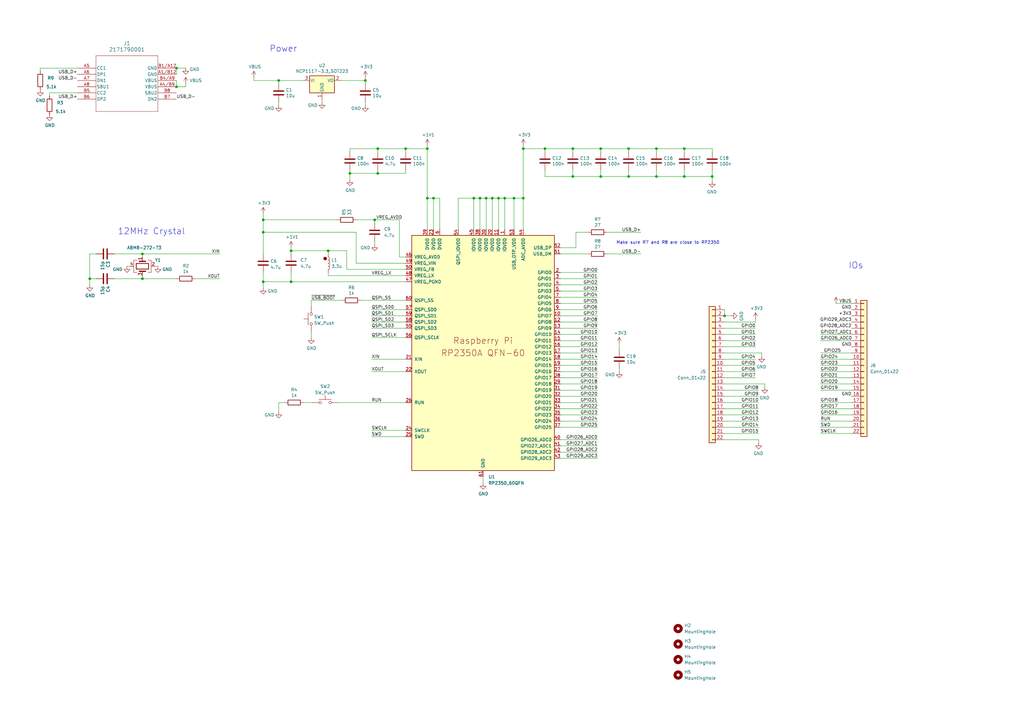
<source format=kicad_sch>
(kicad_sch
	(version 20250114)
	(generator "eeschema")
	(generator_version "9.0")
	(uuid "94683f5c-9cd9-448e-be96-9792537b5cb8")
	(paper "A3")
	(title_block
		(title "RP2350A QFN-60 Minimal Design Example")
		(date "2024-07-01")
		(rev "REV3")
		(company "Raspberry Pi Ltd")
	)
	(lib_symbols
		(symbol "2171790001:2171790001"
			(pin_names
				(offset 0.254)
			)
			(exclude_from_sim no)
			(in_bom yes)
			(on_board yes)
			(property "Reference" "J"
				(at 20.32 10.16 0)
				(effects
					(font
						(size 1.524 1.524)
					)
				)
			)
			(property "Value" "2171790001"
				(at 20.32 7.62 0)
				(effects
					(font
						(size 1.524 1.524)
					)
				)
			)
			(property "Footprint" "2171790001_MOL"
				(at 0 0 0)
				(effects
					(font
						(size 1.27 1.27)
						(italic yes)
					)
					(hide yes)
				)
			)
			(property "Datasheet" "https://www.molex.com/en-us/products/part-detail-pdf/2171790001?display=pdf"
				(at 0 0 0)
				(effects
					(font
						(size 1.27 1.27)
						(italic yes)
					)
					(hide yes)
				)
			)
			(property "Description" ""
				(at 0 0 0)
				(effects
					(font
						(size 1.27 1.27)
					)
					(hide yes)
				)
			)
			(property "ki_locked" ""
				(at 0 0 0)
				(effects
					(font
						(size 1.27 1.27)
					)
				)
			)
			(property "ki_keywords" "2171790001"
				(at 0 0 0)
				(effects
					(font
						(size 1.27 1.27)
					)
					(hide yes)
				)
			)
			(property "ki_fp_filters" "2171790001_MOL"
				(at 0 0 0)
				(effects
					(font
						(size 1.27 1.27)
					)
					(hide yes)
				)
			)
			(symbol "2171790001_0_1"
				(polyline
					(pts
						(xy 7.62 5.08) (xy 7.62 -17.78)
					)
					(stroke
						(width 0.127)
						(type default)
					)
					(fill
						(type none)
					)
				)
				(polyline
					(pts
						(xy 7.62 -17.78) (xy 33.02 -17.78)
					)
					(stroke
						(width 0.127)
						(type default)
					)
					(fill
						(type none)
					)
				)
				(polyline
					(pts
						(xy 33.02 5.08) (xy 7.62 5.08)
					)
					(stroke
						(width 0.127)
						(type default)
					)
					(fill
						(type none)
					)
				)
				(polyline
					(pts
						(xy 33.02 -17.78) (xy 33.02 5.08)
					)
					(stroke
						(width 0.127)
						(type default)
					)
					(fill
						(type none)
					)
				)
				(pin bidirectional line
					(at 0 0 0)
					(length 7.62)
					(name "CC1"
						(effects
							(font
								(size 1.27 1.27)
							)
						)
					)
					(number "A5"
						(effects
							(font
								(size 1.27 1.27)
							)
						)
					)
				)
				(pin bidirectional line
					(at 0 -2.54 0)
					(length 7.62)
					(name "DP1"
						(effects
							(font
								(size 1.27 1.27)
							)
						)
					)
					(number "A6"
						(effects
							(font
								(size 1.27 1.27)
							)
						)
					)
				)
				(pin bidirectional line
					(at 0 -5.08 0)
					(length 7.62)
					(name "DN1"
						(effects
							(font
								(size 1.27 1.27)
							)
						)
					)
					(number "A7"
						(effects
							(font
								(size 1.27 1.27)
							)
						)
					)
				)
				(pin bidirectional line
					(at 0 -7.62 0)
					(length 7.62)
					(name "SBU1"
						(effects
							(font
								(size 1.27 1.27)
							)
						)
					)
					(number "A8"
						(effects
							(font
								(size 1.27 1.27)
							)
						)
					)
				)
				(pin bidirectional line
					(at 0 -10.16 0)
					(length 7.62)
					(name "CC2"
						(effects
							(font
								(size 1.27 1.27)
							)
						)
					)
					(number "B5"
						(effects
							(font
								(size 1.27 1.27)
							)
						)
					)
				)
				(pin bidirectional line
					(at 0 -12.7 0)
					(length 7.62)
					(name "DP2"
						(effects
							(font
								(size 1.27 1.27)
							)
						)
					)
					(number "B6"
						(effects
							(font
								(size 1.27 1.27)
							)
						)
					)
				)
				(pin power_out line
					(at 40.64 0 180)
					(length 7.62)
					(name "GND"
						(effects
							(font
								(size 1.27 1.27)
							)
						)
					)
					(number "B1/A12"
						(effects
							(font
								(size 1.27 1.27)
							)
						)
					)
				)
				(pin power_out line
					(at 40.64 -2.54 180)
					(length 7.62)
					(name "GND"
						(effects
							(font
								(size 1.27 1.27)
							)
						)
					)
					(number "A1/B12"
						(effects
							(font
								(size 1.27 1.27)
							)
						)
					)
				)
				(pin power_in line
					(at 40.64 -5.08 180)
					(length 7.62)
					(name "VBUS"
						(effects
							(font
								(size 1.27 1.27)
							)
						)
					)
					(number "B4/A9"
						(effects
							(font
								(size 1.27 1.27)
							)
						)
					)
				)
				(pin power_in line
					(at 40.64 -7.62 180)
					(length 7.62)
					(name "VBUS"
						(effects
							(font
								(size 1.27 1.27)
							)
						)
					)
					(number "A4/B9"
						(effects
							(font
								(size 1.27 1.27)
							)
						)
					)
				)
				(pin bidirectional line
					(at 40.64 -10.16 180)
					(length 7.62)
					(name "SBU2"
						(effects
							(font
								(size 1.27 1.27)
							)
						)
					)
					(number "B8"
						(effects
							(font
								(size 1.27 1.27)
							)
						)
					)
				)
				(pin bidirectional line
					(at 40.64 -12.7 180)
					(length 7.62)
					(name "DN2"
						(effects
							(font
								(size 1.27 1.27)
							)
						)
					)
					(number "B7"
						(effects
							(font
								(size 1.27 1.27)
							)
						)
					)
				)
			)
			(embedded_fonts no)
		)
		(symbol "Connector_Generic:Conn_01x22"
			(pin_names
				(offset 1.016)
				(hide yes)
			)
			(exclude_from_sim no)
			(in_bom yes)
			(on_board yes)
			(property "Reference" "J"
				(at 0 27.94 0)
				(effects
					(font
						(size 1.27 1.27)
					)
				)
			)
			(property "Value" "Conn_01x22"
				(at 0 -30.48 0)
				(effects
					(font
						(size 1.27 1.27)
					)
				)
			)
			(property "Footprint" ""
				(at 0 0 0)
				(effects
					(font
						(size 1.27 1.27)
					)
					(hide yes)
				)
			)
			(property "Datasheet" "~"
				(at 0 0 0)
				(effects
					(font
						(size 1.27 1.27)
					)
					(hide yes)
				)
			)
			(property "Description" "Generic connector, single row, 01x22, script generated (kicad-library-utils/schlib/autogen/connector/)"
				(at 0 0 0)
				(effects
					(font
						(size 1.27 1.27)
					)
					(hide yes)
				)
			)
			(property "ki_keywords" "connector"
				(at 0 0 0)
				(effects
					(font
						(size 1.27 1.27)
					)
					(hide yes)
				)
			)
			(property "ki_fp_filters" "Connector*:*_1x??_*"
				(at 0 0 0)
				(effects
					(font
						(size 1.27 1.27)
					)
					(hide yes)
				)
			)
			(symbol "Conn_01x22_1_1"
				(rectangle
					(start -1.27 26.67)
					(end 1.27 -29.21)
					(stroke
						(width 0.254)
						(type default)
					)
					(fill
						(type background)
					)
				)
				(rectangle
					(start -1.27 25.527)
					(end 0 25.273)
					(stroke
						(width 0.1524)
						(type default)
					)
					(fill
						(type none)
					)
				)
				(rectangle
					(start -1.27 22.987)
					(end 0 22.733)
					(stroke
						(width 0.1524)
						(type default)
					)
					(fill
						(type none)
					)
				)
				(rectangle
					(start -1.27 20.447)
					(end 0 20.193)
					(stroke
						(width 0.1524)
						(type default)
					)
					(fill
						(type none)
					)
				)
				(rectangle
					(start -1.27 17.907)
					(end 0 17.653)
					(stroke
						(width 0.1524)
						(type default)
					)
					(fill
						(type none)
					)
				)
				(rectangle
					(start -1.27 15.367)
					(end 0 15.113)
					(stroke
						(width 0.1524)
						(type default)
					)
					(fill
						(type none)
					)
				)
				(rectangle
					(start -1.27 12.827)
					(end 0 12.573)
					(stroke
						(width 0.1524)
						(type default)
					)
					(fill
						(type none)
					)
				)
				(rectangle
					(start -1.27 10.287)
					(end 0 10.033)
					(stroke
						(width 0.1524)
						(type default)
					)
					(fill
						(type none)
					)
				)
				(rectangle
					(start -1.27 7.747)
					(end 0 7.493)
					(stroke
						(width 0.1524)
						(type default)
					)
					(fill
						(type none)
					)
				)
				(rectangle
					(start -1.27 5.207)
					(end 0 4.953)
					(stroke
						(width 0.1524)
						(type default)
					)
					(fill
						(type none)
					)
				)
				(rectangle
					(start -1.27 2.667)
					(end 0 2.413)
					(stroke
						(width 0.1524)
						(type default)
					)
					(fill
						(type none)
					)
				)
				(rectangle
					(start -1.27 0.127)
					(end 0 -0.127)
					(stroke
						(width 0.1524)
						(type default)
					)
					(fill
						(type none)
					)
				)
				(rectangle
					(start -1.27 -2.413)
					(end 0 -2.667)
					(stroke
						(width 0.1524)
						(type default)
					)
					(fill
						(type none)
					)
				)
				(rectangle
					(start -1.27 -4.953)
					(end 0 -5.207)
					(stroke
						(width 0.1524)
						(type default)
					)
					(fill
						(type none)
					)
				)
				(rectangle
					(start -1.27 -7.493)
					(end 0 -7.747)
					(stroke
						(width 0.1524)
						(type default)
					)
					(fill
						(type none)
					)
				)
				(rectangle
					(start -1.27 -10.033)
					(end 0 -10.287)
					(stroke
						(width 0.1524)
						(type default)
					)
					(fill
						(type none)
					)
				)
				(rectangle
					(start -1.27 -12.573)
					(end 0 -12.827)
					(stroke
						(width 0.1524)
						(type default)
					)
					(fill
						(type none)
					)
				)
				(rectangle
					(start -1.27 -15.113)
					(end 0 -15.367)
					(stroke
						(width 0.1524)
						(type default)
					)
					(fill
						(type none)
					)
				)
				(rectangle
					(start -1.27 -17.653)
					(end 0 -17.907)
					(stroke
						(width 0.1524)
						(type default)
					)
					(fill
						(type none)
					)
				)
				(rectangle
					(start -1.27 -20.193)
					(end 0 -20.447)
					(stroke
						(width 0.1524)
						(type default)
					)
					(fill
						(type none)
					)
				)
				(rectangle
					(start -1.27 -22.733)
					(end 0 -22.987)
					(stroke
						(width 0.1524)
						(type default)
					)
					(fill
						(type none)
					)
				)
				(rectangle
					(start -1.27 -25.273)
					(end 0 -25.527)
					(stroke
						(width 0.1524)
						(type default)
					)
					(fill
						(type none)
					)
				)
				(rectangle
					(start -1.27 -27.813)
					(end 0 -28.067)
					(stroke
						(width 0.1524)
						(type default)
					)
					(fill
						(type none)
					)
				)
				(pin passive line
					(at -5.08 25.4 0)
					(length 3.81)
					(name "Pin_1"
						(effects
							(font
								(size 1.27 1.27)
							)
						)
					)
					(number "1"
						(effects
							(font
								(size 1.27 1.27)
							)
						)
					)
				)
				(pin passive line
					(at -5.08 22.86 0)
					(length 3.81)
					(name "Pin_2"
						(effects
							(font
								(size 1.27 1.27)
							)
						)
					)
					(number "2"
						(effects
							(font
								(size 1.27 1.27)
							)
						)
					)
				)
				(pin passive line
					(at -5.08 20.32 0)
					(length 3.81)
					(name "Pin_3"
						(effects
							(font
								(size 1.27 1.27)
							)
						)
					)
					(number "3"
						(effects
							(font
								(size 1.27 1.27)
							)
						)
					)
				)
				(pin passive line
					(at -5.08 17.78 0)
					(length 3.81)
					(name "Pin_4"
						(effects
							(font
								(size 1.27 1.27)
							)
						)
					)
					(number "4"
						(effects
							(font
								(size 1.27 1.27)
							)
						)
					)
				)
				(pin passive line
					(at -5.08 15.24 0)
					(length 3.81)
					(name "Pin_5"
						(effects
							(font
								(size 1.27 1.27)
							)
						)
					)
					(number "5"
						(effects
							(font
								(size 1.27 1.27)
							)
						)
					)
				)
				(pin passive line
					(at -5.08 12.7 0)
					(length 3.81)
					(name "Pin_6"
						(effects
							(font
								(size 1.27 1.27)
							)
						)
					)
					(number "6"
						(effects
							(font
								(size 1.27 1.27)
							)
						)
					)
				)
				(pin passive line
					(at -5.08 10.16 0)
					(length 3.81)
					(name "Pin_7"
						(effects
							(font
								(size 1.27 1.27)
							)
						)
					)
					(number "7"
						(effects
							(font
								(size 1.27 1.27)
							)
						)
					)
				)
				(pin passive line
					(at -5.08 7.62 0)
					(length 3.81)
					(name "Pin_8"
						(effects
							(font
								(size 1.27 1.27)
							)
						)
					)
					(number "8"
						(effects
							(font
								(size 1.27 1.27)
							)
						)
					)
				)
				(pin passive line
					(at -5.08 5.08 0)
					(length 3.81)
					(name "Pin_9"
						(effects
							(font
								(size 1.27 1.27)
							)
						)
					)
					(number "9"
						(effects
							(font
								(size 1.27 1.27)
							)
						)
					)
				)
				(pin passive line
					(at -5.08 2.54 0)
					(length 3.81)
					(name "Pin_10"
						(effects
							(font
								(size 1.27 1.27)
							)
						)
					)
					(number "10"
						(effects
							(font
								(size 1.27 1.27)
							)
						)
					)
				)
				(pin passive line
					(at -5.08 0 0)
					(length 3.81)
					(name "Pin_11"
						(effects
							(font
								(size 1.27 1.27)
							)
						)
					)
					(number "11"
						(effects
							(font
								(size 1.27 1.27)
							)
						)
					)
				)
				(pin passive line
					(at -5.08 -2.54 0)
					(length 3.81)
					(name "Pin_12"
						(effects
							(font
								(size 1.27 1.27)
							)
						)
					)
					(number "12"
						(effects
							(font
								(size 1.27 1.27)
							)
						)
					)
				)
				(pin passive line
					(at -5.08 -5.08 0)
					(length 3.81)
					(name "Pin_13"
						(effects
							(font
								(size 1.27 1.27)
							)
						)
					)
					(number "13"
						(effects
							(font
								(size 1.27 1.27)
							)
						)
					)
				)
				(pin passive line
					(at -5.08 -7.62 0)
					(length 3.81)
					(name "Pin_14"
						(effects
							(font
								(size 1.27 1.27)
							)
						)
					)
					(number "14"
						(effects
							(font
								(size 1.27 1.27)
							)
						)
					)
				)
				(pin passive line
					(at -5.08 -10.16 0)
					(length 3.81)
					(name "Pin_15"
						(effects
							(font
								(size 1.27 1.27)
							)
						)
					)
					(number "15"
						(effects
							(font
								(size 1.27 1.27)
							)
						)
					)
				)
				(pin passive line
					(at -5.08 -12.7 0)
					(length 3.81)
					(name "Pin_16"
						(effects
							(font
								(size 1.27 1.27)
							)
						)
					)
					(number "16"
						(effects
							(font
								(size 1.27 1.27)
							)
						)
					)
				)
				(pin passive line
					(at -5.08 -15.24 0)
					(length 3.81)
					(name "Pin_17"
						(effects
							(font
								(size 1.27 1.27)
							)
						)
					)
					(number "17"
						(effects
							(font
								(size 1.27 1.27)
							)
						)
					)
				)
				(pin passive line
					(at -5.08 -17.78 0)
					(length 3.81)
					(name "Pin_18"
						(effects
							(font
								(size 1.27 1.27)
							)
						)
					)
					(number "18"
						(effects
							(font
								(size 1.27 1.27)
							)
						)
					)
				)
				(pin passive line
					(at -5.08 -20.32 0)
					(length 3.81)
					(name "Pin_19"
						(effects
							(font
								(size 1.27 1.27)
							)
						)
					)
					(number "19"
						(effects
							(font
								(size 1.27 1.27)
							)
						)
					)
				)
				(pin passive line
					(at -5.08 -22.86 0)
					(length 3.81)
					(name "Pin_20"
						(effects
							(font
								(size 1.27 1.27)
							)
						)
					)
					(number "20"
						(effects
							(font
								(size 1.27 1.27)
							)
						)
					)
				)
				(pin passive line
					(at -5.08 -25.4 0)
					(length 3.81)
					(name "Pin_21"
						(effects
							(font
								(size 1.27 1.27)
							)
						)
					)
					(number "21"
						(effects
							(font
								(size 1.27 1.27)
							)
						)
					)
				)
				(pin passive line
					(at -5.08 -27.94 0)
					(length 3.81)
					(name "Pin_22"
						(effects
							(font
								(size 1.27 1.27)
							)
						)
					)
					(number "22"
						(effects
							(font
								(size 1.27 1.27)
							)
						)
					)
				)
			)
			(embedded_fonts no)
		)
		(symbol "Device:C"
			(pin_numbers
				(hide yes)
			)
			(pin_names
				(offset 0.254)
			)
			(exclude_from_sim no)
			(in_bom yes)
			(on_board yes)
			(property "Reference" "C"
				(at 0.635 2.54 0)
				(effects
					(font
						(size 1.27 1.27)
					)
					(justify left)
				)
			)
			(property "Value" "C"
				(at 0.635 -2.54 0)
				(effects
					(font
						(size 1.27 1.27)
					)
					(justify left)
				)
			)
			(property "Footprint" ""
				(at 0.9652 -3.81 0)
				(effects
					(font
						(size 1.27 1.27)
					)
					(hide yes)
				)
			)
			(property "Datasheet" "~"
				(at 0 0 0)
				(effects
					(font
						(size 1.27 1.27)
					)
					(hide yes)
				)
			)
			(property "Description" "Unpolarized capacitor"
				(at 0 0 0)
				(effects
					(font
						(size 1.27 1.27)
					)
					(hide yes)
				)
			)
			(property "ki_keywords" "cap capacitor"
				(at 0 0 0)
				(effects
					(font
						(size 1.27 1.27)
					)
					(hide yes)
				)
			)
			(property "ki_fp_filters" "C_*"
				(at 0 0 0)
				(effects
					(font
						(size 1.27 1.27)
					)
					(hide yes)
				)
			)
			(symbol "C_0_1"
				(polyline
					(pts
						(xy -2.032 0.762) (xy 2.032 0.762)
					)
					(stroke
						(width 0.508)
						(type default)
					)
					(fill
						(type none)
					)
				)
				(polyline
					(pts
						(xy -2.032 -0.762) (xy 2.032 -0.762)
					)
					(stroke
						(width 0.508)
						(type default)
					)
					(fill
						(type none)
					)
				)
			)
			(symbol "C_1_1"
				(pin passive line
					(at 0 3.81 270)
					(length 2.794)
					(name "~"
						(effects
							(font
								(size 1.27 1.27)
							)
						)
					)
					(number "1"
						(effects
							(font
								(size 1.27 1.27)
							)
						)
					)
				)
				(pin passive line
					(at 0 -3.81 90)
					(length 2.794)
					(name "~"
						(effects
							(font
								(size 1.27 1.27)
							)
						)
					)
					(number "2"
						(effects
							(font
								(size 1.27 1.27)
							)
						)
					)
				)
			)
			(embedded_fonts no)
		)
		(symbol "Device:Crystal_GND24"
			(pin_names
				(offset 1.016)
				(hide yes)
			)
			(exclude_from_sim no)
			(in_bom yes)
			(on_board yes)
			(property "Reference" "Y"
				(at 3.175 5.08 0)
				(effects
					(font
						(size 1.27 1.27)
					)
					(justify left)
				)
			)
			(property "Value" "Crystal_GND24"
				(at 3.175 3.175 0)
				(effects
					(font
						(size 1.27 1.27)
					)
					(justify left)
				)
			)
			(property "Footprint" ""
				(at 0 0 0)
				(effects
					(font
						(size 1.27 1.27)
					)
					(hide yes)
				)
			)
			(property "Datasheet" "~"
				(at 0 0 0)
				(effects
					(font
						(size 1.27 1.27)
					)
					(hide yes)
				)
			)
			(property "Description" "Four pin crystal, GND on pins 2 and 4"
				(at 0 0 0)
				(effects
					(font
						(size 1.27 1.27)
					)
					(hide yes)
				)
			)
			(property "ki_keywords" "quartz ceramic resonator oscillator"
				(at 0 0 0)
				(effects
					(font
						(size 1.27 1.27)
					)
					(hide yes)
				)
			)
			(property "ki_fp_filters" "Crystal*"
				(at 0 0 0)
				(effects
					(font
						(size 1.27 1.27)
					)
					(hide yes)
				)
			)
			(symbol "Crystal_GND24_0_1"
				(polyline
					(pts
						(xy -2.54 2.286) (xy -2.54 3.556) (xy 2.54 3.556) (xy 2.54 2.286)
					)
					(stroke
						(width 0)
						(type default)
					)
					(fill
						(type none)
					)
				)
				(polyline
					(pts
						(xy -2.54 0) (xy -2.032 0)
					)
					(stroke
						(width 0)
						(type default)
					)
					(fill
						(type none)
					)
				)
				(polyline
					(pts
						(xy -2.54 -2.286) (xy -2.54 -3.556) (xy 2.54 -3.556) (xy 2.54 -2.286)
					)
					(stroke
						(width 0)
						(type default)
					)
					(fill
						(type none)
					)
				)
				(polyline
					(pts
						(xy -2.032 -1.27) (xy -2.032 1.27)
					)
					(stroke
						(width 0.508)
						(type default)
					)
					(fill
						(type none)
					)
				)
				(rectangle
					(start -1.143 2.54)
					(end 1.143 -2.54)
					(stroke
						(width 0.3048)
						(type default)
					)
					(fill
						(type none)
					)
				)
				(polyline
					(pts
						(xy 0 3.556) (xy 0 3.81)
					)
					(stroke
						(width 0)
						(type default)
					)
					(fill
						(type none)
					)
				)
				(polyline
					(pts
						(xy 0 -3.81) (xy 0 -3.556)
					)
					(stroke
						(width 0)
						(type default)
					)
					(fill
						(type none)
					)
				)
				(polyline
					(pts
						(xy 2.032 0) (xy 2.54 0)
					)
					(stroke
						(width 0)
						(type default)
					)
					(fill
						(type none)
					)
				)
				(polyline
					(pts
						(xy 2.032 -1.27) (xy 2.032 1.27)
					)
					(stroke
						(width 0.508)
						(type default)
					)
					(fill
						(type none)
					)
				)
			)
			(symbol "Crystal_GND24_1_1"
				(pin passive line
					(at -3.81 0 0)
					(length 1.27)
					(name "1"
						(effects
							(font
								(size 1.27 1.27)
							)
						)
					)
					(number "1"
						(effects
							(font
								(size 1.27 1.27)
							)
						)
					)
				)
				(pin passive line
					(at 0 5.08 270)
					(length 1.27)
					(name "2"
						(effects
							(font
								(size 1.27 1.27)
							)
						)
					)
					(number "2"
						(effects
							(font
								(size 1.27 1.27)
							)
						)
					)
				)
				(pin passive line
					(at 0 -5.08 90)
					(length 1.27)
					(name "4"
						(effects
							(font
								(size 1.27 1.27)
							)
						)
					)
					(number "4"
						(effects
							(font
								(size 1.27 1.27)
							)
						)
					)
				)
				(pin passive line
					(at 3.81 0 180)
					(length 1.27)
					(name "3"
						(effects
							(font
								(size 1.27 1.27)
							)
						)
					)
					(number "3"
						(effects
							(font
								(size 1.27 1.27)
							)
						)
					)
				)
			)
			(embedded_fonts no)
		)
		(symbol "Device:L"
			(pin_numbers
				(hide yes)
			)
			(pin_names
				(offset 1.016)
				(hide yes)
			)
			(exclude_from_sim no)
			(in_bom yes)
			(on_board yes)
			(property "Reference" "L"
				(at -1.27 0 90)
				(effects
					(font
						(size 1.27 1.27)
					)
				)
			)
			(property "Value" "L"
				(at 1.905 0 90)
				(effects
					(font
						(size 1.27 1.27)
					)
				)
			)
			(property "Footprint" ""
				(at 0 0 0)
				(effects
					(font
						(size 1.27 1.27)
					)
					(hide yes)
				)
			)
			(property "Datasheet" "~"
				(at 0 0 0)
				(effects
					(font
						(size 1.27 1.27)
					)
					(hide yes)
				)
			)
			(property "Description" "Inductor"
				(at 0 0 0)
				(effects
					(font
						(size 1.27 1.27)
					)
					(hide yes)
				)
			)
			(property "ki_keywords" "inductor choke coil reactor magnetic"
				(at 0 0 0)
				(effects
					(font
						(size 1.27 1.27)
					)
					(hide yes)
				)
			)
			(property "ki_fp_filters" "Choke_* *Coil* Inductor_* L_*"
				(at 0 0 0)
				(effects
					(font
						(size 1.27 1.27)
					)
					(hide yes)
				)
			)
			(symbol "L_0_1"
				(arc
					(start 0 2.54)
					(mid 0.6323 1.905)
					(end 0 1.27)
					(stroke
						(width 0)
						(type default)
					)
					(fill
						(type none)
					)
				)
				(arc
					(start 0 1.27)
					(mid 0.6323 0.635)
					(end 0 0)
					(stroke
						(width 0)
						(type default)
					)
					(fill
						(type none)
					)
				)
				(arc
					(start 0 0)
					(mid 0.6323 -0.635)
					(end 0 -1.27)
					(stroke
						(width 0)
						(type default)
					)
					(fill
						(type none)
					)
				)
				(arc
					(start 0 -1.27)
					(mid 0.6323 -1.905)
					(end 0 -2.54)
					(stroke
						(width 0)
						(type default)
					)
					(fill
						(type none)
					)
				)
			)
			(symbol "L_1_1"
				(pin passive line
					(at 0 3.81 270)
					(length 1.27)
					(name "1"
						(effects
							(font
								(size 1.27 1.27)
							)
						)
					)
					(number "1"
						(effects
							(font
								(size 1.27 1.27)
							)
						)
					)
				)
				(pin passive line
					(at 0 -3.81 90)
					(length 1.27)
					(name "2"
						(effects
							(font
								(size 1.27 1.27)
							)
						)
					)
					(number "2"
						(effects
							(font
								(size 1.27 1.27)
							)
						)
					)
				)
			)
			(embedded_fonts no)
		)
		(symbol "Device:R"
			(pin_numbers
				(hide yes)
			)
			(pin_names
				(offset 0)
			)
			(exclude_from_sim no)
			(in_bom yes)
			(on_board yes)
			(property "Reference" "R"
				(at 2.032 0 90)
				(effects
					(font
						(size 1.27 1.27)
					)
				)
			)
			(property "Value" "R"
				(at 0 0 90)
				(effects
					(font
						(size 1.27 1.27)
					)
				)
			)
			(property "Footprint" ""
				(at -1.778 0 90)
				(effects
					(font
						(size 1.27 1.27)
					)
					(hide yes)
				)
			)
			(property "Datasheet" "~"
				(at 0 0 0)
				(effects
					(font
						(size 1.27 1.27)
					)
					(hide yes)
				)
			)
			(property "Description" "Resistor"
				(at 0 0 0)
				(effects
					(font
						(size 1.27 1.27)
					)
					(hide yes)
				)
			)
			(property "ki_keywords" "R res resistor"
				(at 0 0 0)
				(effects
					(font
						(size 1.27 1.27)
					)
					(hide yes)
				)
			)
			(property "ki_fp_filters" "R_*"
				(at 0 0 0)
				(effects
					(font
						(size 1.27 1.27)
					)
					(hide yes)
				)
			)
			(symbol "R_0_1"
				(rectangle
					(start -1.016 -2.54)
					(end 1.016 2.54)
					(stroke
						(width 0.254)
						(type default)
					)
					(fill
						(type none)
					)
				)
			)
			(symbol "R_1_1"
				(pin passive line
					(at 0 3.81 270)
					(length 1.27)
					(name "~"
						(effects
							(font
								(size 1.27 1.27)
							)
						)
					)
					(number "1"
						(effects
							(font
								(size 1.27 1.27)
							)
						)
					)
				)
				(pin passive line
					(at 0 -3.81 90)
					(length 1.27)
					(name "~"
						(effects
							(font
								(size 1.27 1.27)
							)
						)
					)
					(number "2"
						(effects
							(font
								(size 1.27 1.27)
							)
						)
					)
				)
			)
			(embedded_fonts no)
		)
		(symbol "MCU_RaspberryPi_RP2350:RP2350_60QFN"
			(pin_names
				(offset 1.016)
			)
			(exclude_from_sim no)
			(in_bom yes)
			(on_board yes)
			(property "Reference" "U"
				(at -29.21 49.53 0)
				(effects
					(font
						(size 1.27 1.27)
					)
				)
			)
			(property "Value" "RP2350_60QFN"
				(at 24.13 -49.53 0)
				(effects
					(font
						(size 1.27 1.27)
					)
				)
			)
			(property "Footprint" "RP2350_60QFN_minimal:RP2350-QFN-60-1EP_7x7_P0.4mm_EP3.4x3.4mm_ThermalVias"
				(at -19.05 0 0)
				(effects
					(font
						(size 1.27 1.27)
					)
					(hide yes)
				)
			)
			(property "Datasheet" ""
				(at -19.05 0 0)
				(effects
					(font
						(size 1.27 1.27)
					)
					(hide yes)
				)
			)
			(property "Description" ""
				(at 0 0 0)
				(effects
					(font
						(size 1.27 1.27)
					)
					(hide yes)
				)
			)
			(symbol "RP2350_60QFN_0_0"
				(text "Raspberry Pi"
					(at 0 5.08 0)
					(effects
						(font
							(size 2.54 2.54)
						)
					)
				)
			)
			(symbol "RP2350_60QFN_0_1"
				(rectangle
					(start 29.21 48.26)
					(end -29.21 -48.26)
					(stroke
						(width 0.254)
						(type default)
					)
					(fill
						(type background)
					)
				)
			)
			(symbol "RP2350_60QFN_1_0"
				(text "RP2350A QFN-60"
					(at 0 0 0)
					(effects
						(font
							(size 2.54 2.54)
						)
					)
				)
			)
			(symbol "RP2350_60QFN_1_1"
				(pin power_in line
					(at -31.75 39.37 0)
					(length 2.54)
					(name "VREG_AVDD"
						(effects
							(font
								(size 1.27 1.27)
							)
						)
					)
					(number "46"
						(effects
							(font
								(size 1.27 1.27)
							)
						)
					)
				)
				(pin power_in line
					(at -31.75 36.83 0)
					(length 2.54)
					(name "VREG_VIN"
						(effects
							(font
								(size 1.27 1.27)
							)
						)
					)
					(number "49"
						(effects
							(font
								(size 1.27 1.27)
							)
						)
					)
				)
				(pin input line
					(at -31.75 34.29 0)
					(length 2.54)
					(name "VREG_FB"
						(effects
							(font
								(size 1.27 1.27)
							)
						)
					)
					(number "50"
						(effects
							(font
								(size 1.27 1.27)
							)
						)
					)
				)
				(pin power_out line
					(at -31.75 31.75 0)
					(length 2.54)
					(name "VREG_LX"
						(effects
							(font
								(size 1.27 1.27)
							)
						)
					)
					(number "48"
						(effects
							(font
								(size 1.27 1.27)
							)
						)
					)
				)
				(pin power_in line
					(at -31.75 29.21 0)
					(length 2.54)
					(name "VREG_PGND"
						(effects
							(font
								(size 1.27 1.27)
							)
						)
					)
					(number "47"
						(effects
							(font
								(size 1.27 1.27)
							)
						)
					)
				)
				(pin bidirectional line
					(at -31.75 21.59 0)
					(length 2.54)
					(name "QSPI_SS"
						(effects
							(font
								(size 1.27 1.27)
							)
						)
					)
					(number "60"
						(effects
							(font
								(size 1.27 1.27)
							)
						)
					)
				)
				(pin bidirectional line
					(at -31.75 17.78 0)
					(length 2.54)
					(name "QSPI_SD0"
						(effects
							(font
								(size 1.27 1.27)
							)
						)
					)
					(number "57"
						(effects
							(font
								(size 1.27 1.27)
							)
						)
					)
				)
				(pin bidirectional line
					(at -31.75 15.24 0)
					(length 2.54)
					(name "QSPI_SD1"
						(effects
							(font
								(size 1.27 1.27)
							)
						)
					)
					(number "59"
						(effects
							(font
								(size 1.27 1.27)
							)
						)
					)
				)
				(pin bidirectional line
					(at -31.75 12.7 0)
					(length 2.54)
					(name "QSPI_SD2"
						(effects
							(font
								(size 1.27 1.27)
							)
						)
					)
					(number "58"
						(effects
							(font
								(size 1.27 1.27)
							)
						)
					)
				)
				(pin bidirectional line
					(at -31.75 10.16 0)
					(length 2.54)
					(name "QSPI_SD3"
						(effects
							(font
								(size 1.27 1.27)
							)
						)
					)
					(number "55"
						(effects
							(font
								(size 1.27 1.27)
							)
						)
					)
				)
				(pin output line
					(at -31.75 6.35 0)
					(length 2.54)
					(name "QSPI_SCLK"
						(effects
							(font
								(size 1.27 1.27)
							)
						)
					)
					(number "56"
						(effects
							(font
								(size 1.27 1.27)
							)
						)
					)
				)
				(pin input line
					(at -31.75 -2.54 0)
					(length 2.54)
					(name "XIN"
						(effects
							(font
								(size 1.27 1.27)
							)
						)
					)
					(number "21"
						(effects
							(font
								(size 1.27 1.27)
							)
						)
					)
				)
				(pin passive line
					(at -31.75 -7.62 0)
					(length 2.54)
					(name "XOUT"
						(effects
							(font
								(size 1.27 1.27)
							)
						)
					)
					(number "22"
						(effects
							(font
								(size 1.27 1.27)
							)
						)
					)
				)
				(pin input line
					(at -31.75 -20.32 0)
					(length 2.54)
					(name "RUN"
						(effects
							(font
								(size 1.27 1.27)
							)
						)
					)
					(number "26"
						(effects
							(font
								(size 1.27 1.27)
							)
						)
					)
				)
				(pin output line
					(at -31.75 -31.75 0)
					(length 2.54)
					(name "SWCLK"
						(effects
							(font
								(size 1.27 1.27)
							)
						)
					)
					(number "24"
						(effects
							(font
								(size 1.27 1.27)
							)
						)
					)
				)
				(pin bidirectional line
					(at -31.75 -34.29 0)
					(length 2.54)
					(name "SWD"
						(effects
							(font
								(size 1.27 1.27)
							)
						)
					)
					(number "25"
						(effects
							(font
								(size 1.27 1.27)
							)
						)
					)
				)
				(pin power_in line
					(at -22.86 50.8 270)
					(length 2.54)
					(name "DVDD"
						(effects
							(font
								(size 1.27 1.27)
							)
						)
					)
					(number "39"
						(effects
							(font
								(size 1.27 1.27)
							)
						)
					)
				)
				(pin power_in line
					(at -20.32 50.8 270)
					(length 2.54)
					(name "DVDD"
						(effects
							(font
								(size 1.27 1.27)
							)
						)
					)
					(number "23"
						(effects
							(font
								(size 1.27 1.27)
							)
						)
					)
				)
				(pin power_in line
					(at -17.78 50.8 270)
					(length 2.54)
					(name "DVDD"
						(effects
							(font
								(size 1.27 1.27)
							)
						)
					)
					(number "6"
						(effects
							(font
								(size 1.27 1.27)
							)
						)
					)
				)
				(pin power_in line
					(at -10.16 50.8 270)
					(length 2.54)
					(name "QSPI_IOVDD"
						(effects
							(font
								(size 1.27 1.27)
							)
						)
					)
					(number "54"
						(effects
							(font
								(size 1.27 1.27)
							)
						)
					)
				)
				(pin power_in line
					(at -3.81 50.8 270)
					(length 2.54)
					(name "IOVDD"
						(effects
							(font
								(size 1.27 1.27)
							)
						)
					)
					(number "45"
						(effects
							(font
								(size 1.27 1.27)
							)
						)
					)
				)
				(pin power_in line
					(at -1.27 50.8 270)
					(length 2.54)
					(name "IOVDD"
						(effects
							(font
								(size 1.27 1.27)
							)
						)
					)
					(number "38"
						(effects
							(font
								(size 1.27 1.27)
							)
						)
					)
				)
				(pin power_in line
					(at 0 -50.8 90)
					(length 2.54)
					(name "GND"
						(effects
							(font
								(size 1.27 1.27)
							)
						)
					)
					(number "61"
						(effects
							(font
								(size 1.27 1.27)
							)
						)
					)
				)
				(pin power_in line
					(at 1.27 50.8 270)
					(length 2.54)
					(name "IOVDD"
						(effects
							(font
								(size 1.27 1.27)
							)
						)
					)
					(number "30"
						(effects
							(font
								(size 1.27 1.27)
							)
						)
					)
				)
				(pin power_in line
					(at 3.81 50.8 270)
					(length 2.54)
					(name "IOVDD"
						(effects
							(font
								(size 1.27 1.27)
							)
						)
					)
					(number "20"
						(effects
							(font
								(size 1.27 1.27)
							)
						)
					)
				)
				(pin power_in line
					(at 6.35 50.8 270)
					(length 2.54)
					(name "IOVDD"
						(effects
							(font
								(size 1.27 1.27)
							)
						)
					)
					(number "11"
						(effects
							(font
								(size 1.27 1.27)
							)
						)
					)
				)
				(pin power_in line
					(at 8.89 50.8 270)
					(length 2.54)
					(name "IOVDD"
						(effects
							(font
								(size 1.27 1.27)
							)
						)
					)
					(number "1"
						(effects
							(font
								(size 1.27 1.27)
							)
						)
					)
				)
				(pin power_in line
					(at 12.7 50.8 270)
					(length 2.54)
					(name "USB_OTP_VDD"
						(effects
							(font
								(size 1.27 1.27)
							)
						)
					)
					(number "53"
						(effects
							(font
								(size 1.27 1.27)
							)
						)
					)
				)
				(pin power_in line
					(at 16.51 50.8 270)
					(length 2.54)
					(name "ADC_AVDD"
						(effects
							(font
								(size 1.27 1.27)
							)
						)
					)
					(number "44"
						(effects
							(font
								(size 1.27 1.27)
							)
						)
					)
				)
				(pin bidirectional line
					(at 31.75 43.18 180)
					(length 2.54)
					(name "USB_DP"
						(effects
							(font
								(size 1.27 1.27)
							)
						)
					)
					(number "52"
						(effects
							(font
								(size 1.27 1.27)
							)
						)
					)
				)
				(pin bidirectional line
					(at 31.75 40.64 180)
					(length 2.54)
					(name "USB_DM"
						(effects
							(font
								(size 1.27 1.27)
							)
						)
					)
					(number "51"
						(effects
							(font
								(size 1.27 1.27)
							)
						)
					)
				)
				(pin bidirectional line
					(at 31.75 33.02 180)
					(length 2.54)
					(name "GPIO0"
						(effects
							(font
								(size 1.27 1.27)
							)
						)
					)
					(number "2"
						(effects
							(font
								(size 1.27 1.27)
							)
						)
					)
				)
				(pin bidirectional line
					(at 31.75 30.48 180)
					(length 2.54)
					(name "GPIO1"
						(effects
							(font
								(size 1.27 1.27)
							)
						)
					)
					(number "3"
						(effects
							(font
								(size 1.27 1.27)
							)
						)
					)
				)
				(pin bidirectional line
					(at 31.75 27.94 180)
					(length 2.54)
					(name "GPIO2"
						(effects
							(font
								(size 1.27 1.27)
							)
						)
					)
					(number "4"
						(effects
							(font
								(size 1.27 1.27)
							)
						)
					)
				)
				(pin bidirectional line
					(at 31.75 25.4 180)
					(length 2.54)
					(name "GPIO3"
						(effects
							(font
								(size 1.27 1.27)
							)
						)
					)
					(number "5"
						(effects
							(font
								(size 1.27 1.27)
							)
						)
					)
				)
				(pin bidirectional line
					(at 31.75 22.86 180)
					(length 2.54)
					(name "GPIO4"
						(effects
							(font
								(size 1.27 1.27)
							)
						)
					)
					(number "7"
						(effects
							(font
								(size 1.27 1.27)
							)
						)
					)
				)
				(pin bidirectional line
					(at 31.75 20.32 180)
					(length 2.54)
					(name "GPIO5"
						(effects
							(font
								(size 1.27 1.27)
							)
						)
					)
					(number "8"
						(effects
							(font
								(size 1.27 1.27)
							)
						)
					)
				)
				(pin bidirectional line
					(at 31.75 17.78 180)
					(length 2.54)
					(name "GPIO6"
						(effects
							(font
								(size 1.27 1.27)
							)
						)
					)
					(number "9"
						(effects
							(font
								(size 1.27 1.27)
							)
						)
					)
				)
				(pin bidirectional line
					(at 31.75 15.24 180)
					(length 2.54)
					(name "GPIO7"
						(effects
							(font
								(size 1.27 1.27)
							)
						)
					)
					(number "10"
						(effects
							(font
								(size 1.27 1.27)
							)
						)
					)
				)
				(pin bidirectional line
					(at 31.75 12.7 180)
					(length 2.54)
					(name "GPIO8"
						(effects
							(font
								(size 1.27 1.27)
							)
						)
					)
					(number "12"
						(effects
							(font
								(size 1.27 1.27)
							)
						)
					)
				)
				(pin bidirectional line
					(at 31.75 10.16 180)
					(length 2.54)
					(name "GPIO9"
						(effects
							(font
								(size 1.27 1.27)
							)
						)
					)
					(number "13"
						(effects
							(font
								(size 1.27 1.27)
							)
						)
					)
				)
				(pin bidirectional line
					(at 31.75 7.62 180)
					(length 2.54)
					(name "GPIO10"
						(effects
							(font
								(size 1.27 1.27)
							)
						)
					)
					(number "14"
						(effects
							(font
								(size 1.27 1.27)
							)
						)
					)
				)
				(pin bidirectional line
					(at 31.75 5.08 180)
					(length 2.54)
					(name "GPIO11"
						(effects
							(font
								(size 1.27 1.27)
							)
						)
					)
					(number "15"
						(effects
							(font
								(size 1.27 1.27)
							)
						)
					)
				)
				(pin bidirectional line
					(at 31.75 2.54 180)
					(length 2.54)
					(name "GPIO12"
						(effects
							(font
								(size 1.27 1.27)
							)
						)
					)
					(number "16"
						(effects
							(font
								(size 1.27 1.27)
							)
						)
					)
				)
				(pin bidirectional line
					(at 31.75 0 180)
					(length 2.54)
					(name "GPIO13"
						(effects
							(font
								(size 1.27 1.27)
							)
						)
					)
					(number "17"
						(effects
							(font
								(size 1.27 1.27)
							)
						)
					)
				)
				(pin bidirectional line
					(at 31.75 -2.54 180)
					(length 2.54)
					(name "GPIO14"
						(effects
							(font
								(size 1.27 1.27)
							)
						)
					)
					(number "18"
						(effects
							(font
								(size 1.27 1.27)
							)
						)
					)
				)
				(pin bidirectional line
					(at 31.75 -5.08 180)
					(length 2.54)
					(name "GPIO15"
						(effects
							(font
								(size 1.27 1.27)
							)
						)
					)
					(number "19"
						(effects
							(font
								(size 1.27 1.27)
							)
						)
					)
				)
				(pin bidirectional line
					(at 31.75 -7.62 180)
					(length 2.54)
					(name "GPIO16"
						(effects
							(font
								(size 1.27 1.27)
							)
						)
					)
					(number "27"
						(effects
							(font
								(size 1.27 1.27)
							)
						)
					)
				)
				(pin bidirectional line
					(at 31.75 -10.16 180)
					(length 2.54)
					(name "GPIO17"
						(effects
							(font
								(size 1.27 1.27)
							)
						)
					)
					(number "28"
						(effects
							(font
								(size 1.27 1.27)
							)
						)
					)
				)
				(pin bidirectional line
					(at 31.75 -12.7 180)
					(length 2.54)
					(name "GPIO18"
						(effects
							(font
								(size 1.27 1.27)
							)
						)
					)
					(number "29"
						(effects
							(font
								(size 1.27 1.27)
							)
						)
					)
				)
				(pin bidirectional line
					(at 31.75 -15.24 180)
					(length 2.54)
					(name "GPIO19"
						(effects
							(font
								(size 1.27 1.27)
							)
						)
					)
					(number "31"
						(effects
							(font
								(size 1.27 1.27)
							)
						)
					)
				)
				(pin bidirectional line
					(at 31.75 -17.78 180)
					(length 2.54)
					(name "GPIO20"
						(effects
							(font
								(size 1.27 1.27)
							)
						)
					)
					(number "32"
						(effects
							(font
								(size 1.27 1.27)
							)
						)
					)
				)
				(pin bidirectional line
					(at 31.75 -20.32 180)
					(length 2.54)
					(name "GPIO21"
						(effects
							(font
								(size 1.27 1.27)
							)
						)
					)
					(number "33"
						(effects
							(font
								(size 1.27 1.27)
							)
						)
					)
				)
				(pin bidirectional line
					(at 31.75 -22.86 180)
					(length 2.54)
					(name "GPIO22"
						(effects
							(font
								(size 1.27 1.27)
							)
						)
					)
					(number "34"
						(effects
							(font
								(size 1.27 1.27)
							)
						)
					)
				)
				(pin bidirectional line
					(at 31.75 -25.4 180)
					(length 2.54)
					(name "GPIO23"
						(effects
							(font
								(size 1.27 1.27)
							)
						)
					)
					(number "35"
						(effects
							(font
								(size 1.27 1.27)
							)
						)
					)
				)
				(pin bidirectional line
					(at 31.75 -27.94 180)
					(length 2.54)
					(name "GPIO24"
						(effects
							(font
								(size 1.27 1.27)
							)
						)
					)
					(number "36"
						(effects
							(font
								(size 1.27 1.27)
							)
						)
					)
				)
				(pin bidirectional line
					(at 31.75 -30.48 180)
					(length 2.54)
					(name "GPIO25"
						(effects
							(font
								(size 1.27 1.27)
							)
						)
					)
					(number "37"
						(effects
							(font
								(size 1.27 1.27)
							)
						)
					)
				)
				(pin bidirectional line
					(at 31.75 -35.56 180)
					(length 2.54)
					(name "GPIO26_ADC0"
						(effects
							(font
								(size 1.27 1.27)
							)
						)
					)
					(number "40"
						(effects
							(font
								(size 1.27 1.27)
							)
						)
					)
				)
				(pin bidirectional line
					(at 31.75 -38.1 180)
					(length 2.54)
					(name "GPIO27_ADC1"
						(effects
							(font
								(size 1.27 1.27)
							)
						)
					)
					(number "41"
						(effects
							(font
								(size 1.27 1.27)
							)
						)
					)
				)
				(pin bidirectional line
					(at 31.75 -40.64 180)
					(length 2.54)
					(name "GPIO28_ADC2"
						(effects
							(font
								(size 1.27 1.27)
							)
						)
					)
					(number "42"
						(effects
							(font
								(size 1.27 1.27)
							)
						)
					)
				)
				(pin bidirectional line
					(at 31.75 -43.18 180)
					(length 2.54)
					(name "GPIO29_ADC3"
						(effects
							(font
								(size 1.27 1.27)
							)
						)
					)
					(number "43"
						(effects
							(font
								(size 1.27 1.27)
							)
						)
					)
				)
			)
			(embedded_fonts no)
		)
		(symbol "Mechanical:MountingHole"
			(pin_names
				(offset 1.016)
			)
			(exclude_from_sim yes)
			(in_bom no)
			(on_board yes)
			(property "Reference" "H"
				(at 0 5.08 0)
				(effects
					(font
						(size 1.27 1.27)
					)
				)
			)
			(property "Value" "MountingHole"
				(at 0 3.175 0)
				(effects
					(font
						(size 1.27 1.27)
					)
				)
			)
			(property "Footprint" ""
				(at 0 0 0)
				(effects
					(font
						(size 1.27 1.27)
					)
					(hide yes)
				)
			)
			(property "Datasheet" "~"
				(at 0 0 0)
				(effects
					(font
						(size 1.27 1.27)
					)
					(hide yes)
				)
			)
			(property "Description" "Mounting Hole without connection"
				(at 0 0 0)
				(effects
					(font
						(size 1.27 1.27)
					)
					(hide yes)
				)
			)
			(property "ki_keywords" "mounting hole"
				(at 0 0 0)
				(effects
					(font
						(size 1.27 1.27)
					)
					(hide yes)
				)
			)
			(property "ki_fp_filters" "MountingHole*"
				(at 0 0 0)
				(effects
					(font
						(size 1.27 1.27)
					)
					(hide yes)
				)
			)
			(symbol "MountingHole_0_1"
				(circle
					(center 0 0)
					(radius 1.27)
					(stroke
						(width 1.27)
						(type default)
					)
					(fill
						(type none)
					)
				)
			)
			(embedded_fonts no)
		)
		(symbol "Regulator_Linear:NCP1117-3.3_SOT223"
			(pin_names
				(offset 0.254)
			)
			(exclude_from_sim no)
			(in_bom yes)
			(on_board yes)
			(property "Reference" "U"
				(at -3.81 3.175 0)
				(effects
					(font
						(size 1.27 1.27)
					)
				)
			)
			(property "Value" "NCP1117-3.3_SOT223"
				(at 0 3.175 0)
				(effects
					(font
						(size 1.27 1.27)
					)
					(justify left)
				)
			)
			(property "Footprint" "Package_TO_SOT_SMD:SOT-223-3_TabPin2"
				(at 0 5.08 0)
				(effects
					(font
						(size 1.27 1.27)
					)
					(hide yes)
				)
			)
			(property "Datasheet" "http://www.onsemi.com/pub_link/Collateral/NCP1117-D.PDF"
				(at 2.54 -6.35 0)
				(effects
					(font
						(size 1.27 1.27)
					)
					(hide yes)
				)
			)
			(property "Description" "1A Low drop-out regulator, Fixed Output 3.3V, SOT-223"
				(at 0 0 0)
				(effects
					(font
						(size 1.27 1.27)
					)
					(hide yes)
				)
			)
			(property "ki_keywords" "REGULATOR LDO 3.3V"
				(at 0 0 0)
				(effects
					(font
						(size 1.27 1.27)
					)
					(hide yes)
				)
			)
			(property "ki_fp_filters" "SOT?223*TabPin2*"
				(at 0 0 0)
				(effects
					(font
						(size 1.27 1.27)
					)
					(hide yes)
				)
			)
			(symbol "NCP1117-3.3_SOT223_0_1"
				(rectangle
					(start -5.08 -5.08)
					(end 5.08 1.905)
					(stroke
						(width 0.254)
						(type default)
					)
					(fill
						(type background)
					)
				)
			)
			(symbol "NCP1117-3.3_SOT223_1_1"
				(pin power_in line
					(at -7.62 0 0)
					(length 2.54)
					(name "VI"
						(effects
							(font
								(size 1.27 1.27)
							)
						)
					)
					(number "3"
						(effects
							(font
								(size 1.27 1.27)
							)
						)
					)
				)
				(pin power_in line
					(at 0 -7.62 90)
					(length 2.54)
					(name "GND"
						(effects
							(font
								(size 1.27 1.27)
							)
						)
					)
					(number "1"
						(effects
							(font
								(size 1.27 1.27)
							)
						)
					)
				)
				(pin power_out line
					(at 7.62 0 180)
					(length 2.54)
					(name "VO"
						(effects
							(font
								(size 1.27 1.27)
							)
						)
					)
					(number "2"
						(effects
							(font
								(size 1.27 1.27)
							)
						)
					)
				)
			)
			(embedded_fonts no)
		)
		(symbol "Switch:SW_Push"
			(pin_numbers
				(hide yes)
			)
			(pin_names
				(offset 1.016)
				(hide yes)
			)
			(exclude_from_sim no)
			(in_bom yes)
			(on_board yes)
			(property "Reference" "SW"
				(at 1.27 2.54 0)
				(effects
					(font
						(size 1.27 1.27)
					)
					(justify left)
				)
			)
			(property "Value" "SW_Push"
				(at 0 -1.524 0)
				(effects
					(font
						(size 1.27 1.27)
					)
				)
			)
			(property "Footprint" ""
				(at 0 5.08 0)
				(effects
					(font
						(size 1.27 1.27)
					)
					(hide yes)
				)
			)
			(property "Datasheet" "~"
				(at 0 5.08 0)
				(effects
					(font
						(size 1.27 1.27)
					)
					(hide yes)
				)
			)
			(property "Description" "Push button switch, generic, two pins"
				(at 0 0 0)
				(effects
					(font
						(size 1.27 1.27)
					)
					(hide yes)
				)
			)
			(property "ki_keywords" "switch normally-open pushbutton push-button"
				(at 0 0 0)
				(effects
					(font
						(size 1.27 1.27)
					)
					(hide yes)
				)
			)
			(symbol "SW_Push_0_1"
				(circle
					(center -2.032 0)
					(radius 0.508)
					(stroke
						(width 0)
						(type default)
					)
					(fill
						(type none)
					)
				)
				(polyline
					(pts
						(xy 0 1.27) (xy 0 3.048)
					)
					(stroke
						(width 0)
						(type default)
					)
					(fill
						(type none)
					)
				)
				(circle
					(center 2.032 0)
					(radius 0.508)
					(stroke
						(width 0)
						(type default)
					)
					(fill
						(type none)
					)
				)
				(polyline
					(pts
						(xy 2.54 1.27) (xy -2.54 1.27)
					)
					(stroke
						(width 0)
						(type default)
					)
					(fill
						(type none)
					)
				)
				(pin passive line
					(at -5.08 0 0)
					(length 2.54)
					(name "1"
						(effects
							(font
								(size 1.27 1.27)
							)
						)
					)
					(number "1"
						(effects
							(font
								(size 1.27 1.27)
							)
						)
					)
				)
				(pin passive line
					(at 5.08 0 180)
					(length 2.54)
					(name "2"
						(effects
							(font
								(size 1.27 1.27)
							)
						)
					)
					(number "2"
						(effects
							(font
								(size 1.27 1.27)
							)
						)
					)
				)
			)
			(embedded_fonts no)
		)
		(symbol "power:+1V1"
			(power)
			(pin_names
				(offset 0)
			)
			(exclude_from_sim no)
			(in_bom yes)
			(on_board yes)
			(property "Reference" "#PWR"
				(at 0 -3.81 0)
				(effects
					(font
						(size 1.27 1.27)
					)
					(hide yes)
				)
			)
			(property "Value" "+1V1"
				(at 0 3.556 0)
				(effects
					(font
						(size 1.27 1.27)
					)
				)
			)
			(property "Footprint" ""
				(at 0 0 0)
				(effects
					(font
						(size 1.27 1.27)
					)
					(hide yes)
				)
			)
			(property "Datasheet" ""
				(at 0 0 0)
				(effects
					(font
						(size 1.27 1.27)
					)
					(hide yes)
				)
			)
			(property "Description" "Power symbol creates a global label with name \"+1V1\""
				(at 0 0 0)
				(effects
					(font
						(size 1.27 1.27)
					)
					(hide yes)
				)
			)
			(property "ki_keywords" "global power"
				(at 0 0 0)
				(effects
					(font
						(size 1.27 1.27)
					)
					(hide yes)
				)
			)
			(symbol "+1V1_0_1"
				(polyline
					(pts
						(xy -0.762 1.27) (xy 0 2.54)
					)
					(stroke
						(width 0)
						(type default)
					)
					(fill
						(type none)
					)
				)
				(polyline
					(pts
						(xy 0 2.54) (xy 0.762 1.27)
					)
					(stroke
						(width 0)
						(type default)
					)
					(fill
						(type none)
					)
				)
				(polyline
					(pts
						(xy 0 0) (xy 0 2.54)
					)
					(stroke
						(width 0)
						(type default)
					)
					(fill
						(type none)
					)
				)
			)
			(symbol "+1V1_1_1"
				(pin power_in line
					(at 0 0 90)
					(length 0)
					(hide yes)
					(name "+1V1"
						(effects
							(font
								(size 1.27 1.27)
							)
						)
					)
					(number "1"
						(effects
							(font
								(size 1.27 1.27)
							)
						)
					)
				)
			)
			(embedded_fonts no)
		)
		(symbol "power:+3V3"
			(power)
			(pin_names
				(offset 0)
			)
			(exclude_from_sim no)
			(in_bom yes)
			(on_board yes)
			(property "Reference" "#PWR"
				(at 0 -3.81 0)
				(effects
					(font
						(size 1.27 1.27)
					)
					(hide yes)
				)
			)
			(property "Value" "+3V3"
				(at 0 3.556 0)
				(effects
					(font
						(size 1.27 1.27)
					)
				)
			)
			(property "Footprint" ""
				(at 0 0 0)
				(effects
					(font
						(size 1.27 1.27)
					)
					(hide yes)
				)
			)
			(property "Datasheet" ""
				(at 0 0 0)
				(effects
					(font
						(size 1.27 1.27)
					)
					(hide yes)
				)
			)
			(property "Description" "Power symbol creates a global label with name \"+3V3\""
				(at 0 0 0)
				(effects
					(font
						(size 1.27 1.27)
					)
					(hide yes)
				)
			)
			(property "ki_keywords" "global power"
				(at 0 0 0)
				(effects
					(font
						(size 1.27 1.27)
					)
					(hide yes)
				)
			)
			(symbol "+3V3_0_1"
				(polyline
					(pts
						(xy -0.762 1.27) (xy 0 2.54)
					)
					(stroke
						(width 0)
						(type default)
					)
					(fill
						(type none)
					)
				)
				(polyline
					(pts
						(xy 0 2.54) (xy 0.762 1.27)
					)
					(stroke
						(width 0)
						(type default)
					)
					(fill
						(type none)
					)
				)
				(polyline
					(pts
						(xy 0 0) (xy 0 2.54)
					)
					(stroke
						(width 0)
						(type default)
					)
					(fill
						(type none)
					)
				)
			)
			(symbol "+3V3_1_1"
				(pin power_in line
					(at 0 0 90)
					(length 0)
					(hide yes)
					(name "+3V3"
						(effects
							(font
								(size 1.27 1.27)
							)
						)
					)
					(number "1"
						(effects
							(font
								(size 1.27 1.27)
							)
						)
					)
				)
			)
			(embedded_fonts no)
		)
		(symbol "power:GND"
			(power)
			(pin_names
				(offset 0)
			)
			(exclude_from_sim no)
			(in_bom yes)
			(on_board yes)
			(property "Reference" "#PWR"
				(at 0 -6.35 0)
				(effects
					(font
						(size 1.27 1.27)
					)
					(hide yes)
				)
			)
			(property "Value" "GND"
				(at 0 -3.81 0)
				(effects
					(font
						(size 1.27 1.27)
					)
				)
			)
			(property "Footprint" ""
				(at 0 0 0)
				(effects
					(font
						(size 1.27 1.27)
					)
					(hide yes)
				)
			)
			(property "Datasheet" ""
				(at 0 0 0)
				(effects
					(font
						(size 1.27 1.27)
					)
					(hide yes)
				)
			)
			(property "Description" "Power symbol creates a global label with name \"GND\" , ground"
				(at 0 0 0)
				(effects
					(font
						(size 1.27 1.27)
					)
					(hide yes)
				)
			)
			(property "ki_keywords" "global power"
				(at 0 0 0)
				(effects
					(font
						(size 1.27 1.27)
					)
					(hide yes)
				)
			)
			(symbol "GND_0_1"
				(polyline
					(pts
						(xy 0 0) (xy 0 -1.27) (xy 1.27 -1.27) (xy 0 -2.54) (xy -1.27 -1.27) (xy 0 -1.27)
					)
					(stroke
						(width 0)
						(type default)
					)
					(fill
						(type none)
					)
				)
			)
			(symbol "GND_1_1"
				(pin power_in line
					(at 0 0 270)
					(length 0)
					(hide yes)
					(name "GND"
						(effects
							(font
								(size 1.27 1.27)
							)
						)
					)
					(number "1"
						(effects
							(font
								(size 1.27 1.27)
							)
						)
					)
				)
			)
			(embedded_fonts no)
		)
		(symbol "power:VBUS"
			(power)
			(pin_names
				(offset 0)
			)
			(exclude_from_sim no)
			(in_bom yes)
			(on_board yes)
			(property "Reference" "#PWR"
				(at 0 -3.81 0)
				(effects
					(font
						(size 1.27 1.27)
					)
					(hide yes)
				)
			)
			(property "Value" "VBUS"
				(at 0 3.81 0)
				(effects
					(font
						(size 1.27 1.27)
					)
				)
			)
			(property "Footprint" ""
				(at 0 0 0)
				(effects
					(font
						(size 1.27 1.27)
					)
					(hide yes)
				)
			)
			(property "Datasheet" ""
				(at 0 0 0)
				(effects
					(font
						(size 1.27 1.27)
					)
					(hide yes)
				)
			)
			(property "Description" "Power symbol creates a global label with name \"VBUS\""
				(at 0 0 0)
				(effects
					(font
						(size 1.27 1.27)
					)
					(hide yes)
				)
			)
			(property "ki_keywords" "global power"
				(at 0 0 0)
				(effects
					(font
						(size 1.27 1.27)
					)
					(hide yes)
				)
			)
			(symbol "VBUS_0_1"
				(polyline
					(pts
						(xy -0.762 1.27) (xy 0 2.54)
					)
					(stroke
						(width 0)
						(type default)
					)
					(fill
						(type none)
					)
				)
				(polyline
					(pts
						(xy 0 2.54) (xy 0.762 1.27)
					)
					(stroke
						(width 0)
						(type default)
					)
					(fill
						(type none)
					)
				)
				(polyline
					(pts
						(xy 0 0) (xy 0 2.54)
					)
					(stroke
						(width 0)
						(type default)
					)
					(fill
						(type none)
					)
				)
			)
			(symbol "VBUS_1_1"
				(pin power_in line
					(at 0 0 90)
					(length 0)
					(hide yes)
					(name "VBUS"
						(effects
							(font
								(size 1.27 1.27)
							)
						)
					)
					(number "1"
						(effects
							(font
								(size 1.27 1.27)
							)
						)
					)
				)
			)
			(embedded_fonts no)
		)
	)
	(circle
		(center 133.35 106.045)
		(radius 0.635)
		(stroke
			(width 0)
			(type default)
			(color 132 0 0 1)
		)
		(fill
			(type color)
			(color 132 0 0 1)
		)
		(uuid 9d28a666-5d47-45e0-9afe-2ce8d485d32c)
	)
	(text "IOs"
		(exclude_from_sim no)
		(at 347.98 110.49 0)
		(effects
			(font
				(size 2.54 2.54)
			)
			(justify left bottom)
		)
		(uuid "21824f18-1161-460e-a1b1-fc5cd04b758c")
	)
	(text "Make sure R7 and R8 are close to RP2350\n"
		(exclude_from_sim no)
		(at 252.73 100.33 0)
		(effects
			(font
				(size 1.27 1.27)
			)
			(justify left bottom)
		)
		(uuid "9eed8653-63d4-4ee0-ae0c-c95a87e5c988")
	)
	(text "12MHz Crystal"
		(exclude_from_sim no)
		(at 48.26 96.52 0)
		(effects
			(font
				(size 2.54 2.54)
			)
			(justify left bottom)
		)
		(uuid "da45ca64-15dc-4799-8e74-195a9ac9d56f")
	)
	(text "Power"
		(exclude_from_sim no)
		(at 110.49 21.59 0)
		(effects
			(font
				(size 2.54 2.54)
			)
			(justify left bottom)
		)
		(uuid "e5bd2e22-a554-4369-9101-d3953beb02df")
	)
	(junction
		(at 257.81 60.96)
		(diameter 0)
		(color 0 0 0 0)
		(uuid "057a282f-9b52-494a-8038-ac13e411a633")
	)
	(junction
		(at 153.67 90.17)
		(diameter 0)
		(color 0 0 0 0)
		(uuid "08c9693c-9131-479d-9d78-b2e701647d86")
	)
	(junction
		(at 119.38 102.87)
		(diameter 0)
		(color 0 0 0 0)
		(uuid "0b60c263-4f68-419c-83e1-55615c94ad0b")
	)
	(junction
		(at 194.31 81.28)
		(diameter 0)
		(color 0 0 0 0)
		(uuid "1289d9ab-b0ca-49de-8364-1306b3dec72b")
	)
	(junction
		(at 280.67 72.39)
		(diameter 0)
		(color 0 0 0 0)
		(uuid "13308d2f-7cfa-46ff-9584-3ed7b3754819")
	)
	(junction
		(at 175.26 81.28)
		(diameter 0)
		(color 0 0 0 0)
		(uuid "189fce0b-5c29-4abc-a5d0-f2999cb5280a")
	)
	(junction
		(at 154.94 71.12)
		(diameter 0)
		(color 0 0 0 0)
		(uuid "264a8c3a-cb18-4ae9-9357-bdaa189bd561")
	)
	(junction
		(at 214.63 60.96)
		(diameter 0)
		(color 0 0 0 0)
		(uuid "28b6c651-c5e7-4c41-8660-c69d393a04ac")
	)
	(junction
		(at 297.18 129.54)
		(diameter 0)
		(color 0 0 0 0)
		(uuid "2d0c6202-adff-4d66-b7a7-df105cd7659d")
	)
	(junction
		(at 196.85 81.28)
		(diameter 0)
		(color 0 0 0 0)
		(uuid "34c9ab56-9e9f-4890-a1f2-f800621ee4fb")
	)
	(junction
		(at 58.42 104.14)
		(diameter 0)
		(color 0 0 0 0)
		(uuid "355380b8-2783-4724-b79d-cc3d01060986")
	)
	(junction
		(at 134.62 102.87)
		(diameter 0)
		(color 0 0 0 0)
		(uuid "36d682d1-afa3-490c-a7f1-e6dd257169c0")
	)
	(junction
		(at 119.38 115.57)
		(diameter 0)
		(color 0 0 0 0)
		(uuid "4204df92-1682-41bf-b22b-ab9ee637c4b2")
	)
	(junction
		(at 223.52 60.96)
		(diameter 0)
		(color 0 0 0 0)
		(uuid "43a3b86b-8110-4aab-9694-36fb9168ccd8")
	)
	(junction
		(at 210.82 81.28)
		(diameter 0)
		(color 0 0 0 0)
		(uuid "4d64424d-c13c-4e06-a650-0ebfbee72633")
	)
	(junction
		(at 36.83 114.3)
		(diameter 0)
		(color 0 0 0 0)
		(uuid "50bd2c7b-25b4-46e8-b7fc-581e89784d67")
	)
	(junction
		(at 154.94 60.96)
		(diameter 0)
		(color 0 0 0 0)
		(uuid "52dbf261-70c0-406d-86ce-d98814e30c16")
	)
	(junction
		(at 207.01 81.28)
		(diameter 0)
		(color 0 0 0 0)
		(uuid "542fcb09-87e0-4ad6-8489-a86fb3f1732c")
	)
	(junction
		(at 269.24 72.39)
		(diameter 0)
		(color 0 0 0 0)
		(uuid "5abd3b76-14da-4feb-afc3-95fc7433b2f8")
	)
	(junction
		(at 292.1 72.39)
		(diameter 0)
		(color 0 0 0 0)
		(uuid "6a809700-0079-4087-811c-7354edfe6e18")
	)
	(junction
		(at 246.38 72.39)
		(diameter 0)
		(color 0 0 0 0)
		(uuid "790cb674-4b8c-49b3-adee-247f61cb8d94")
	)
	(junction
		(at 72.39 27.94)
		(diameter 0)
		(color 0 0 0 0)
		(uuid "7caa0e54-d783-480b-9280-cdeac7e5acf7")
	)
	(junction
		(at 204.47 81.28)
		(diameter 0)
		(color 0 0 0 0)
		(uuid "7d80ec33-d71c-4bde-8b33-18b05fbbf04c")
	)
	(junction
		(at 199.39 81.28)
		(diameter 0)
		(color 0 0 0 0)
		(uuid "8086f3f2-543f-4758-82a4-27eb204d0229")
	)
	(junction
		(at 175.26 60.96)
		(diameter 0)
		(color 0 0 0 0)
		(uuid "8bf9d5f8-4d14-424c-832c-b0b970ae670b")
	)
	(junction
		(at 107.95 115.57)
		(diameter 0)
		(color 0 0 0 0)
		(uuid "8d13837f-1088-4e8f-9a29-54aaaaf5fdba")
	)
	(junction
		(at 280.67 60.96)
		(diameter 0)
		(color 0 0 0 0)
		(uuid "8ec8e54e-7ab7-4462-8984-467470e2714c")
	)
	(junction
		(at 257.81 72.39)
		(diameter 0)
		(color 0 0 0 0)
		(uuid "90b50b93-2b79-4b3a-a89d-1bce6500f2d4")
	)
	(junction
		(at 269.24 60.96)
		(diameter 0)
		(color 0 0 0 0)
		(uuid "927cad92-bb45-45e1-b647-c72a9743c16e")
	)
	(junction
		(at 114.3 33.02)
		(diameter 0)
		(color 0 0 0 0)
		(uuid "9a7b5805-a3e0-4651-a30a-83523dc66a19")
	)
	(junction
		(at 72.39 35.56)
		(diameter 0)
		(color 0 0 0 0)
		(uuid "9ea4f2a8-a2f8-4ef1-88e9-e1ce0f8f7884")
	)
	(junction
		(at 166.37 60.96)
		(diameter 0)
		(color 0 0 0 0)
		(uuid "9f61ff84-61ca-4918-ade8-c18479946c8d")
	)
	(junction
		(at 234.95 60.96)
		(diameter 0)
		(color 0 0 0 0)
		(uuid "bb09cad0-a5d0-4b4a-b063-e7c62c9b7dc7")
	)
	(junction
		(at 58.42 114.3)
		(diameter 0)
		(color 0 0 0 0)
		(uuid "bf95ee43-9a3c-4199-8eb1-1c4bf1a190ef")
	)
	(junction
		(at 234.95 72.39)
		(diameter 0)
		(color 0 0 0 0)
		(uuid "c896179b-ee43-4e01-9866-cdf745108d2a")
	)
	(junction
		(at 214.63 81.28)
		(diameter 0)
		(color 0 0 0 0)
		(uuid "cd06faeb-9e22-4844-8d01-60d84230ac91")
	)
	(junction
		(at 107.95 90.17)
		(diameter 0)
		(color 0 0 0 0)
		(uuid "d6201526-3d3c-4f11-bf6d-d2b99955f630")
	)
	(junction
		(at 177.8 81.28)
		(diameter 0)
		(color 0 0 0 0)
		(uuid "dcaa3837-f5b4-4327-a4eb-356c74be4bb8")
	)
	(junction
		(at 246.38 60.96)
		(diameter 0)
		(color 0 0 0 0)
		(uuid "dcbfe29e-feeb-479f-870f-12df09c770a5")
	)
	(junction
		(at 149.86 33.02)
		(diameter 0)
		(color 0 0 0 0)
		(uuid "f1b82a39-7aba-4650-a7b8-0112610fab01")
	)
	(junction
		(at 201.93 81.28)
		(diameter 0)
		(color 0 0 0 0)
		(uuid "faf54a30-0b27-48a3-a939-b5bbc16d760a")
	)
	(junction
		(at 107.95 95.25)
		(diameter 0)
		(color 0 0 0 0)
		(uuid "fb21cf70-666f-4d99-9284-bdd9b61402a8")
	)
	(junction
		(at 143.51 71.12)
		(diameter 0)
		(color 0 0 0 0)
		(uuid "fb4ed2d0-4230-4dd9-bd04-a5c3d8d62c9f")
	)
	(wire
		(pts
			(xy 229.87 127) (xy 245.11 127)
		)
		(stroke
			(width 0)
			(type default)
		)
		(uuid "00129810-3828-4559-81a3-430eb80f79f2")
	)
	(wire
		(pts
			(xy 153.67 100.33) (xy 153.67 99.06)
		)
		(stroke
			(width 0)
			(type default)
		)
		(uuid "009732a9-7532-424a-8f74-a665eb04db0f")
	)
	(wire
		(pts
			(xy 146.05 95.25) (xy 146.05 107.95)
		)
		(stroke
			(width 0)
			(type default)
		)
		(uuid "02536746-0f8b-41d5-8029-82a36cb9201c")
	)
	(wire
		(pts
			(xy 229.87 185.42) (xy 245.11 185.42)
		)
		(stroke
			(width 0)
			(type default)
		)
		(uuid "03f10ee0-0bee-4679-8c7a-6239bfcffbcb")
	)
	(wire
		(pts
			(xy 154.94 60.96) (xy 166.37 60.96)
		)
		(stroke
			(width 0)
			(type default)
		)
		(uuid "06a5e8e9-2095-408d-acea-d4a57a37d182")
	)
	(wire
		(pts
			(xy 229.87 129.54) (xy 245.11 129.54)
		)
		(stroke
			(width 0)
			(type default)
		)
		(uuid "072953b7-3d10-4199-868e-73ed0955555a")
	)
	(wire
		(pts
			(xy 149.86 33.02) (xy 149.86 31.75)
		)
		(stroke
			(width 0)
			(type default)
		)
		(uuid "0765a511-d1b6-42db-93ec-4d1a89516f7b")
	)
	(wire
		(pts
			(xy 309.88 154.94) (xy 297.18 154.94)
		)
		(stroke
			(width 0)
			(type default)
		)
		(uuid "09960014-3722-42f9-85d8-03aa8c607ed8")
	)
	(wire
		(pts
			(xy 58.42 105.41) (xy 58.42 104.14)
		)
		(stroke
			(width 0)
			(type default)
		)
		(uuid "09e14bba-690d-4b49-a7c0-adf8964965e8")
	)
	(wire
		(pts
			(xy 234.95 62.23) (xy 234.95 60.96)
		)
		(stroke
			(width 0)
			(type default)
		)
		(uuid "0a3d7ba3-c1dd-412e-af7b-1f1cd7862a48")
	)
	(wire
		(pts
			(xy 234.95 69.85) (xy 234.95 72.39)
		)
		(stroke
			(width 0)
			(type default)
		)
		(uuid "0b3bab0f-b016-4113-a796-a04a35ac71b8")
	)
	(wire
		(pts
			(xy 297.18 172.72) (xy 311.15 172.72)
		)
		(stroke
			(width 0)
			(type default)
		)
		(uuid "0b4ea6ed-5c24-470e-926b-8e2c8b77d577")
	)
	(wire
		(pts
			(xy 163.83 90.17) (xy 163.83 105.41)
		)
		(stroke
			(width 0)
			(type default)
		)
		(uuid "0b81e591-f3fa-4351-b3d9-f37f75bf73ae")
	)
	(wire
		(pts
			(xy 207.01 81.28) (xy 210.82 81.28)
		)
		(stroke
			(width 0)
			(type default)
		)
		(uuid "0d55a9f9-6db3-415a-b7d7-6635ecb64434")
	)
	(wire
		(pts
			(xy 154.94 62.23) (xy 154.94 60.96)
		)
		(stroke
			(width 0)
			(type default)
		)
		(uuid "0e3039b3-3de4-4c0a-8afc-cb207621d2e3")
	)
	(wire
		(pts
			(xy 166.37 138.43) (xy 152.4 138.43)
		)
		(stroke
			(width 0)
			(type default)
		)
		(uuid "0e61a68c-befc-4638-818a-7892c424942c")
	)
	(wire
		(pts
			(xy 154.94 71.12) (xy 166.37 71.12)
		)
		(stroke
			(width 0)
			(type default)
		)
		(uuid "0f37ec08-9c8a-4710-8f07-00eab64a6da9")
	)
	(wire
		(pts
			(xy 229.87 167.64) (xy 245.11 167.64)
		)
		(stroke
			(width 0)
			(type default)
		)
		(uuid "1082d353-0e30-4349-86a6-d5e33bcbd322")
	)
	(wire
		(pts
			(xy 229.87 111.76) (xy 245.11 111.76)
		)
		(stroke
			(width 0)
			(type default)
		)
		(uuid "12375c0d-2e05-4889-9df1-87a466918d73")
	)
	(wire
		(pts
			(xy 143.51 69.85) (xy 143.51 71.12)
		)
		(stroke
			(width 0)
			(type default)
		)
		(uuid "12d20077-523c-429e-8a14-d6e7d53cda58")
	)
	(wire
		(pts
			(xy 104.14 31.75) (xy 104.14 33.02)
		)
		(stroke
			(width 0)
			(type default)
		)
		(uuid "13898245-16bd-43f2-ba00-dd8133f869c6")
	)
	(wire
		(pts
			(xy 153.67 90.17) (xy 163.83 90.17)
		)
		(stroke
			(width 0)
			(type default)
		)
		(uuid "13995570-0d30-4ba0-ad1b-8e6aa5e5f6e6")
	)
	(wire
		(pts
			(xy 311.15 181.61) (xy 311.15 180.34)
		)
		(stroke
			(width 0)
			(type default)
		)
		(uuid "13dd6ac0-b65e-4c20-9501-c3f030046374")
	)
	(wire
		(pts
			(xy 76.2 34.29) (xy 76.2 35.56)
		)
		(stroke
			(width 0)
			(type default)
		)
		(uuid "14e64f70-5a10-4419-8f78-51ce38d0df91")
	)
	(wire
		(pts
			(xy 229.87 162.56) (xy 245.11 162.56)
		)
		(stroke
			(width 0)
			(type default)
		)
		(uuid "15003137-0dff-459e-8467-307deef99931")
	)
	(wire
		(pts
			(xy 72.39 27.94) (xy 72.39 30.48)
		)
		(stroke
			(width 0)
			(type default)
		)
		(uuid "16f2ba44-8a91-46f9-8b53-dfcc830f9476")
	)
	(wire
		(pts
			(xy 246.38 62.23) (xy 246.38 60.96)
		)
		(stroke
			(width 0)
			(type default)
		)
		(uuid "1ad2199f-9ca7-4e75-b4b8-748c525b2543")
	)
	(wire
		(pts
			(xy 127.635 123.19) (xy 127.635 125.73)
		)
		(stroke
			(width 0)
			(type default)
		)
		(uuid "1b721132-da30-4f7f-81c8-7ce6b51a7818")
	)
	(wire
		(pts
			(xy 166.37 176.53) (xy 152.4 176.53)
		)
		(stroke
			(width 0)
			(type default)
		)
		(uuid "1bbded82-2d94-49af-b970-c60ff6115efd")
	)
	(wire
		(pts
			(xy 349.25 177.8) (xy 336.55 177.8)
		)
		(stroke
			(width 0)
			(type default)
		)
		(uuid "1cedd169-4394-40b8-a1a7-cfe039d481bb")
	)
	(wire
		(pts
			(xy 107.95 90.17) (xy 107.95 95.25)
		)
		(stroke
			(width 0)
			(type default)
		)
		(uuid "1ea25241-f9a7-4e9f-a4a5-24c140dc2c50")
	)
	(wire
		(pts
			(xy 349.25 144.78) (xy 336.55 144.78)
		)
		(stroke
			(width 0)
			(type default)
		)
		(uuid "1fa7a8c9-2bc5-47fb-b920-a2711784efb8")
	)
	(wire
		(pts
			(xy 223.52 62.23) (xy 223.52 60.96)
		)
		(stroke
			(width 0)
			(type default)
		)
		(uuid "200c63f4-71d8-40f8-9baa-b759e6ec6bba")
	)
	(wire
		(pts
			(xy 58.42 114.3) (xy 72.39 114.3)
		)
		(stroke
			(width 0)
			(type default)
		)
		(uuid "2081fae0-9e2f-41ba-bb8e-0d8113bf390a")
	)
	(wire
		(pts
			(xy 313.69 158.75) (xy 313.69 157.48)
		)
		(stroke
			(width 0)
			(type default)
		)
		(uuid "213fc71c-34e4-4899-995b-ee8d027849e3")
	)
	(wire
		(pts
			(xy 223.52 69.85) (xy 223.52 72.39)
		)
		(stroke
			(width 0)
			(type default)
		)
		(uuid "21be83a7-99da-4d10-b057-d953cf2c1f81")
	)
	(wire
		(pts
			(xy 297.18 144.78) (xy 312.42 144.78)
		)
		(stroke
			(width 0)
			(type default)
		)
		(uuid "22fd4b04-e1ec-405b-99ed-93af0972acfa")
	)
	(wire
		(pts
			(xy 107.95 95.25) (xy 146.05 95.25)
		)
		(stroke
			(width 0)
			(type default)
		)
		(uuid "23192c5b-c585-4a86-8160-dd66ff76e92b")
	)
	(wire
		(pts
			(xy 107.95 95.25) (xy 107.95 104.14)
		)
		(stroke
			(width 0)
			(type default)
		)
		(uuid "23aa939c-0a5d-4b26-974e-61bcd1e5efca")
	)
	(wire
		(pts
			(xy 36.83 114.3) (xy 36.83 116.84)
		)
		(stroke
			(width 0)
			(type default)
		)
		(uuid "28174815-c6a8-457a-80d4-bcc432255b5c")
	)
	(wire
		(pts
			(xy 199.39 93.98) (xy 199.39 81.28)
		)
		(stroke
			(width 0)
			(type default)
		)
		(uuid "2be2085a-fa7c-48d9-a01e-d599a4be9377")
	)
	(wire
		(pts
			(xy 297.18 175.26) (xy 311.15 175.26)
		)
		(stroke
			(width 0)
			(type default)
		)
		(uuid "2e079baa-44fc-4e1c-af89-a750281ccf80")
	)
	(wire
		(pts
			(xy 187.96 93.98) (xy 187.96 81.28)
		)
		(stroke
			(width 0)
			(type default)
		)
		(uuid "3162e5c3-67a4-4186-8d62-8deafc4fe6b5")
	)
	(wire
		(pts
			(xy 36.83 104.14) (xy 36.83 114.3)
		)
		(stroke
			(width 0)
			(type default)
		)
		(uuid "36b03b8a-2d96-4dfc-9ff3-ac40ffc19169")
	)
	(wire
		(pts
			(xy 210.82 81.28) (xy 214.63 81.28)
		)
		(stroke
			(width 0)
			(type default)
		)
		(uuid "371e02e5-9525-4b1b-a04a-66e5f70719a4")
	)
	(wire
		(pts
			(xy 20.32 38.1) (xy 20.32 39.37)
		)
		(stroke
			(width 0)
			(type default)
		)
		(uuid "3771b9d9-50a3-4651-bed5-e47cc3aac56b")
	)
	(wire
		(pts
			(xy 257.81 60.96) (xy 269.24 60.96)
		)
		(stroke
			(width 0)
			(type default)
		)
		(uuid "38ec881e-30ac-417f-b56e-6d9afe68a5ed")
	)
	(wire
		(pts
			(xy 39.37 104.14) (xy 36.83 104.14)
		)
		(stroke
			(width 0)
			(type default)
		)
		(uuid "3a4d34a6-4160-449e-90d3-0bfbb00c3b4a")
	)
	(wire
		(pts
			(xy 349.25 175.26) (xy 336.55 175.26)
		)
		(stroke
			(width 0)
			(type default)
		)
		(uuid "3b69deb0-7b77-472d-a337-855277677c44")
	)
	(wire
		(pts
			(xy 153.67 90.17) (xy 153.67 91.44)
		)
		(stroke
			(width 0)
			(type default)
		)
		(uuid "3bad54e6-cac0-446f-8593-42f6037d53f0")
	)
	(wire
		(pts
			(xy 269.24 72.39) (xy 257.81 72.39)
		)
		(stroke
			(width 0)
			(type default)
		)
		(uuid "3c1a67d1-ffb0-4121-8fc1-50a0e0825841")
	)
	(wire
		(pts
			(xy 312.42 146.05) (xy 312.42 144.78)
		)
		(stroke
			(width 0)
			(type default)
		)
		(uuid "3c52b466-e157-496e-b11e-3ab627d9ab28")
	)
	(wire
		(pts
			(xy 229.87 175.26) (xy 245.11 175.26)
		)
		(stroke
			(width 0)
			(type default)
		)
		(uuid "3d1bfcb0-6c0b-4d85-bbb8-cfd17e2f2a85")
	)
	(wire
		(pts
			(xy 349.25 149.86) (xy 336.55 149.86)
		)
		(stroke
			(width 0)
			(type default)
		)
		(uuid "3e868c0a-6bcc-4187-b561-31ac6f843c54")
	)
	(wire
		(pts
			(xy 201.93 81.28) (xy 204.47 81.28)
		)
		(stroke
			(width 0)
			(type default)
		)
		(uuid "3f06c967-5814-4160-80ff-fa84628c76ab")
	)
	(wire
		(pts
			(xy 234.95 72.39) (xy 223.52 72.39)
		)
		(stroke
			(width 0)
			(type default)
		)
		(uuid "42a92b51-f47f-4d8f-b663-8ded0118adb3")
	)
	(wire
		(pts
			(xy 269.24 69.85) (xy 269.24 72.39)
		)
		(stroke
			(width 0)
			(type default)
		)
		(uuid "42c0f83f-068a-45b9-b1cf-aacc8e2e4619")
	)
	(wire
		(pts
			(xy 175.26 60.96) (xy 175.26 81.28)
		)
		(stroke
			(width 0)
			(type default)
		)
		(uuid "43ce79ea-5f7e-4866-821a-b7c5ebb2ea62")
	)
	(wire
		(pts
			(xy 196.85 81.28) (xy 199.39 81.28)
		)
		(stroke
			(width 0)
			(type default)
		)
		(uuid "43f3a6df-869b-453b-a15e-a951180f4acd")
	)
	(wire
		(pts
			(xy 229.87 139.7) (xy 245.11 139.7)
		)
		(stroke
			(width 0)
			(type default)
		)
		(uuid "46b3625a-7215-4ebc-ab8e-7e2d4031e3db")
	)
	(wire
		(pts
			(xy 201.93 93.98) (xy 201.93 81.28)
		)
		(stroke
			(width 0)
			(type default)
		)
		(uuid "4702d236-c65c-4454-a7f2-917be670f321")
	)
	(wire
		(pts
			(xy 146.05 107.95) (xy 166.37 107.95)
		)
		(stroke
			(width 0)
			(type default)
		)
		(uuid "47e55718-4214-4991-a986-9cd5590d95ee")
	)
	(wire
		(pts
			(xy 199.39 81.28) (xy 201.93 81.28)
		)
		(stroke
			(width 0)
			(type default)
		)
		(uuid "4ac19661-849f-4f36-a08d-7a30e6c1e87d")
	)
	(wire
		(pts
			(xy 114.3 34.29) (xy 114.3 33.02)
		)
		(stroke
			(width 0)
			(type default)
		)
		(uuid "4bdd3ab5-d633-464c-b475-3cf36c8438be")
	)
	(wire
		(pts
			(xy 107.95 87.63) (xy 107.95 90.17)
		)
		(stroke
			(width 0)
			(type default)
		)
		(uuid "4c00cef0-ccb5-4dd0-98d9-25cad920ac88")
	)
	(wire
		(pts
			(xy 107.95 115.57) (xy 119.38 115.57)
		)
		(stroke
			(width 0)
			(type default)
		)
		(uuid "4cee7b43-c83a-40f6-aed5-c53507f84e58")
	)
	(wire
		(pts
			(xy 229.87 132.08) (xy 245.11 132.08)
		)
		(stroke
			(width 0)
			(type default)
		)
		(uuid "4d17693b-29c9-4006-9f70-2549470e23cd")
	)
	(wire
		(pts
			(xy 297.18 170.18) (xy 311.15 170.18)
		)
		(stroke
			(width 0)
			(type default)
		)
		(uuid "4d42fd79-0b3b-4277-be42-431c5bfb2230")
	)
	(wire
		(pts
			(xy 116.84 165.1) (xy 114.3 165.1)
		)
		(stroke
			(width 0)
			(type default)
		)
		(uuid "4d48904c-6984-4751-b670-a8f98eb17c47")
	)
	(wire
		(pts
			(xy 234.95 60.96) (xy 246.38 60.96)
		)
		(stroke
			(width 0)
			(type default)
		)
		(uuid "4e41c8bc-cb1e-4b1b-9585-fae27360e9cc")
	)
	(wire
		(pts
			(xy 119.38 104.14) (xy 119.38 102.87)
		)
		(stroke
			(width 0)
			(type default)
		)
		(uuid "4eacebca-3985-4f79-8d76-9a23d509ca41")
	)
	(wire
		(pts
			(xy 229.87 114.3) (xy 245.11 114.3)
		)
		(stroke
			(width 0)
			(type default)
		)
		(uuid "50cfd71d-cf51-4b5b-9169-de9b809a5f4b")
	)
	(wire
		(pts
			(xy 166.37 123.19) (xy 147.955 123.19)
		)
		(stroke
			(width 0)
			(type default)
		)
		(uuid "532b5ad0-d4e4-489e-a9b6-c4437ddb21a2")
	)
	(wire
		(pts
			(xy 143.51 62.23) (xy 143.51 60.96)
		)
		(stroke
			(width 0)
			(type default)
		)
		(uuid "5464908b-d283-47bf-a207-8c7b9e007575")
	)
	(wire
		(pts
			(xy 107.95 111.76) (xy 107.95 115.57)
		)
		(stroke
			(width 0)
			(type default)
		)
		(uuid "56ad0844-a9ad-4abb-a02c-75f851c7b23a")
	)
	(wire
		(pts
			(xy 309.88 137.16) (xy 297.18 137.16)
		)
		(stroke
			(width 0)
			(type default)
		)
		(uuid "589aa002-5349-49f3-9229-5c0f65409f24")
	)
	(wire
		(pts
			(xy 309.88 139.7) (xy 297.18 139.7)
		)
		(stroke
			(width 0)
			(type default)
		)
		(uuid "5b89c0a8-c908-4875-92ee-e2459e5b7821")
	)
	(wire
		(pts
			(xy 16.51 29.21) (xy 16.51 27.94)
		)
		(stroke
			(width 0)
			(type default)
		)
		(uuid "5d561cab-7a12-4920-af3d-1ab7abe76829")
	)
	(wire
		(pts
			(xy 166.37 110.49) (xy 142.24 110.49)
		)
		(stroke
			(width 0)
			(type default)
		)
		(uuid "5dc5ad48-a462-4238-968c-e05595027666")
	)
	(wire
		(pts
			(xy 229.87 172.72) (xy 245.11 172.72)
		)
		(stroke
			(width 0)
			(type default)
		)
		(uuid "607bdca5-acd3-4d52-8276-b9f2ba9e05dc")
	)
	(wire
		(pts
			(xy 140.335 123.19) (xy 127.635 123.19)
		)
		(stroke
			(width 0)
			(type default)
		)
		(uuid "61198e49-8dce-4849-9db5-a3855bb47660")
	)
	(wire
		(pts
			(xy 229.87 187.96) (xy 245.11 187.96)
		)
		(stroke
			(width 0)
			(type default)
		)
		(uuid "634acfe3-0ed9-4a98-a8ff-d73eb358a78b")
	)
	(wire
		(pts
			(xy 248.92 104.14) (xy 262.89 104.14)
		)
		(stroke
			(width 0)
			(type default)
		)
		(uuid "6457cb3d-edb6-469c-bfc7-39a9a4963dd6")
	)
	(wire
		(pts
			(xy 175.26 81.28) (xy 175.26 93.98)
		)
		(stroke
			(width 0)
			(type default)
		)
		(uuid "65d60307-df3c-46e1-b59b-1324b9cdc341")
	)
	(wire
		(pts
			(xy 214.63 81.28) (xy 214.63 93.98)
		)
		(stroke
			(width 0)
			(type default)
		)
		(uuid "6912a93b-f7e7-484a-b0a8-f16b355ff3c7")
	)
	(wire
		(pts
			(xy 119.38 101.6) (xy 119.38 102.87)
		)
		(stroke
			(width 0)
			(type default)
		)
		(uuid "6bbb09c2-f55f-4d6a-a0cf-dde916fe11b5")
	)
	(wire
		(pts
			(xy 80.01 114.3) (xy 90.17 114.3)
		)
		(stroke
			(width 0)
			(type default)
		)
		(uuid "6be7d2e1-857b-48c0-ab95-39caa26e1c46")
	)
	(wire
		(pts
			(xy 46.99 114.3) (xy 58.42 114.3)
		)
		(stroke
			(width 0)
			(type default)
		)
		(uuid "6c29a194-8665-4773-b4ba-71e456fecb9c")
	)
	(wire
		(pts
			(xy 119.38 115.57) (xy 166.37 115.57)
		)
		(stroke
			(width 0)
			(type default)
		)
		(uuid "6c472cd5-74ca-446c-aca7-f5d711855bc3")
	)
	(wire
		(pts
			(xy 107.95 115.57) (xy 107.95 118.11)
		)
		(stroke
			(width 0)
			(type default)
		)
		(uuid "6ce0a708-b717-4d1b-bac2-33a9c3fac944")
	)
	(wire
		(pts
			(xy 16.51 27.94) (xy 31.75 27.94)
		)
		(stroke
			(width 0)
			(type default)
		)
		(uuid "6cf97cdf-a7fc-4a61-9dca-177408f5de3d")
	)
	(wire
		(pts
			(xy 104.14 33.02) (xy 114.3 33.02)
		)
		(stroke
			(width 0)
			(type default)
		)
		(uuid "6d078820-7574-4a59-895f-ece5194dfc8a")
	)
	(wire
		(pts
			(xy 39.37 114.3) (xy 36.83 114.3)
		)
		(stroke
			(width 0)
			(type default)
		)
		(uuid "6d559d44-5ece-4565-b348-9e4dd38c0ea6")
	)
	(wire
		(pts
			(xy 107.95 90.17) (xy 138.43 90.17)
		)
		(stroke
			(width 0)
			(type default)
		)
		(uuid "6ecdac16-9ecf-49ce-8411-ee85c5353a73")
	)
	(wire
		(pts
			(xy 143.51 71.12) (xy 143.51 73.66)
		)
		(stroke
			(width 0)
			(type default)
		)
		(uuid "72c6443c-b7e9-4b32-bbb9-953b4a102f4f")
	)
	(wire
		(pts
			(xy 204.47 81.28) (xy 207.01 81.28)
		)
		(stroke
			(width 0)
			(type default)
		)
		(uuid "737eb850-ecf1-4c70-902a-d8511011f3b4")
	)
	(wire
		(pts
			(xy 139.7 33.02) (xy 149.86 33.02)
		)
		(stroke
			(width 0)
			(type default)
		)
		(uuid "744098cd-8398-4674-bba6-025eca4070c0")
	)
	(wire
		(pts
			(xy 229.87 170.18) (xy 245.11 170.18)
		)
		(stroke
			(width 0)
			(type default)
		)
		(uuid "7612ab70-89c3-49be-8042-1996bb59256b")
	)
	(wire
		(pts
			(xy 154.94 69.85) (xy 154.94 71.12)
		)
		(stroke
			(width 0)
			(type default)
		)
		(uuid "76791dab-80e4-49bd-855c-bbdafaa8ac62")
	)
	(wire
		(pts
			(xy 269.24 60.96) (xy 280.67 60.96)
		)
		(stroke
			(width 0)
			(type default)
		)
		(uuid "76c1051b-296a-4dde-a164-a36dcbc252b1")
	)
	(wire
		(pts
			(xy 297.18 165.1) (xy 311.15 165.1)
		)
		(stroke
			(width 0)
			(type default)
		)
		(uuid "78305df6-30ad-4b9b-a071-4d0bd0c2366a")
	)
	(wire
		(pts
			(xy 292.1 69.85) (xy 292.1 72.39)
		)
		(stroke
			(width 0)
			(type default)
		)
		(uuid "7a7f255d-cb60-4163-94f7-f133865ed82a")
	)
	(wire
		(pts
			(xy 309.88 142.24) (xy 297.18 142.24)
		)
		(stroke
			(width 0)
			(type default)
		)
		(uuid "7bfa4dcd-e6c2-4f71-b828-ec8ac8acc6af")
	)
	(wire
		(pts
			(xy 152.4 147.32) (xy 166.37 147.32)
		)
		(stroke
			(width 0)
			(type default)
		)
		(uuid "7dfd8732-2a7a-42aa-af49-ee96b89926ee")
	)
	(wire
		(pts
			(xy 198.12 195.58) (xy 198.12 198.12)
		)
		(stroke
			(width 0)
			(type default)
		)
		(uuid "7e34298d-02fc-4ed4-b31f-004d33268dc0")
	)
	(wire
		(pts
			(xy 152.4 132.08) (xy 166.37 132.08)
		)
		(stroke
			(width 0)
			(type default)
		)
		(uuid "808620eb-66f4-4db1-a03e-1c5e9f0f090e")
	)
	(wire
		(pts
			(xy 52.07 109.22) (xy 53.34 109.22)
		)
		(stroke
			(width 0)
			(type default)
		)
		(uuid "808f6bd6-1382-4913-a77a-23b535428203")
	)
	(wire
		(pts
			(xy 114.3 41.91) (xy 114.3 43.18)
		)
		(stroke
			(width 0)
			(type default)
		)
		(uuid "8194a32c-a88d-4160-9328-f6e212300763")
	)
	(wire
		(pts
			(xy 180.34 81.28) (xy 180.34 93.98)
		)
		(stroke
			(width 0)
			(type default)
		)
		(uuid "82162d4e-196f-493f-b41b-1569c7f46327")
	)
	(wire
		(pts
			(xy 194.31 93.98) (xy 194.31 81.28)
		)
		(stroke
			(width 0)
			(type default)
		)
		(uuid "83afe824-2c5a-41a4-a75d-8483af1cef3e")
	)
	(wire
		(pts
			(xy 229.87 182.88) (xy 245.11 182.88)
		)
		(stroke
			(width 0)
			(type default)
		)
		(uuid "850ab611-67a6-4ccc-90e4-e8656972453b")
	)
	(wire
		(pts
			(xy 229.87 116.84) (xy 245.11 116.84)
		)
		(stroke
			(width 0)
			(type default)
		)
		(uuid "860afa29-7e70-4780-a5fa-3ec902c8e73d")
	)
	(wire
		(pts
			(xy 143.51 60.96) (xy 154.94 60.96)
		)
		(stroke
			(width 0)
			(type default)
		)
		(uuid "8692012b-360a-45ac-9772-3d7b87b3aaf9")
	)
	(wire
		(pts
			(xy 142.24 110.49) (xy 142.24 102.87)
		)
		(stroke
			(width 0)
			(type default)
		)
		(uuid "8827c638-7316-43d9-90f5-a53eeb518806")
	)
	(wire
		(pts
			(xy 349.25 137.16) (xy 336.55 137.16)
		)
		(stroke
			(width 0)
			(type default)
		)
		(uuid "8957cab9-a606-4cd0-86bf-2965e9de55b9")
	)
	(wire
		(pts
			(xy 349.25 152.4) (xy 336.55 152.4)
		)
		(stroke
			(width 0)
			(type default)
		)
		(uuid "8ac00b98-a0d8-4a52-9a10-32a5ede91cb8")
	)
	(wire
		(pts
			(xy 229.87 137.16) (xy 245.11 137.16)
		)
		(stroke
			(width 0)
			(type default)
		)
		(uuid "8b5bdd53-97f7-4156-9944-12620d55f913")
	)
	(wire
		(pts
			(xy 280.67 62.23) (xy 280.67 60.96)
		)
		(stroke
			(width 0)
			(type default)
		)
		(uuid "8b922aea-c3dd-434c-b8bd-da64bdf56cc2")
	)
	(wire
		(pts
			(xy 152.4 127) (xy 166.37 127)
		)
		(stroke
			(width 0)
			(type default)
		)
		(uuid "8bb29f77-3a2a-4087-85f2-082bcd4ef616")
	)
	(wire
		(pts
			(xy 236.22 95.25) (xy 236.22 101.6)
		)
		(stroke
			(width 0)
			(type default)
		)
		(uuid "8cbb6686-a45d-40f4-b9a5-3940ded63182")
	)
	(wire
		(pts
			(xy 297.18 127) (xy 297.18 129.54)
		)
		(stroke
			(width 0)
			(type default)
		)
		(uuid "8cfb84a8-8370-4682-af61-c2380f01e830")
	)
	(wire
		(pts
			(xy 229.87 144.78) (xy 245.11 144.78)
		)
		(stroke
			(width 0)
			(type default)
		)
		(uuid "8da05908-f3cf-457d-b3b9-3f63eb76c6c2")
	)
	(wire
		(pts
			(xy 257.81 69.85) (xy 257.81 72.39)
		)
		(stroke
			(width 0)
			(type default)
		)
		(uuid "8f2e8881-4363-457f-bf77-0cd15b0f6d5a")
	)
	(wire
		(pts
			(xy 214.63 59.69) (xy 214.63 60.96)
		)
		(stroke
			(width 0)
			(type default)
		)
		(uuid "8fc2ab49-6c4e-439e-ab8c-99c366ce1dca")
	)
	(wire
		(pts
			(xy 257.81 62.23) (xy 257.81 60.96)
		)
		(stroke
			(width 0)
			(type default)
		)
		(uuid "8fc40a0c-8394-410e-9504-8e91a4a54b78")
	)
	(wire
		(pts
			(xy 297.18 129.54) (xy 299.72 129.54)
		)
		(stroke
			(width 0)
			(type default)
		)
		(uuid "900894f3-5b21-4a09-bbdf-f4de0c7cca08")
	)
	(wire
		(pts
			(xy 229.87 154.94) (xy 245.11 154.94)
		)
		(stroke
			(width 0)
			(type default)
		)
		(uuid "906a804b-ca54-4e5e-8bc1-f8953ba0ad8b")
	)
	(wire
		(pts
			(xy 146.05 90.17) (xy 153.67 90.17)
		)
		(stroke
			(width 0)
			(type default)
		)
		(uuid "912aa01c-557b-4b8e-a8a4-85b10827c4d0")
	)
	(wire
		(pts
			(xy 152.4 129.54) (xy 166.37 129.54)
		)
		(stroke
			(width 0)
			(type default)
		)
		(uuid "91388e9a-0365-4446-8ce0-9d5badfb3eda")
	)
	(wire
		(pts
			(xy 152.4 134.62) (xy 166.37 134.62)
		)
		(stroke
			(width 0)
			(type default)
		)
		(uuid "94340886-e5a6-4505-b84c-41429bdf3cd4")
	)
	(wire
		(pts
			(xy 269.24 62.23) (xy 269.24 60.96)
		)
		(stroke
			(width 0)
			(type default)
		)
		(uuid "95ba962d-7fb9-4a04-ae01-709abd20f42a")
	)
	(wire
		(pts
			(xy 72.39 35.56) (xy 76.2 35.56)
		)
		(stroke
			(width 0)
			(type default)
		)
		(uuid "96606364-666f-4a61-96f9-1add185bd1a4")
	)
	(wire
		(pts
			(xy 349.25 170.18) (xy 336.55 170.18)
		)
		(stroke
			(width 0)
			(type default)
		)
		(uuid "975dcb1e-ee1c-46d2-87ac-f00a03aed1c6")
	)
	(wire
		(pts
			(xy 309.88 149.86) (xy 297.18 149.86)
		)
		(stroke
			(width 0)
			(type default)
		)
		(uuid "981c64ee-ea71-4b6c-ab38-b60b991798fd")
	)
	(wire
		(pts
			(xy 229.87 134.62) (xy 245.11 134.62)
		)
		(stroke
			(width 0)
			(type default)
		)
		(uuid "981f3859-613e-4f95-9cce-72b695347f5b")
	)
	(wire
		(pts
			(xy 342.9 124.46) (xy 349.25 124.46)
		)
		(stroke
			(width 0)
			(type default)
		)
		(uuid "99f9a84d-e78f-4a7d-b6b4-1305b5bbc5d4")
	)
	(wire
		(pts
			(xy 124.46 165.1) (xy 128.27 165.1)
		)
		(stroke
			(width 0)
			(type default)
		)
		(uuid "9a07bc83-5a0a-4e56-aa50-e48428c6927a")
	)
	(wire
		(pts
			(xy 127.635 135.89) (xy 127.635 138.43)
		)
		(stroke
			(width 0)
			(type default)
		)
		(uuid "9acd5e51-9b2a-4789-9156-f2deb138992f")
	)
	(wire
		(pts
			(xy 280.67 72.39) (xy 269.24 72.39)
		)
		(stroke
			(width 0)
			(type default)
		)
		(uuid "9af7ded6-8b21-4ba3-a7b1-5f2fd5ccde9e")
	)
	(wire
		(pts
			(xy 254 140.97) (xy 254 143.51)
		)
		(stroke
			(width 0)
			(type default)
		)
		(uuid "9cd425f0-eff1-443f-92ee-a663aeb270fc")
	)
	(wire
		(pts
			(xy 166.37 60.96) (xy 175.26 60.96)
		)
		(stroke
			(width 0)
			(type default)
		)
		(uuid "9e7856e6-4c6c-47f6-b536-acf6a6427f1f")
	)
	(wire
		(pts
			(xy 229.87 160.02) (xy 245.11 160.02)
		)
		(stroke
			(width 0)
			(type default)
		)
		(uuid "9ee33a3f-9a1a-4b04-917e-dd0be4f57cc1")
	)
	(wire
		(pts
			(xy 246.38 60.96) (xy 257.81 60.96)
		)
		(stroke
			(width 0)
			(type default)
		)
		(uuid "9fc0102d-8545-4427-b900-5ea31bb43488")
	)
	(wire
		(pts
			(xy 257.81 72.39) (xy 246.38 72.39)
		)
		(stroke
			(width 0)
			(type default)
		)
		(uuid "a17f20e6-1df6-4b5d-bc05-80838554497a")
	)
	(wire
		(pts
			(xy 297.18 177.8) (xy 311.15 177.8)
		)
		(stroke
			(width 0)
			(type default)
		)
		(uuid "a1db560d-2726-4328-804f-1eafe0b36958")
	)
	(wire
		(pts
			(xy 349.25 157.48) (xy 336.55 157.48)
		)
		(stroke
			(width 0)
			(type default)
		)
		(uuid "a293bb5b-26ef-4ace-9ad6-5815861e599c")
	)
	(wire
		(pts
			(xy 297.18 160.02) (xy 311.15 160.02)
		)
		(stroke
			(width 0)
			(type default)
		)
		(uuid "a2e240db-fe87-4170-90f5-acbb346c644d")
	)
	(wire
		(pts
			(xy 214.63 60.96) (xy 223.52 60.96)
		)
		(stroke
			(width 0)
			(type default)
		)
		(uuid "a41dedc0-50d9-4327-9301-2a1ac3b3fe4a")
	)
	(wire
		(pts
			(xy 134.62 113.03) (xy 166.37 113.03)
		)
		(stroke
			(width 0)
			(type default)
		)
		(uuid "a42a04a0-3909-43e4-90fe-a56183fcc29c")
	)
	(wire
		(pts
			(xy 119.38 111.76) (xy 119.38 115.57)
		)
		(stroke
			(width 0)
			(type default)
		)
		(uuid "a49bb53c-df05-4052-b148-bb2865e19ef2")
	)
	(wire
		(pts
			(xy 229.87 149.86) (xy 245.11 149.86)
		)
		(stroke
			(width 0)
			(type default)
		)
		(uuid "a53c996f-0796-4c9a-82b4-e844300d6707")
	)
	(wire
		(pts
			(xy 119.38 102.87) (xy 134.62 102.87)
		)
		(stroke
			(width 0)
			(type default)
		)
		(uuid "a834e14d-9edd-4874-82ba-cf7b4e74e864")
	)
	(wire
		(pts
			(xy 246.38 69.85) (xy 246.38 72.39)
		)
		(stroke
			(width 0)
			(type default)
		)
		(uuid "aab53da3-e7d4-4ecf-833c-7201e75a9db2")
	)
	(wire
		(pts
			(xy 166.37 179.07) (xy 152.4 179.07)
		)
		(stroke
			(width 0)
			(type default)
		)
		(uuid "abc1c384-52dd-4401-a837-971169167a86")
	)
	(wire
		(pts
			(xy 236.22 95.25) (xy 241.3 95.25)
		)
		(stroke
			(width 0)
			(type default)
		)
		(uuid "ad8bc312-d1d6-4178-b218-864f5bc9d07c")
	)
	(wire
		(pts
			(xy 349.25 167.64) (xy 336.55 167.64)
		)
		(stroke
			(width 0)
			(type default)
		)
		(uuid "af967e26-65fc-40aa-aef3-78e48d6bf256")
	)
	(wire
		(pts
			(xy 177.8 81.28) (xy 180.34 81.28)
		)
		(stroke
			(width 0)
			(type default)
		)
		(uuid "b0d852cb-b9ed-4cf6-8835-8b0842841e85")
	)
	(wire
		(pts
			(xy 72.39 27.94) (xy 76.2 27.94)
		)
		(stroke
			(width 0)
			(type default)
		)
		(uuid "b18ee42c-3e11-41b9-b438-219ba888be0a")
	)
	(wire
		(pts
			(xy 63.5 109.22) (xy 64.77 109.22)
		)
		(stroke
			(width 0)
			(type default)
		)
		(uuid "b26bc6db-26ed-4d95-ac84-cd2982880fbc")
	)
	(wire
		(pts
			(xy 349.25 160.02) (xy 336.55 160.02)
		)
		(stroke
			(width 0)
			(type default)
		)
		(uuid "b2c58e31-4edd-4755-b39f-1a3223e19c2e")
	)
	(wire
		(pts
			(xy 196.85 93.98) (xy 196.85 81.28)
		)
		(stroke
			(width 0)
			(type default)
		)
		(uuid "b439a1a5-0596-4403-85b3-d3a652cc0e7f")
	)
	(wire
		(pts
			(xy 229.87 165.1) (xy 245.11 165.1)
		)
		(stroke
			(width 0)
			(type default)
		)
		(uuid "b6902215-764b-4bee-8167-f968cfdc58b2")
	)
	(wire
		(pts
			(xy 248.92 95.25) (xy 262.89 95.25)
		)
		(stroke
			(width 0)
			(type default)
		)
		(uuid "ba5254b3-c839-4f26-8ed4-fbf5f3cc9fa0")
	)
	(wire
		(pts
			(xy 210.82 93.98) (xy 210.82 81.28)
		)
		(stroke
			(width 0)
			(type default)
		)
		(uuid "bc0f99e5-889e-42ac-be84-c10ff15baec4")
	)
	(wire
		(pts
			(xy 175.26 59.69) (xy 175.26 60.96)
		)
		(stroke
			(width 0)
			(type default)
		)
		(uuid "be0958de-0355-4cb0-bc2b-5a08f84799ad")
	)
	(wire
		(pts
			(xy 31.75 38.1) (xy 20.32 38.1)
		)
		(stroke
			(width 0)
			(type default)
		)
		(uuid "be619558-29b7-4f1f-812f-3a949ce01eb4")
	)
	(wire
		(pts
			(xy 72.39 33.02) (xy 72.39 35.56)
		)
		(stroke
			(width 0)
			(type default)
		)
		(uuid "bea78ad2-4ef3-4bcc-81b4-7ff668bc59a6")
	)
	(wire
		(pts
			(xy 229.87 119.38) (xy 245.11 119.38)
		)
		(stroke
			(width 0)
			(type default)
		)
		(uuid "bfd0a9bb-e230-4275-9396-628fdf87f63c")
	)
	(wire
		(pts
			(xy 280.67 72.39) (xy 292.1 72.39)
		)
		(stroke
			(width 0)
			(type default)
		)
		(uuid "c1b66f08-822b-49f9-b596-a3a2042efb56")
	)
	(wire
		(pts
			(xy 292.1 72.39) (xy 292.1 74.295)
		)
		(stroke
			(width 0)
			(type default)
		)
		(uuid "c291ee6a-e92d-4a48-8057-7a7c5e8cfe03")
	)
	(wire
		(pts
			(xy 134.62 113.03) (xy 134.62 111.76)
		)
		(stroke
			(width 0)
			(type default)
		)
		(uuid "c53e50b9-7eae-4f24-a66a-32568174f42b")
	)
	(wire
		(pts
			(xy 349.25 147.32) (xy 336.55 147.32)
		)
		(stroke
			(width 0)
			(type default)
		)
		(uuid "c6971f20-bd0d-4fce-a208-47916f6b9a28")
	)
	(wire
		(pts
			(xy 309.88 152.4) (xy 297.18 152.4)
		)
		(stroke
			(width 0)
			(type default)
		)
		(uuid "c7274080-d453-4a85-9749-a5f0824825b5")
	)
	(wire
		(pts
			(xy 229.87 157.48) (xy 245.11 157.48)
		)
		(stroke
			(width 0)
			(type default)
		)
		(uuid "c85c528b-77fb-44ff-ab5a-529e990fec11")
	)
	(wire
		(pts
			(xy 349.25 172.72) (xy 336.55 172.72)
		)
		(stroke
			(width 0)
			(type default)
		)
		(uuid "c9191ac5-2566-41a6-86ed-966040d257c7")
	)
	(wire
		(pts
			(xy 229.87 180.34) (xy 245.11 180.34)
		)
		(stroke
			(width 0)
			(type default)
		)
		(uuid "cc89c282-39a2-4837-9849-22f4fcd5be4c")
	)
	(wire
		(pts
			(xy 280.67 60.96) (xy 292.1 60.96)
		)
		(stroke
			(width 0)
			(type default)
		)
		(uuid "cdfbb629-99b9-4b74-a9f9-71c38f97ce91")
	)
	(wire
		(pts
			(xy 297.18 162.56) (xy 311.15 162.56)
		)
		(stroke
			(width 0)
			(type default)
		)
		(uuid "cec4cf6f-5179-45ec-9203-d15c7f450a13")
	)
	(wire
		(pts
			(xy 309.88 147.32) (xy 297.18 147.32)
		)
		(stroke
			(width 0)
			(type default)
		)
		(uuid "cf67b7fb-0ac5-4dd7-918a-8303e2748a0f")
	)
	(wire
		(pts
			(xy 194.31 81.28) (xy 196.85 81.28)
		)
		(stroke
			(width 0)
			(type default)
		)
		(uuid "cfff4953-af9c-46fd-af66-172a68ba3182")
	)
	(wire
		(pts
			(xy 204.47 93.98) (xy 204.47 81.28)
		)
		(stroke
			(width 0)
			(type default)
		)
		(uuid "d0da5a9d-106a-4772-ad28-12e565a784c0")
	)
	(wire
		(pts
			(xy 229.87 152.4) (xy 245.11 152.4)
		)
		(stroke
			(width 0)
			(type default)
		)
		(uuid "d2af3d15-0f25-4e4e-a77b-6ddb39fe7661")
	)
	(wire
		(pts
			(xy 349.25 165.1) (xy 336.55 165.1)
		)
		(stroke
			(width 0)
			(type default)
		)
		(uuid "d3734a8b-c400-4765-abe4-6569aa7459de")
	)
	(wire
		(pts
			(xy 134.62 102.87) (xy 134.62 104.14)
		)
		(stroke
			(width 0)
			(type default)
		)
		(uuid "d37df971-75c7-46ab-809e-be56c7f66eea")
	)
	(wire
		(pts
			(xy 132.08 40.64) (xy 132.08 41.91)
		)
		(stroke
			(width 0)
			(type default)
		)
		(uuid "d4adfd5b-381b-49f9-8c06-3bb0de13e081")
	)
	(wire
		(pts
			(xy 309.88 132.08) (xy 309.88 130.81)
		)
		(stroke
			(width 0)
			(type default)
		)
		(uuid "d4c1f605-0bc4-4724-9c5d-310c8ec9b2c1")
	)
	(wire
		(pts
			(xy 229.87 147.32) (xy 245.11 147.32)
		)
		(stroke
			(width 0)
			(type default)
		)
		(uuid "d89e6729-6251-4de8-a44f-9291a36fd934")
	)
	(wire
		(pts
			(xy 166.37 62.23) (xy 166.37 60.96)
		)
		(stroke
			(width 0)
			(type default)
		)
		(uuid "d9ab0d05-c650-42d6-95ab-fdb424988278")
	)
	(wire
		(pts
			(xy 229.87 101.6) (xy 236.22 101.6)
		)
		(stroke
			(width 0)
			(type default)
		)
		(uuid "d9f88739-239b-44f3-b046-42fffa985aa3")
	)
	(wire
		(pts
			(xy 309.88 132.08) (xy 297.18 132.08)
		)
		(stroke
			(width 0)
			(type default)
		)
		(uuid "da665696-95b7-43d2-8d89-4019d23972dd")
	)
	(wire
		(pts
			(xy 149.86 34.29) (xy 149.86 33.02)
		)
		(stroke
			(width 0)
			(type default)
		)
		(uuid "dcfcbeae-5f76-4d5c-b646-2656fa6807cb")
	)
	(wire
		(pts
			(xy 246.38 72.39) (xy 234.95 72.39)
		)
		(stroke
			(width 0)
			(type default)
		)
		(uuid "dd026bb2-4b57-423f-9712-643b8c6c3a10")
	)
	(wire
		(pts
			(xy 143.51 71.12) (xy 154.94 71.12)
		)
		(stroke
			(width 0)
			(type default)
		)
		(uuid "dd425dc0-ffae-480d-92c0-6aba1006187f")
	)
	(wire
		(pts
			(xy 187.96 81.28) (xy 194.31 81.28)
		)
		(stroke
			(width 0)
			(type default)
		)
		(uuid "ddee9fd9-3c7e-4d9e-b95b-07c59ea54ac6")
	)
	(wire
		(pts
			(xy 309.88 134.62) (xy 297.18 134.62)
		)
		(stroke
			(width 0)
			(type default)
		)
		(uuid "dec2fb22-15ad-4158-a847-874d56a95e78")
	)
	(wire
		(pts
			(xy 177.8 81.28) (xy 175.26 81.28)
		)
		(stroke
			(width 0)
			(type default)
		)
		(uuid "e3161ee0-25c8-4e36-83c9-2271360308c0")
	)
	(wire
		(pts
			(xy 124.46 33.02) (xy 114.3 33.02)
		)
		(stroke
			(width 0)
			(type default)
		)
		(uuid "e34e8a51-25de-4bc4-82c5-910b459fc4a6")
	)
	(wire
		(pts
			(xy 207.01 81.28) (xy 207.01 93.98)
		)
		(stroke
			(width 0)
			(type default)
		)
		(uuid "e396bb96-7654-4984-8627-bdc33c365a1c")
	)
	(wire
		(pts
			(xy 58.42 104.14) (xy 90.17 104.14)
		)
		(stroke
			(width 0)
			(type default)
		)
		(uuid "e44df86a-4fba-4401-8501-1e2e9b1db499")
	)
	(wire
		(pts
			(xy 149.86 41.91) (xy 149.86 43.18)
		)
		(stroke
			(width 0)
			(type default)
		)
		(uuid "e686471a-e92d-4865-a09e-9c5c1f576a45")
	)
	(wire
		(pts
			(xy 229.87 104.14) (xy 241.3 104.14)
		)
		(stroke
			(width 0)
			(type default)
		)
		(uuid "e8429644-83fa-4591-8ab6-4c992aa59873")
	)
	(wire
		(pts
			(xy 297.18 180.34) (xy 311.15 180.34)
		)
		(stroke
			(width 0)
			(type default)
		)
		(uuid "e86d992e-44c7-4bf0-8608-5291df3e5737")
	)
	(wire
		(pts
			(xy 142.24 102.87) (xy 134.62 102.87)
		)
		(stroke
			(width 0)
			(type default)
		)
		(uuid "e923229b-cde4-4ac0-82c8-f6b4201c6851")
	)
	(wire
		(pts
			(xy 114.3 165.1) (xy 114.3 168.91)
		)
		(stroke
			(width 0)
			(type default)
		)
		(uuid "e94c6653-3e30-4833-b2f3-62ae5ee03cbc")
	)
	(wire
		(pts
			(xy 58.42 113.03) (xy 58.42 114.3)
		)
		(stroke
			(width 0)
			(type default)
		)
		(uuid "e992e68a-e0d3-437a-91c6-7d0d205dd698")
	)
	(wire
		(pts
			(xy 229.87 124.46) (xy 245.11 124.46)
		)
		(stroke
			(width 0)
			(type default)
		)
		(uuid "ea0be8c3-7fd0-4878-a0ff-1175fc52543d")
	)
	(wire
		(pts
			(xy 229.87 142.24) (xy 245.11 142.24)
		)
		(stroke
			(width 0)
			(type default)
		)
		(uuid "ea0de029-d44a-4d2a-b2e3-f7e4277f93d5")
	)
	(wire
		(pts
			(xy 214.63 60.96) (xy 214.63 81.28)
		)
		(stroke
			(width 0)
			(type default)
		)
		(uuid "eb21e05c-0c60-477a-a50c-55519c6effb3")
	)
	(wire
		(pts
			(xy 229.87 121.92) (xy 245.11 121.92)
		)
		(stroke
			(width 0)
			(type default)
		)
		(uuid "ecc6d714-b1be-429c-a0e3-18f3043b51f3")
	)
	(wire
		(pts
			(xy 163.83 105.41) (xy 166.37 105.41)
		)
		(stroke
			(width 0)
			(type default)
		)
		(uuid "ef00c925-09ec-475f-a887-91106410ec40")
	)
	(wire
		(pts
			(xy 254 151.13) (xy 254 152.4)
		)
		(stroke
			(width 0)
			(type default)
		)
		(uuid "eff810f7-de4c-4df6-a353-185967f81ce3")
	)
	(wire
		(pts
			(xy 223.52 60.96) (xy 234.95 60.96)
		)
		(stroke
			(width 0)
			(type default)
		)
		(uuid "f15bfe23-e36d-4d46-a8e2-35731c4719ae")
	)
	(wire
		(pts
			(xy 166.37 152.4) (xy 152.4 152.4)
		)
		(stroke
			(width 0)
			(type default)
		)
		(uuid "f1e98b72-6b3c-498e-843a-54d3fc7452e1")
	)
	(wire
		(pts
			(xy 297.18 157.48) (xy 313.69 157.48)
		)
		(stroke
			(width 0)
			(type default)
		)
		(uuid "f55f5b13-b079-42a0-aae2-e928ac84967d")
	)
	(wire
		(pts
			(xy 292.1 62.23) (xy 292.1 60.96)
		)
		(stroke
			(width 0)
			(type default)
		)
		(uuid "f56681df-e3e9-4a4b-8e8c-f96c44e9a79b")
	)
	(wire
		(pts
			(xy 349.25 139.7) (xy 336.55 139.7)
		)
		(stroke
			(width 0)
			(type default)
		)
		(uuid "f5855029-82dc-4654-9699-d9747ef499a6")
	)
	(wire
		(pts
			(xy 46.99 104.14) (xy 58.42 104.14)
		)
		(stroke
			(width 0)
			(type default)
		)
		(uuid "f6579687-e414-402d-8504-b5897dbece1f")
	)
	(wire
		(pts
			(xy 297.18 167.64) (xy 311.15 167.64)
		)
		(stroke
			(width 0)
			(type default)
		)
		(uuid "f87183c0-bac7-449d-b144-69a146bfa14f")
	)
	(wire
		(pts
			(xy 166.37 71.12) (xy 166.37 69.85)
		)
		(stroke
			(width 0)
			(type default)
		)
		(uuid "f967ee71-28cf-4a6d-8df8-c45668c34017")
	)
	(wire
		(pts
			(xy 177.8 93.98) (xy 177.8 81.28)
		)
		(stroke
			(width 0)
			(type default)
		)
		(uuid "fb8be8c7-9349-40a8-afc3-93a5a431a666")
	)
	(wire
		(pts
			(xy 138.43 165.1) (xy 166.37 165.1)
		)
		(stroke
			(width 0)
			(type default)
		)
		(uuid "fb90f9a5-78b9-43fa-b736-11609f60bd03")
	)
	(wire
		(pts
			(xy 349.25 154.94) (xy 336.55 154.94)
		)
		(stroke
			(width 0)
			(type default)
		)
		(uuid "fc132f9d-9a78-4680-b013-e1b90e412afb")
	)
	(wire
		(pts
			(xy 280.67 69.85) (xy 280.67 72.39)
		)
		(stroke
			(width 0)
			(type default)
		)
		(uuid "fc431cbe-5885-4b24-b28a-891bf5c6cbc6")
	)
	(label "XIN"
		(at 152.4 147.32 0)
		(effects
			(font
				(size 1.27 1.27)
			)
			(justify left bottom)
		)
		(uuid "0014801d-eae5-44d3-8fe2-3efac6de30b1")
	)
	(label "USB_D+"
		(at 262.89 95.25 180)
		(effects
			(font
				(size 1.27 1.27)
			)
			(justify right bottom)
		)
		(uuid "02ff75c3-c38e-47e2-aee2-89d7eacbd925")
	)
	(label "GPIO26_ADC0"
		(at 245.11 180.34 180)
		(effects
			(font
				(size 1.27 1.27)
			)
			(justify right bottom)
		)
		(uuid "07c482d0-0350-4235-901a-7f510db8ba7b")
	)
	(label "GPIO18"
		(at 336.55 165.1 0)
		(effects
			(font
				(size 1.27 1.27)
			)
			(justify left bottom)
		)
		(uuid "0b1daa6d-3e6e-46ef-9009-8762fc332989")
	)
	(label "RUN"
		(at 336.55 172.72 0)
		(effects
			(font
				(size 1.27 1.27)
			)
			(justify left bottom)
		)
		(uuid "106f356c-dd2f-4617-b7ab-17804ae34e9d")
	)
	(label "GPIO20"
		(at 336.55 157.48 0)
		(effects
			(font
				(size 1.27 1.27)
			)
			(justify left bottom)
		)
		(uuid "142cbd83-6e45-4531-ae69-dd166a08f9b4")
	)
	(label "GPIO22"
		(at 336.55 152.4 0)
		(effects
			(font
				(size 1.27 1.27)
			)
			(justify left bottom)
		)
		(uuid "155073f0-4cea-4c8b-9fdd-7933045d1f0b")
	)
	(label "XOUT"
		(at 152.4 152.4 0)
		(effects
			(font
				(size 1.27 1.27)
			)
			(justify left bottom)
		)
		(uuid "19743f36-e9a6-4e99-a337-4623b7a936ee")
	)
	(label "GPIO2"
		(at 245.11 116.84 180)
		(effects
			(font
				(size 1.27 1.27)
			)
			(justify right bottom)
		)
		(uuid "19841331-2dfb-4512-8037-0c0541480f3a")
	)
	(label "GPIO1"
		(at 245.11 114.3 180)
		(effects
			(font
				(size 1.27 1.27)
			)
			(justify right bottom)
		)
		(uuid "1bc542ec-027b-49d8-9a77-9418dfd24d62")
	)
	(label "GPIO13"
		(at 311.15 172.72 180)
		(effects
			(font
				(size 1.27 1.27)
			)
			(justify right bottom)
		)
		(uuid "1d19ce44-478f-47bf-b9b2-c1a88b8cbb13")
	)
	(label "GPIO14"
		(at 311.15 175.26 180)
		(effects
			(font
				(size 1.27 1.27)
			)
			(justify right bottom)
		)
		(uuid "303be2c5-f3d4-428b-88a3-ff34d2bca79e")
	)
	(label "USB_D+"
		(at 31.75 40.64 180)
		(effects
			(font
				(size 1.27 1.27)
			)
			(justify right bottom)
		)
		(uuid "30ccbf50-ea5a-40ed-9f5c-bef8c7ccb2e8")
	)
	(label "GPIO24"
		(at 336.55 147.32 0)
		(effects
			(font
				(size 1.27 1.27)
			)
			(justify left bottom)
		)
		(uuid "36f16ee2-bd92-4a92-8f30-cf9dafc038bf")
	)
	(label "GND"
		(at 349.25 162.56 180)
		(effects
			(font
				(size 1.27 1.27)
			)
			(justify right bottom)
		)
		(uuid "445a637e-3834-4ac7-9dcc-7b0c97c1de52")
	)
	(label "GPIO0"
		(at 245.11 111.76 180)
		(effects
			(font
				(size 1.27 1.27)
			)
			(justify right bottom)
		)
		(uuid "45e602eb-e965-4a3e-98fb-02ef1f150d34")
	)
	(label "GPIO9"
		(at 311.15 162.56 180)
		(effects
			(font
				(size 1.27 1.27)
			)
			(justify right bottom)
		)
		(uuid "483af423-d607-4a04-94ee-755d5feaf5b5")
	)
	(label "GPIO14"
		(at 245.11 147.32 180)
		(effects
			(font
				(size 1.27 1.27)
			)
			(justify right bottom)
		)
		(uuid "493df916-65b7-4537-9d24-ff7d7c33a98d")
	)
	(label "GPIO19"
		(at 336.55 160.02 0)
		(effects
			(font
				(size 1.27 1.27)
			)
			(justify left bottom)
		)
		(uuid "4b7a43ca-b6c7-4ed1-9c5f-3ebf046e9d34")
	)
	(label "RUN"
		(at 152.4 165.1 0)
		(effects
			(font
				(size 1.27 1.27)
			)
			(justify left bottom)
		)
		(uuid "4e3bbf3a-4a52-4e18-8c2f-1c553750609c")
	)
	(label "QSPI_SD0"
		(at 152.4 127 0)
		(effects
			(font
				(size 1.27 1.27)
			)
			(justify left bottom)
		)
		(uuid "54919214-6b57-4c10-b585-4a394986db28")
	)
	(label "SWCLK"
		(at 336.55 177.8 0)
		(effects
			(font
				(size 1.27 1.27)
			)
			(justify left bottom)
		)
		(uuid "5597b179-f8e5-43f3-b868-08cf3e96a947")
	)
	(label "QSPI_SS"
		(at 152.4 123.19 0)
		(effects
			(font
				(size 1.27 1.27)
			)
			(justify left bottom)
		)
		(uuid "58739658-449f-4c3a-b66b-121630964125")
	)
	(label "GND"
		(at 349.25 142.24 180)
		(effects
			(font
				(size 1.27 1.27)
			)
			(justify right bottom)
		)
		(uuid "5a407744-7448-47e5-96ff-863c67cfd831")
	)
	(label "SWCLK"
		(at 152.4 176.53 0)
		(effects
			(font
				(size 1.27 1.27)
			)
			(justify left bottom)
		)
		(uuid "5a7291c4-75ad-4daf-9829-37581971c580")
	)
	(label "GPIO12"
		(at 311.15 170.18 180)
		(effects
			(font
				(size 1.27 1.27)
			)
			(justify right bottom)
		)
		(uuid "662c88b8-c6db-42db-9bac-f74aa11857de")
	)
	(label "GPIO27_ADC1"
		(at 336.55 137.16 0)
		(effects
			(font
				(size 1.27 1.27)
			)
			(justify left bottom)
		)
		(uuid "6cc5c6ce-1fca-4b3c-a9c8-9256ebeadbba")
	)
	(label "GPIO25"
		(at 245.11 175.26 180)
		(effects
			(font
				(size 1.27 1.27)
			)
			(justify right bottom)
		)
		(uuid "6e033011-f1e8-4aa4-beac-57688e11dec0")
	)
	(label "GPIO16"
		(at 336.55 170.18 0)
		(effects
			(font
				(size 1.27 1.27)
			)
			(justify left bottom)
		)
		(uuid "6e5c2dbe-d5d6-42af-8ab6-cb81289eb530")
	)
	(label "GPIO24"
		(at 245.11 172.72 180)
		(effects
			(font
				(size 1.27 1.27)
			)
			(justify right bottom)
		)
		(uuid "78b4213c-a68c-4eeb-8534-cca2aab518cf")
	)
	(label "GPIO15"
		(at 311.15 177.8 180)
		(effects
			(font
				(size 1.27 1.27)
			)
			(justify right bottom)
		)
		(uuid "79516cde-6f06-4016-bc8f-172bf628907d")
	)
	(label "GPIO4"
		(at 245.11 121.92 180)
		(effects
			(font
				(size 1.27 1.27)
			)
			(justify right bottom)
		)
		(uuid "79a8399f-a553-4f9c-9d49-bf8c2595b6d8")
	)
	(label "GND"
		(at 349.25 127 180)
		(effects
			(font
				(size 1.27 1.27)
			)
			(justify right bottom)
		)
		(uuid "7c349552-029e-45a3-a0cd-0cf79b908c44")
	)
	(label "GPIO6"
		(at 309.88 152.4 180)
		(effects
			(font
				(size 1.27 1.27)
			)
			(justify right bottom)
		)
		(uuid "7d76fde7-60f8-49fe-829f-7cd84787d344")
	)
	(label "XOUT"
		(at 90.17 114.3 180)
		(effects
			(font
				(size 1.27 1.27)
			)
			(justify right bottom)
		)
		(uuid "7e4a5e30-d0b7-4603-be7c-7048e91a3d2a")
	)
	(label "GPIO5"
		(at 245.11 124.46 180)
		(effects
			(font
				(size 1.27 1.27)
			)
			(justify right bottom)
		)
		(uuid "86cb9f35-d19f-4432-bc04-77b23156c85c")
	)
	(label "GPIO8"
		(at 311.15 160.02 180)
		(effects
			(font
				(size 1.27 1.27)
			)
			(justify right bottom)
		)
		(uuid "876e0e72-6991-4fbb-901c-0f67c1b00ecb")
	)
	(label "QSPI_SD2"
		(at 152.4 132.08 0)
		(effects
			(font
				(size 1.27 1.27)
			)
			(justify left bottom)
		)
		(uuid "8beca4db-ca36-47c2-919d-3e394e9e8791")
	)
	(label "GPIO19"
		(at 245.11 160.02 180)
		(effects
			(font
				(size 1.27 1.27)
			)
			(justify right bottom)
		)
		(uuid "8c195964-076f-462a-98b3-afc24dcc929c")
	)
	(label "GPIO2"
		(at 309.88 139.7 180)
		(effects
			(font
				(size 1.27 1.27)
			)
			(justify right bottom)
		)
		(uuid "9102f263-fe7b-4699-880a-d50dd22f5c9b")
	)
	(label "GPIO29_ADC3"
		(at 349.25 132.08 180)
		(effects
			(font
				(size 1.27 1.27)
			)
			(justify right bottom)
		)
		(uuid "910498bd-265b-4e92-8d6f-45ac6ab9bd27")
	)
	(label "USB_D-"
		(at 262.89 104.14 180)
		(effects
			(font
				(size 1.27 1.27)
			)
			(justify right bottom)
		)
		(uuid "9a225fb4-0bb6-4321-bdcc-17e5cfa7f105")
	)
	(label "GPIO8"
		(at 245.11 132.08 180)
		(effects
			(font
				(size 1.27 1.27)
			)
			(justify right bottom)
		)
		(uuid "9af2e8a9-9be8-43de-ac84-e8f8a1f92d7e")
	)
	(label "~{USB_BOOT}"
		(at 127.635 123.19 0)
		(effects
			(font
				(size 1.27 1.27)
			)
			(justify left bottom)
		)
		(uuid "9dd54587-9e26-432c-ab72-9a5b8292308d")
	)
	(label "VBUS"
		(at 349.25 124.46 180)
		(effects
			(font
				(size 1.27 1.27)
			)
			(justify right bottom)
		)
		(uuid "9def7fdf-a3e3-465f-966f-e91b1ef856bd")
	)
	(label "GPIO4"
		(at 309.88 147.32 180)
		(effects
			(font
				(size 1.27 1.27)
			)
			(justify right bottom)
		)
		(uuid "9e8c0e46-5dfb-44dd-ad7a-56d778a7539c")
	)
	(label "XIN"
		(at 90.17 104.14 180)
		(effects
			(font
				(size 1.27 1.27)
			)
			(justify right bottom)
		)
		(uuid "9eadaae5-b61a-4d10-88c7-3d65ea4f6ef1")
	)
	(label "GPIO10"
		(at 245.11 137.16 180)
		(effects
			(font
				(size 1.27 1.27)
			)
			(justify right bottom)
		)
		(uuid "a090b466-ad78-45af-98d5-a6c590767942")
	)
	(label "VREG_AVDD"
		(at 154.305 90.17 0)
		(effects
			(font
				(size 1.27 1.27)
			)
			(justify left bottom)
		)
		(uuid "a0f1566f-67e9-40ca-ad92-5b57e7ab8fa7")
	)
	(label "GPIO18"
		(at 245.11 157.48 180)
		(effects
			(font
				(size 1.27 1.27)
			)
			(justify right bottom)
		)
		(uuid "a15c34e8-2b2e-4789-b060-913420a2b581")
	)
	(label "GPIO0"
		(at 309.88 134.62 180)
		(effects
			(font
				(size 1.27 1.27)
			)
			(justify right bottom)
		)
		(uuid "a47a0859-9973-4f5c-a048-a3fde1c322e0")
	)
	(label "GPIO9"
		(at 245.11 134.62 180)
		(effects
			(font
				(size 1.27 1.27)
			)
			(justify right bottom)
		)
		(uuid "a4e46a03-43e2-4946-b2b0-fd24fce45146")
	)
	(label "GPIO20"
		(at 245.11 162.56 180)
		(effects
			(font
				(size 1.27 1.27)
			)
			(justify right bottom)
		)
		(uuid "a57a2758-5c62-442a-be84-2604385c2bd2")
	)
	(label "GPIO1"
		(at 309.88 137.16 180)
		(effects
			(font
				(size 1.27 1.27)
			)
			(justify right bottom)
		)
		(uuid "a61e9340-adf3-49ad-b39a-ead9d5472f11")
	)
	(label "USB_D-"
		(at 31.75 33.02 180)
		(effects
			(font
				(size 1.27 1.27)
			)
			(justify right bottom)
		)
		(uuid "ac034cc7-d690-4416-8c7d-46f5248244f1")
	)
	(label "+3V3"
		(at 349.25 129.54 180)
		(effects
			(font
				(size 1.27 1.27)
			)
			(justify right bottom)
		)
		(uuid "ad3fdd76-d47b-4d4d-ab55-fd046c214eac")
	)
	(label "GPIO12"
		(at 245.11 142.24 180)
		(effects
			(font
				(size 1.27 1.27)
			)
			(justify right bottom)
		)
		(uuid "ae2b376f-3248-4c3b-94e2-de6df4e0967f")
	)
	(label "GPIO22"
		(at 245.11 167.64 180)
		(effects
			(font
				(size 1.27 1.27)
			)
			(justify right bottom)
		)
		(uuid "b1c975b3-f1b4-4ec9-8793-38a8690e77cf")
	)
	(label "GPIO3"
		(at 309.88 142.24 180)
		(effects
			(font
				(size 1.27 1.27)
			)
			(justify right bottom)
		)
		(uuid "b98eccca-06f0-4bee-8108-ea403889dd07")
	)
	(label "QSPI_SD1"
		(at 152.4 129.54 0)
		(effects
			(font
				(size 1.27 1.27)
			)
			(justify left bottom)
		)
		(uuid "ba93453b-d2af-4b95-92d8-97b5c56c5422")
	)
	(label "QSPI_SCLK"
		(at 152.4 138.43 0)
		(effects
			(font
				(size 1.27 1.27)
			)
			(justify left bottom)
		)
		(uuid "c3575c80-305d-49c4-a879-2880ab624df7")
	)
	(label "GPIO13"
		(at 245.11 144.78 180)
		(effects
			(font
				(size 1.27 1.27)
			)
			(justify right bottom)
		)
		(uuid "c6e23b48-d450-4317-8534-696beef41fa5")
	)
	(label "GPIO17"
		(at 245.11 154.94 180)
		(effects
			(font
				(size 1.27 1.27)
			)
			(justify right bottom)
		)
		(uuid "ca978483-4e2f-41ef-b886-3ae73170e90f")
	)
	(label "GPIO10"
		(at 311.15 165.1 180)
		(effects
			(font
				(size 1.27 1.27)
			)
			(justify right bottom)
		)
		(uuid "cfb710dd-8295-4048-9293-215942b6b871")
	)
	(label "GPIO29_ADC3"
		(at 245.11 187.96 180)
		(effects
			(font
				(size 1.27 1.27)
			)
			(justify right bottom)
		)
		(uuid "d0dce646-150e-41c4-9ce2-9addf6940c99")
	)
	(label "GPIO28_ADC2"
		(at 245.11 185.42 180)
		(effects
			(font
				(size 1.27 1.27)
			)
			(justify right bottom)
		)
		(uuid "d7461a44-55da-4100-8dcb-7c14a57193af")
	)
	(label "GPIO23"
		(at 336.55 149.86 0)
		(effects
			(font
				(size 1.27 1.27)
			)
			(justify left bottom)
		)
		(uuid "d851a7de-1fbc-4e37-bb68-4572d1001858")
	)
	(label "GPIO27_ADC1"
		(at 245.11 182.88 180)
		(effects
			(font
				(size 1.27 1.27)
			)
			(justify right bottom)
		)
		(uuid "de116067-9f93-4340-a7dc-1e51083f4087")
	)
	(label "GPIO3"
		(at 245.11 119.38 180)
		(effects
			(font
				(size 1.27 1.27)
			)
			(justify right bottom)
		)
		(uuid "deb955b2-50b9-4720-9e37-6a416e96081c")
	)
	(label "GPIO26_ADC0"
		(at 336.55 139.7 0)
		(effects
			(font
				(size 1.27 1.27)
			)
			(justify left bottom)
		)
		(uuid "e0d8f469-f96d-4dd7-a3fa-0cecb47452a9")
	)
	(label "GPIO11"
		(at 245.11 139.7 180)
		(effects
			(font
				(size 1.27 1.27)
			)
			(justify right bottom)
		)
		(uuid "e1915aea-529f-4811-9a6f-2c9a4d000b8d")
	)
	(label "USB_D+"
		(at 31.75 30.48 180)
		(effects
			(font
				(size 1.27 1.27)
			)
			(justify right bottom)
		)
		(uuid "e2567420-1f59-4ed0-a7a1-368b90248e10")
	)
	(label "GPIO28_ADC2"
		(at 349.25 134.62 180)
		(effects
			(font
				(size 1.27 1.27)
			)
			(justify right bottom)
		)
		(uuid "e46d064b-02a8-4c35-b875-54ae1b9ad757")
	)
	(label "VREG_LX"
		(at 152.4 113.03 0)
		(effects
			(font
				(size 1.27 1.27)
			)
			(justify left bottom)
		)
		(uuid "e7cb81b6-761a-4d6f-9d3c-7201e74d80e9")
	)
	(label "SWD"
		(at 152.4 179.07 0)
		(effects
			(font
				(size 1.27 1.27)
			)
			(justify left bottom)
		)
		(uuid "eb732122-ae95-4cb4-abb9-72245b5c659b")
	)
	(label "GPIO17"
		(at 336.55 167.64 0)
		(effects
			(font
				(size 1.27 1.27)
			)
			(justify left bottom)
		)
		(uuid "eb75c40b-01cd-411a-b159-2b7e5f4283c2")
	)
	(label "GPIO7"
		(at 245.11 129.54 180)
		(effects
			(font
				(size 1.27 1.27)
			)
			(justify right bottom)
		)
		(uuid "ebdafcfb-0531-4b00-a68b-e4fdc32a18d3")
	)
	(label "SWD"
		(at 336.55 175.26 0)
		(effects
			(font
				(size 1.27 1.27)
			)
			(justify left bottom)
		)
		(uuid "ebe36027-aced-4f64-b3b7-78c6a82e616c")
	)
	(label "GPIO25"
		(at 337.82 144.78 0)
		(effects
			(font
				(size 1.27 1.27)
			)
			(justify left bottom)
		)
		(uuid "ecbd18ef-c89d-4644-ba35-2962638da1c7")
	)
	(label "GPIO21"
		(at 336.55 154.94 0)
		(effects
			(font
				(size 1.27 1.27)
			)
			(justify left bottom)
		)
		(uuid "ecf7a57d-baf8-4ffc-afc0-150a099ef4a2")
	)
	(label "GPIO7"
		(at 309.88 154.94 180)
		(effects
			(font
				(size 1.27 1.27)
			)
			(justify right bottom)
		)
		(uuid "f0115ecf-7e4d-4c8f-a763-f6f919fa0f07")
	)
	(label "GPIO6"
		(at 245.11 127 180)
		(effects
			(font
				(size 1.27 1.27)
			)
			(justify right bottom)
		)
		(uuid "f110321d-ad41-4322-92ce-c32c67148662")
	)
	(label "GPIO11"
		(at 311.15 167.64 180)
		(effects
			(font
				(size 1.27 1.27)
			)
			(justify right bottom)
		)
		(uuid "f59fb770-adb8-4f87-b099-b5f8b5616ac5")
	)
	(label "GPIO15"
		(at 245.11 149.86 180)
		(effects
			(font
				(size 1.27 1.27)
			)
			(justify right bottom)
		)
		(uuid "f6746e14-e9ca-4e5f-a48d-523da29da4a3")
	)
	(label "GPIO21"
		(at 245.11 165.1 180)
		(effects
			(font
				(size 1.27 1.27)
			)
			(justify right bottom)
		)
		(uuid "f85d4236-f75e-4cfc-9dd2-348bcb51c0ed")
	)
	(label "GPIO16"
		(at 245.11 152.4 180)
		(effects
			(font
				(size 1.27 1.27)
			)
			(justify right bottom)
		)
		(uuid "f8b22cda-2286-4617-9b75-91e4f94b1119")
	)
	(label "QSPI_SD3"
		(at 152.4 134.62 0)
		(effects
			(font
				(size 1.27 1.27)
			)
			(justify left bottom)
		)
		(uuid "f8be8147-5b00-4cfe-9a45-4ddc22155e61")
	)
	(label "GPIO23"
		(at 245.11 170.18 180)
		(effects
			(font
				(size 1.27 1.27)
			)
			(justify right bottom)
		)
		(uuid "fa3d150b-985e-4750-9d15-0f4d34ec9da9")
	)
	(label "GPIO5"
		(at 309.88 149.86 180)
		(effects
			(font
				(size 1.27 1.27)
			)
			(justify right bottom)
		)
		(uuid "fcd7cdd5-78f3-4848-a4c6-1da2682aa9f7")
	)
	(label "USB_D-"
		(at 72.39 40.64 0)
		(effects
			(font
				(size 1.27 1.27)
			)
			(justify left bottom)
		)
		(uuid "fd9ecf6e-e4f6-4c1b-b920-03d13fa7a524")
	)
	(symbol
		(lib_id "power:GND")
		(at 198.12 198.12 0)
		(unit 1)
		(exclude_from_sim no)
		(in_bom yes)
		(on_board yes)
		(dnp no)
		(uuid "00000000-0000-0000-0000-00005edc82df")
		(property "Reference" "#PWR021"
			(at 198.12 204.47 0)
			(effects
				(font
					(size 1.27 1.27)
				)
				(hide yes)
			)
		)
		(property "Value" "GND"
			(at 198.247 202.5142 0)
			(effects
				(font
					(size 1.27 1.27)
				)
			)
		)
		(property "Footprint" ""
			(at 198.12 198.12 0)
			(effects
				(font
					(size 1.27 1.27)
				)
				(hide yes)
			)
		)
		(property "Datasheet" ""
			(at 198.12 198.12 0)
			(effects
				(font
					(size 1.27 1.27)
				)
				(hide yes)
			)
		)
		(property "Description" ""
			(at 198.12 198.12 0)
			(effects
				(font
					(size 1.27 1.27)
				)
			)
		)
		(pin "1"
			(uuid "4889d590-9ad0-40bb-8671-276bceacd83f")
		)
		(instances
			(project "RP2350_60QFN_minimal"
				(path "/94683f5c-9cd9-448e-be96-9792537b5cb8"
					(reference "#PWR021")
					(unit 1)
				)
			)
		)
	)
	(symbol
		(lib_id "Device:R")
		(at 245.11 95.25 270)
		(unit 1)
		(exclude_from_sim no)
		(in_bom yes)
		(on_board yes)
		(dnp no)
		(uuid "00000000-0000-0000-0000-00005ede0881")
		(property "Reference" "R7"
			(at 245.11 89.9922 90)
			(effects
				(font
					(size 1.27 1.27)
				)
			)
		)
		(property "Value" "27"
			(at 245.11 92.3036 90)
			(effects
				(font
					(size 1.27 1.27)
				)
			)
		)
		(property "Footprint" "Resistor_SMD:R_0805_2012Metric"
			(at 245.11 93.472 90)
			(effects
				(font
					(size 1.27 1.27)
				)
				(hide yes)
			)
		)
		(property "Datasheet" "~"
			(at 245.11 95.25 0)
			(effects
				(font
					(size 1.27 1.27)
				)
				(hide yes)
			)
		)
		(property "Description" ""
			(at 245.11 95.25 0)
			(effects
				(font
					(size 1.27 1.27)
				)
			)
		)
		(pin "1"
			(uuid "ec184c23-fa03-4e24-a026-f741cd14e9f0")
		)
		(pin "2"
			(uuid "0a928a63-0657-4304-a0ed-0a0b5e75e824")
		)
		(instances
			(project "RP2350_60QFN_minimal"
				(path "/94683f5c-9cd9-448e-be96-9792537b5cb8"
					(reference "R7")
					(unit 1)
				)
			)
		)
	)
	(symbol
		(lib_id "Device:R")
		(at 245.11 104.14 270)
		(unit 1)
		(exclude_from_sim no)
		(in_bom yes)
		(on_board yes)
		(dnp no)
		(uuid "00000000-0000-0000-0000-00005ede1624")
		(property "Reference" "R8"
			(at 245.11 98.8822 90)
			(effects
				(font
					(size 1.27 1.27)
				)
			)
		)
		(property "Value" "27"
			(at 245.11 101.1936 90)
			(effects
				(font
					(size 1.27 1.27)
				)
			)
		)
		(property "Footprint" "Resistor_SMD:R_0805_2012Metric"
			(at 245.11 102.362 90)
			(effects
				(font
					(size 1.27 1.27)
				)
				(hide yes)
			)
		)
		(property "Datasheet" "~"
			(at 245.11 104.14 0)
			(effects
				(font
					(size 1.27 1.27)
				)
				(hide yes)
			)
		)
		(property "Description" ""
			(at 245.11 104.14 0)
			(effects
				(font
					(size 1.27 1.27)
				)
			)
		)
		(pin "1"
			(uuid "1dc7fa57-d713-4058-a762-7c59640a8b01")
		)
		(pin "2"
			(uuid "21c2be70-a512-422d-a001-04317940ab8c")
		)
		(instances
			(project "RP2350_60QFN_minimal"
				(path "/94683f5c-9cd9-448e-be96-9792537b5cb8"
					(reference "R8")
					(unit 1)
				)
			)
		)
	)
	(symbol
		(lib_id "power:+3V3")
		(at 214.63 59.69 0)
		(unit 1)
		(exclude_from_sim no)
		(in_bom yes)
		(on_board yes)
		(dnp no)
		(uuid "00000000-0000-0000-0000-00005eed9ba4")
		(property "Reference" "#PWR022"
			(at 214.63 63.5 0)
			(effects
				(font
					(size 1.27 1.27)
				)
				(hide yes)
			)
		)
		(property "Value" "+3V3"
			(at 215.011 55.2958 0)
			(effects
				(font
					(size 1.27 1.27)
				)
			)
		)
		(property "Footprint" ""
			(at 214.63 59.69 0)
			(effects
				(font
					(size 1.27 1.27)
				)
				(hide yes)
			)
		)
		(property "Datasheet" ""
			(at 214.63 59.69 0)
			(effects
				(font
					(size 1.27 1.27)
				)
				(hide yes)
			)
		)
		(property "Description" ""
			(at 214.63 59.69 0)
			(effects
				(font
					(size 1.27 1.27)
				)
			)
		)
		(pin "1"
			(uuid "b0473b8a-0611-4e83-9cf8-34d53dc70c79")
		)
		(instances
			(project "RP2350_60QFN_minimal"
				(path "/94683f5c-9cd9-448e-be96-9792537b5cb8"
					(reference "#PWR022")
					(unit 1)
				)
			)
		)
	)
	(symbol
		(lib_id "Device:C")
		(at 223.52 66.04 0)
		(unit 1)
		(exclude_from_sim no)
		(in_bom yes)
		(on_board yes)
		(dnp no)
		(uuid "00000000-0000-0000-0000-00005eeee897")
		(property "Reference" "C12"
			(at 226.441 64.8716 0)
			(effects
				(font
					(size 1.27 1.27)
				)
				(justify left)
			)
		)
		(property "Value" "100n"
			(at 226.441 67.183 0)
			(effects
				(font
					(size 1.27 1.27)
				)
				(justify left)
			)
		)
		(property "Footprint" "Capacitor_SMD:C_0805_2012Metric"
			(at 224.4852 69.85 0)
			(effects
				(font
					(size 1.27 1.27)
				)
				(hide yes)
			)
		)
		(property "Datasheet" "~"
			(at 223.52 66.04 0)
			(effects
				(font
					(size 1.27 1.27)
				)
				(hide yes)
			)
		)
		(property "Description" ""
			(at 223.52 66.04 0)
			(effects
				(font
					(size 1.27 1.27)
				)
			)
		)
		(pin "1"
			(uuid "10504978-2ae4-4b75-b20f-30dc13378930")
		)
		(pin "2"
			(uuid "fbb2b209-244e-4fd6-bcc5-f48165af7074")
		)
		(instances
			(project "RP2350_60QFN_minimal"
				(path "/94683f5c-9cd9-448e-be96-9792537b5cb8"
					(reference "C12")
					(unit 1)
				)
			)
		)
	)
	(symbol
		(lib_id "Device:C")
		(at 234.95 66.04 0)
		(unit 1)
		(exclude_from_sim no)
		(in_bom yes)
		(on_board yes)
		(dnp no)
		(uuid "00000000-0000-0000-0000-00005eef00bb")
		(property "Reference" "C13"
			(at 237.871 64.8716 0)
			(effects
				(font
					(size 1.27 1.27)
				)
				(justify left)
			)
		)
		(property "Value" "100n"
			(at 237.871 67.183 0)
			(effects
				(font
					(size 1.27 1.27)
				)
				(justify left)
			)
		)
		(property "Footprint" "Capacitor_SMD:C_0805_2012Metric"
			(at 235.9152 69.85 0)
			(effects
				(font
					(size 1.27 1.27)
				)
				(hide yes)
			)
		)
		(property "Datasheet" "~"
			(at 234.95 66.04 0)
			(effects
				(font
					(size 1.27 1.27)
				)
				(hide yes)
			)
		)
		(property "Description" ""
			(at 234.95 66.04 0)
			(effects
				(font
					(size 1.27 1.27)
				)
			)
		)
		(pin "1"
			(uuid "520133e6-28ba-49c4-8e94-dea017e76fad")
		)
		(pin "2"
			(uuid "1422bb26-e47f-411a-9417-5681ef83568b")
		)
		(instances
			(project "RP2350_60QFN_minimal"
				(path "/94683f5c-9cd9-448e-be96-9792537b5cb8"
					(reference "C13")
					(unit 1)
				)
			)
		)
	)
	(symbol
		(lib_id "Device:C")
		(at 246.38 66.04 0)
		(unit 1)
		(exclude_from_sim no)
		(in_bom yes)
		(on_board yes)
		(dnp no)
		(uuid "00000000-0000-0000-0000-00005eef0473")
		(property "Reference" "C14"
			(at 249.301 64.8716 0)
			(effects
				(font
					(size 1.27 1.27)
				)
				(justify left)
			)
		)
		(property "Value" "100n"
			(at 249.301 67.183 0)
			(effects
				(font
					(size 1.27 1.27)
				)
				(justify left)
			)
		)
		(property "Footprint" "Capacitor_SMD:C_0805_2012Metric"
			(at 247.3452 69.85 0)
			(effects
				(font
					(size 1.27 1.27)
				)
				(hide yes)
			)
		)
		(property "Datasheet" "~"
			(at 246.38 66.04 0)
			(effects
				(font
					(size 1.27 1.27)
				)
				(hide yes)
			)
		)
		(property "Description" ""
			(at 246.38 66.04 0)
			(effects
				(font
					(size 1.27 1.27)
				)
			)
		)
		(pin "1"
			(uuid "c8f3bad6-8352-4653-9de3-4c2be02cc87b")
		)
		(pin "2"
			(uuid "4b750ad4-5120-4da6-abfd-5395f59a7ac3")
		)
		(instances
			(project "RP2350_60QFN_minimal"
				(path "/94683f5c-9cd9-448e-be96-9792537b5cb8"
					(reference "C14")
					(unit 1)
				)
			)
		)
	)
	(symbol
		(lib_id "Device:C")
		(at 257.81 66.04 0)
		(unit 1)
		(exclude_from_sim no)
		(in_bom yes)
		(on_board yes)
		(dnp no)
		(uuid "00000000-0000-0000-0000-00005eef0994")
		(property "Reference" "C15"
			(at 260.731 64.8716 0)
			(effects
				(font
					(size 1.27 1.27)
				)
				(justify left)
			)
		)
		(property "Value" "100n"
			(at 260.731 67.183 0)
			(effects
				(font
					(size 1.27 1.27)
				)
				(justify left)
			)
		)
		(property "Footprint" "Capacitor_SMD:C_0805_2012Metric"
			(at 258.7752 69.85 0)
			(effects
				(font
					(size 1.27 1.27)
				)
				(hide yes)
			)
		)
		(property "Datasheet" "~"
			(at 257.81 66.04 0)
			(effects
				(font
					(size 1.27 1.27)
				)
				(hide yes)
			)
		)
		(property "Description" ""
			(at 257.81 66.04 0)
			(effects
				(font
					(size 1.27 1.27)
				)
			)
		)
		(pin "1"
			(uuid "e69e6aae-8fbe-4f81-a203-e74715535b3a")
		)
		(pin "2"
			(uuid "23e66139-6e83-4fe7-af70-e508407fc7a6")
		)
		(instances
			(project "RP2350_60QFN_minimal"
				(path "/94683f5c-9cd9-448e-be96-9792537b5cb8"
					(reference "C15")
					(unit 1)
				)
			)
		)
	)
	(symbol
		(lib_id "Device:C")
		(at 269.24 66.04 0)
		(unit 1)
		(exclude_from_sim no)
		(in_bom yes)
		(on_board yes)
		(dnp no)
		(uuid "00000000-0000-0000-0000-00005eef89b3")
		(property "Reference" "C16"
			(at 272.161 64.8716 0)
			(effects
				(font
					(size 1.27 1.27)
				)
				(justify left)
			)
		)
		(property "Value" "100n"
			(at 272.161 67.183 0)
			(effects
				(font
					(size 1.27 1.27)
				)
				(justify left)
			)
		)
		(property "Footprint" "Capacitor_SMD:C_0805_2012Metric"
			(at 270.2052 69.85 0)
			(effects
				(font
					(size 1.27 1.27)
				)
				(hide yes)
			)
		)
		(property "Datasheet" "~"
			(at 269.24 66.04 0)
			(effects
				(font
					(size 1.27 1.27)
				)
				(hide yes)
			)
		)
		(property "Description" ""
			(at 269.24 66.04 0)
			(effects
				(font
					(size 1.27 1.27)
				)
			)
		)
		(pin "1"
			(uuid "6195ca3c-f306-438a-bc57-aa1092e3e238")
		)
		(pin "2"
			(uuid "3199c324-97d1-4f23-a2a1-2337b656facb")
		)
		(instances
			(project "RP2350_60QFN_minimal"
				(path "/94683f5c-9cd9-448e-be96-9792537b5cb8"
					(reference "C16")
					(unit 1)
				)
			)
		)
	)
	(symbol
		(lib_id "Device:C")
		(at 280.67 66.04 0)
		(unit 1)
		(exclude_from_sim no)
		(in_bom yes)
		(on_board yes)
		(dnp no)
		(uuid "00000000-0000-0000-0000-00005eef89bd")
		(property "Reference" "C17"
			(at 283.591 64.8716 0)
			(effects
				(font
					(size 1.27 1.27)
				)
				(justify left)
			)
		)
		(property "Value" "100n"
			(at 283.591 67.183 0)
			(effects
				(font
					(size 1.27 1.27)
				)
				(justify left)
			)
		)
		(property "Footprint" "Capacitor_SMD:C_0805_2012Metric"
			(at 281.6352 69.85 0)
			(effects
				(font
					(size 1.27 1.27)
				)
				(hide yes)
			)
		)
		(property "Datasheet" "~"
			(at 280.67 66.04 0)
			(effects
				(font
					(size 1.27 1.27)
				)
				(hide yes)
			)
		)
		(property "Description" ""
			(at 280.67 66.04 0)
			(effects
				(font
					(size 1.27 1.27)
				)
			)
		)
		(pin "1"
			(uuid "b3e30991-80ca-479c-8684-01facc98930a")
		)
		(pin "2"
			(uuid "41e2a77e-3de6-4e33-9b42-dd667e5209d6")
		)
		(instances
			(project "RP2350_60QFN_minimal"
				(path "/94683f5c-9cd9-448e-be96-9792537b5cb8"
					(reference "C17")
					(unit 1)
				)
			)
		)
	)
	(symbol
		(lib_id "Regulator_Linear:NCP1117-3.3_SOT223")
		(at 132.08 33.02 0)
		(unit 1)
		(exclude_from_sim no)
		(in_bom yes)
		(on_board yes)
		(dnp no)
		(uuid "00000000-0000-0000-0000-00005f04c8b7")
		(property "Reference" "U2"
			(at 132.08 26.8732 0)
			(effects
				(font
					(size 1.27 1.27)
				)
			)
		)
		(property "Value" "NCP1117-3.3_SOT223"
			(at 132.08 29.1846 0)
			(effects
				(font
					(size 1.27 1.27)
				)
			)
		)
		(property "Footprint" "Package_TO_SOT_SMD:SOT-223-3_TabPin2"
			(at 132.08 27.94 0)
			(effects
				(font
					(size 1.27 1.27)
				)
				(hide yes)
			)
		)
		(property "Datasheet" "http://www.onsemi.com/pub_link/Collateral/NCP1117-D.PDF"
			(at 134.62 39.37 0)
			(effects
				(font
					(size 1.27 1.27)
				)
				(hide yes)
			)
		)
		(property "Description" ""
			(at 132.08 33.02 0)
			(effects
				(font
					(size 1.27 1.27)
				)
			)
		)
		(pin "1"
			(uuid "98c5285d-fe98-4315-bfb7-537025841fbb")
		)
		(pin "2"
			(uuid "516cf5b8-5c8b-4cb1-bd95-087841ac86df")
		)
		(pin "3"
			(uuid "b7ebbd30-b8df-4305-90d8-18d487cd29c9")
		)
		(instances
			(project "RP2350_60QFN_minimal"
				(path "/94683f5c-9cd9-448e-be96-9792537b5cb8"
					(reference "U2")
					(unit 1)
				)
			)
		)
	)
	(symbol
		(lib_id "power:VBUS")
		(at 104.14 31.75 0)
		(unit 1)
		(exclude_from_sim no)
		(in_bom yes)
		(on_board yes)
		(dnp no)
		(uuid "00000000-0000-0000-0000-00005f069fc0")
		(property "Reference" "#PWR02"
			(at 104.14 35.56 0)
			(effects
				(font
					(size 1.27 1.27)
				)
				(hide yes)
			)
		)
		(property "Value" "VBUS"
			(at 104.521 27.3558 0)
			(effects
				(font
					(size 1.27 1.27)
				)
			)
		)
		(property "Footprint" ""
			(at 104.14 31.75 0)
			(effects
				(font
					(size 1.27 1.27)
				)
				(hide yes)
			)
		)
		(property "Datasheet" ""
			(at 104.14 31.75 0)
			(effects
				(font
					(size 1.27 1.27)
				)
				(hide yes)
			)
		)
		(property "Description" ""
			(at 104.14 31.75 0)
			(effects
				(font
					(size 1.27 1.27)
				)
			)
		)
		(pin "1"
			(uuid "1eaadc72-3cdb-4b28-a074-47811e2b77ae")
		)
		(instances
			(project "RP2350_60QFN_minimal"
				(path "/94683f5c-9cd9-448e-be96-9792537b5cb8"
					(reference "#PWR02")
					(unit 1)
				)
			)
		)
	)
	(symbol
		(lib_id "power:GND")
		(at 132.08 41.91 0)
		(unit 1)
		(exclude_from_sim no)
		(in_bom yes)
		(on_board yes)
		(dnp no)
		(uuid "00000000-0000-0000-0000-00005f06a60b")
		(property "Reference" "#PWR08"
			(at 132.08 48.26 0)
			(effects
				(font
					(size 1.27 1.27)
				)
				(hide yes)
			)
		)
		(property "Value" "GND"
			(at 128.27 43.18 0)
			(effects
				(font
					(size 1.27 1.27)
				)
			)
		)
		(property "Footprint" ""
			(at 132.08 41.91 0)
			(effects
				(font
					(size 1.27 1.27)
				)
				(hide yes)
			)
		)
		(property "Datasheet" ""
			(at 132.08 41.91 0)
			(effects
				(font
					(size 1.27 1.27)
				)
				(hide yes)
			)
		)
		(property "Description" ""
			(at 132.08 41.91 0)
			(effects
				(font
					(size 1.27 1.27)
				)
			)
		)
		(pin "1"
			(uuid "447b3c7f-897f-44bf-8bee-984c561a13ab")
		)
		(instances
			(project "RP2350_60QFN_minimal"
				(path "/94683f5c-9cd9-448e-be96-9792537b5cb8"
					(reference "#PWR08")
					(unit 1)
				)
			)
		)
	)
	(symbol
		(lib_id "power:+3V3")
		(at 149.86 31.75 0)
		(unit 1)
		(exclude_from_sim no)
		(in_bom yes)
		(on_board yes)
		(dnp no)
		(uuid "00000000-0000-0000-0000-00005f077314")
		(property "Reference" "#PWR010"
			(at 149.86 35.56 0)
			(effects
				(font
					(size 1.27 1.27)
				)
				(hide yes)
			)
		)
		(property "Value" "+3V3"
			(at 150.241 27.3558 0)
			(effects
				(font
					(size 1.27 1.27)
				)
			)
		)
		(property "Footprint" ""
			(at 149.86 31.75 0)
			(effects
				(font
					(size 1.27 1.27)
				)
				(hide yes)
			)
		)
		(property "Datasheet" ""
			(at 149.86 31.75 0)
			(effects
				(font
					(size 1.27 1.27)
				)
				(hide yes)
			)
		)
		(property "Description" ""
			(at 149.86 31.75 0)
			(effects
				(font
					(size 1.27 1.27)
				)
			)
		)
		(pin "1"
			(uuid "dcc04bdc-d93d-4580-92dd-58389c3e8b58")
		)
		(instances
			(project "RP2350_60QFN_minimal"
				(path "/94683f5c-9cd9-448e-be96-9792537b5cb8"
					(reference "#PWR010")
					(unit 1)
				)
			)
		)
	)
	(symbol
		(lib_id "Device:C")
		(at 114.3 38.1 0)
		(unit 1)
		(exclude_from_sim no)
		(in_bom yes)
		(on_board yes)
		(dnp no)
		(uuid "00000000-0000-0000-0000-00005f09255d")
		(property "Reference" "C1"
			(at 117.221 36.9316 0)
			(effects
				(font
					(size 1.27 1.27)
				)
				(justify left)
			)
		)
		(property "Value" "10u"
			(at 117.221 39.243 0)
			(effects
				(font
					(size 1.27 1.27)
				)
				(justify left)
			)
		)
		(property "Footprint" "Capacitor_SMD:C_0805_2012Metric"
			(at 115.2652 41.91 0)
			(effects
				(font
					(size 1.27 1.27)
				)
				(hide yes)
			)
		)
		(property "Datasheet" "~"
			(at 114.3 38.1 0)
			(effects
				(font
					(size 1.27 1.27)
				)
				(hide yes)
			)
		)
		(property "Description" ""
			(at 114.3 38.1 0)
			(effects
				(font
					(size 1.27 1.27)
				)
			)
		)
		(pin "1"
			(uuid "9c8b31b5-0bd1-4950-975b-9856efc6199a")
		)
		(pin "2"
			(uuid "7d3a8989-9bb3-41aa-88e4-d49115915485")
		)
		(instances
			(project "RP2350_60QFN_minimal"
				(path "/94683f5c-9cd9-448e-be96-9792537b5cb8"
					(reference "C1")
					(unit 1)
				)
			)
		)
	)
	(symbol
		(lib_id "Device:C")
		(at 149.86 38.1 0)
		(unit 1)
		(exclude_from_sim no)
		(in_bom yes)
		(on_board yes)
		(dnp no)
		(uuid "00000000-0000-0000-0000-00005f0930a1")
		(property "Reference" "C5"
			(at 152.781 36.9316 0)
			(effects
				(font
					(size 1.27 1.27)
				)
				(justify left)
			)
		)
		(property "Value" "10u"
			(at 152.781 39.243 0)
			(effects
				(font
					(size 1.27 1.27)
				)
				(justify left)
			)
		)
		(property "Footprint" "Capacitor_SMD:C_0805_2012Metric"
			(at 150.8252 41.91 0)
			(effects
				(font
					(size 1.27 1.27)
				)
				(hide yes)
			)
		)
		(property "Datasheet" "~"
			(at 149.86 38.1 0)
			(effects
				(font
					(size 1.27 1.27)
				)
				(hide yes)
			)
		)
		(property "Description" ""
			(at 149.86 38.1 0)
			(effects
				(font
					(size 1.27 1.27)
				)
			)
		)
		(pin "1"
			(uuid "beac8046-ad0a-4b02-92f9-e729e7d75baf")
		)
		(pin "2"
			(uuid "e3674788-3db2-41ae-bf90-bb8e6bbe30f3")
		)
		(instances
			(project "RP2350_60QFN_minimal"
				(path "/94683f5c-9cd9-448e-be96-9792537b5cb8"
					(reference "C5")
					(unit 1)
				)
			)
		)
	)
	(symbol
		(lib_id "power:GND")
		(at 114.3 43.18 0)
		(unit 1)
		(exclude_from_sim no)
		(in_bom yes)
		(on_board yes)
		(dnp no)
		(uuid "00000000-0000-0000-0000-00005f093d45")
		(property "Reference" "#PWR03"
			(at 114.3 49.53 0)
			(effects
				(font
					(size 1.27 1.27)
				)
				(hide yes)
			)
		)
		(property "Value" "GND"
			(at 110.49 44.45 0)
			(effects
				(font
					(size 1.27 1.27)
				)
			)
		)
		(property "Footprint" ""
			(at 114.3 43.18 0)
			(effects
				(font
					(size 1.27 1.27)
				)
				(hide yes)
			)
		)
		(property "Datasheet" ""
			(at 114.3 43.18 0)
			(effects
				(font
					(size 1.27 1.27)
				)
				(hide yes)
			)
		)
		(property "Description" ""
			(at 114.3 43.18 0)
			(effects
				(font
					(size 1.27 1.27)
				)
			)
		)
		(pin "1"
			(uuid "be5e1adf-3d9c-4b0c-af63-ea5718eb5f47")
		)
		(instances
			(project "RP2350_60QFN_minimal"
				(path "/94683f5c-9cd9-448e-be96-9792537b5cb8"
					(reference "#PWR03")
					(unit 1)
				)
			)
		)
	)
	(symbol
		(lib_id "power:GND")
		(at 149.86 43.18 0)
		(unit 1)
		(exclude_from_sim no)
		(in_bom yes)
		(on_board yes)
		(dnp no)
		(uuid "00000000-0000-0000-0000-00005f0a1049")
		(property "Reference" "#PWR011"
			(at 149.86 49.53 0)
			(effects
				(font
					(size 1.27 1.27)
				)
				(hide yes)
			)
		)
		(property "Value" "GND"
			(at 146.05 44.45 0)
			(effects
				(font
					(size 1.27 1.27)
				)
			)
		)
		(property "Footprint" ""
			(at 149.86 43.18 0)
			(effects
				(font
					(size 1.27 1.27)
				)
				(hide yes)
			)
		)
		(property "Datasheet" ""
			(at 149.86 43.18 0)
			(effects
				(font
					(size 1.27 1.27)
				)
				(hide yes)
			)
		)
		(property "Description" ""
			(at 149.86 43.18 0)
			(effects
				(font
					(size 1.27 1.27)
				)
			)
		)
		(pin "1"
			(uuid "22afd0c5-f589-4824-99b7-bace2480f484")
		)
		(instances
			(project "RP2350_60QFN_minimal"
				(path "/94683f5c-9cd9-448e-be96-9792537b5cb8"
					(reference "#PWR011")
					(unit 1)
				)
			)
		)
	)
	(symbol
		(lib_id "power:+3V3")
		(at 254 140.97 0)
		(unit 1)
		(exclude_from_sim no)
		(in_bom yes)
		(on_board yes)
		(dnp no)
		(uuid "00000000-0000-0000-0000-00005f1af967")
		(property "Reference" "#PWR027"
			(at 254 144.78 0)
			(effects
				(font
					(size 1.27 1.27)
				)
				(hide yes)
			)
		)
		(property "Value" "+3V3"
			(at 254.381 136.5758 0)
			(effects
				(font
					(size 1.27 1.27)
				)
			)
		)
		(property "Footprint" ""
			(at 254 140.97 0)
			(effects
				(font
					(size 1.27 1.27)
				)
				(hide yes)
			)
		)
		(property "Datasheet" ""
			(at 254 140.97 0)
			(effects
				(font
					(size 1.27 1.27)
				)
				(hide yes)
			)
		)
		(property "Description" ""
			(at 254 140.97 0)
			(effects
				(font
					(size 1.27 1.27)
				)
			)
		)
		(pin "1"
			(uuid "45e3ff68-d0fc-4dde-b1bf-d01520b6ff5d")
		)
		(instances
			(project "RP2350_60QFN_minimal"
				(path "/94683f5c-9cd9-448e-be96-9792537b5cb8"
					(reference "#PWR027")
					(unit 1)
				)
			)
		)
	)
	(symbol
		(lib_id "Device:C")
		(at 254 147.32 0)
		(unit 1)
		(exclude_from_sim no)
		(in_bom yes)
		(on_board yes)
		(dnp no)
		(uuid "00000000-0000-0000-0000-00005f1af96d")
		(property "Reference" "C19"
			(at 256.921 146.1516 0)
			(effects
				(font
					(size 1.27 1.27)
				)
				(justify left)
			)
		)
		(property "Value" "10u"
			(at 256.921 148.463 0)
			(effects
				(font
					(size 1.27 1.27)
				)
				(justify left)
			)
		)
		(property "Footprint" "Capacitor_SMD:C_0805_2012Metric"
			(at 254.9652 151.13 0)
			(effects
				(font
					(size 1.27 1.27)
				)
				(hide yes)
			)
		)
		(property "Datasheet" "~"
			(at 254 147.32 0)
			(effects
				(font
					(size 1.27 1.27)
				)
				(hide yes)
			)
		)
		(property "Description" ""
			(at 254 147.32 0)
			(effects
				(font
					(size 1.27 1.27)
				)
			)
		)
		(pin "1"
			(uuid "ffe0971f-113f-4544-8901-263fe84029f7")
		)
		(pin "2"
			(uuid "5bc4a8bd-c4b0-4bcb-947e-a0c24476288a")
		)
		(instances
			(project "RP2350_60QFN_minimal"
				(path "/94683f5c-9cd9-448e-be96-9792537b5cb8"
					(reference "C19")
					(unit 1)
				)
			)
		)
	)
	(symbol
		(lib_id "power:GND")
		(at 254 152.4 0)
		(unit 1)
		(exclude_from_sim no)
		(in_bom yes)
		(on_board yes)
		(dnp no)
		(uuid "00000000-0000-0000-0000-00005f1af973")
		(property "Reference" "#PWR028"
			(at 254 158.75 0)
			(effects
				(font
					(size 1.27 1.27)
				)
				(hide yes)
			)
		)
		(property "Value" "GND"
			(at 250.19 153.67 0)
			(effects
				(font
					(size 1.27 1.27)
				)
			)
		)
		(property "Footprint" ""
			(at 254 152.4 0)
			(effects
				(font
					(size 1.27 1.27)
				)
				(hide yes)
			)
		)
		(property "Datasheet" ""
			(at 254 152.4 0)
			(effects
				(font
					(size 1.27 1.27)
				)
				(hide yes)
			)
		)
		(property "Description" ""
			(at 254 152.4 0)
			(effects
				(font
					(size 1.27 1.27)
				)
			)
		)
		(pin "1"
			(uuid "e6848218-3972-4909-948d-3dfa5138e1bb")
		)
		(instances
			(project "RP2350_60QFN_minimal"
				(path "/94683f5c-9cd9-448e-be96-9792537b5cb8"
					(reference "#PWR028")
					(unit 1)
				)
			)
		)
	)
	(symbol
		(lib_id "power:+3V3")
		(at 107.95 87.63 0)
		(unit 1)
		(exclude_from_sim no)
		(in_bom yes)
		(on_board yes)
		(dnp no)
		(uuid "08c9fb50-bb86-43e9-b87c-3df8063952e8")
		(property "Reference" "#PWR013"
			(at 107.95 91.44 0)
			(effects
				(font
					(size 1.27 1.27)
				)
				(hide yes)
			)
		)
		(property "Value" "+3V3"
			(at 108.331 83.2358 0)
			(effects
				(font
					(size 1.27 1.27)
				)
			)
		)
		(property "Footprint" ""
			(at 107.95 87.63 0)
			(effects
				(font
					(size 1.27 1.27)
				)
				(hide yes)
			)
		)
		(property "Datasheet" ""
			(at 107.95 87.63 0)
			(effects
				(font
					(size 1.27 1.27)
				)
				(hide yes)
			)
		)
		(property "Description" ""
			(at 107.95 87.63 0)
			(effects
				(font
					(size 1.27 1.27)
				)
			)
		)
		(pin "1"
			(uuid "5c83dbbe-219d-4e23-9b90-1c29d0913e86")
		)
		(instances
			(project "RP2350_60QFN_minimal"
				(path "/94683f5c-9cd9-448e-be96-9792537b5cb8"
					(reference "#PWR013")
					(unit 1)
				)
			)
		)
	)
	(symbol
		(lib_id "Device:C")
		(at 166.37 66.04 0)
		(unit 1)
		(exclude_from_sim no)
		(in_bom yes)
		(on_board yes)
		(dnp no)
		(uuid "100d8571-a9e8-4bae-8312-52aa7ac38044")
		(property "Reference" "C11"
			(at 169.291 64.8716 0)
			(effects
				(font
					(size 1.27 1.27)
				)
				(justify left)
			)
		)
		(property "Value" "100n"
			(at 169.291 67.183 0)
			(effects
				(font
					(size 1.27 1.27)
				)
				(justify left)
			)
		)
		(property "Footprint" "Capacitor_SMD:C_0805_2012Metric"
			(at 167.3352 69.85 0)
			(effects
				(font
					(size 1.27 1.27)
				)
				(hide yes)
			)
		)
		(property "Datasheet" "~"
			(at 166.37 66.04 0)
			(effects
				(font
					(size 1.27 1.27)
				)
				(hide yes)
			)
		)
		(property "Description" ""
			(at 166.37 66.04 0)
			(effects
				(font
					(size 1.27 1.27)
				)
			)
		)
		(pin "1"
			(uuid "b78ca939-293b-4904-bc91-c0f37b04d3a5")
		)
		(pin "2"
			(uuid "60e1e838-a1d3-41ee-8df0-335858e9f957")
		)
		(instances
			(project "RP2350_60QFN_minimal"
				(path "/94683f5c-9cd9-448e-be96-9792537b5cb8"
					(reference "C11")
					(unit 1)
				)
			)
		)
	)
	(symbol
		(lib_id "Device:R")
		(at 20.32 43.18 180)
		(unit 1)
		(exclude_from_sim no)
		(in_bom yes)
		(on_board yes)
		(dnp no)
		(uuid "169d6952-b298-4f40-80b4-7f479a2abf98")
		(property "Reference" "R3"
			(at 24.638 42.164 0)
			(effects
				(font
					(size 1.27 1.27)
				)
			)
		)
		(property "Value" "5.1k"
			(at 24.892 45.72 0)
			(effects
				(font
					(size 1.27 1.27)
				)
			)
		)
		(property "Footprint" "Resistor_SMD:R_0805_2012Metric"
			(at 22.098 43.18 90)
			(effects
				(font
					(size 1.27 1.27)
				)
				(hide yes)
			)
		)
		(property "Datasheet" "~"
			(at 20.32 43.18 0)
			(effects
				(font
					(size 1.27 1.27)
				)
				(hide yes)
			)
		)
		(property "Description" ""
			(at 20.32 43.18 0)
			(effects
				(font
					(size 1.27 1.27)
				)
			)
		)
		(pin "1"
			(uuid "e2e8bf88-179a-47f1-9678-ff08f68e3499")
		)
		(pin "2"
			(uuid "38eb37de-da88-46e8-ab55-0cc00a61174a")
		)
		(instances
			(project "RP2354A-dev"
				(path "/94683f5c-9cd9-448e-be96-9792537b5cb8"
					(reference "R3")
					(unit 1)
				)
			)
		)
	)
	(symbol
		(lib_id "Device:R")
		(at 120.65 165.1 270)
		(unit 1)
		(exclude_from_sim no)
		(in_bom yes)
		(on_board yes)
		(dnp no)
		(uuid "1baf75ce-b576-4e5b-a968-eae4e1150743")
		(property "Reference" "R4"
			(at 120.65 159.8422 90)
			(effects
				(font
					(size 1.27 1.27)
				)
			)
		)
		(property "Value" "1k"
			(at 120.65 162.1536 90)
			(effects
				(font
					(size 1.27 1.27)
				)
			)
		)
		(property "Footprint" "Resistor_SMD:R_0805_2012Metric"
			(at 120.65 163.322 90)
			(effects
				(font
					(size 1.27 1.27)
				)
				(hide yes)
			)
		)
		(property "Datasheet" "~"
			(at 120.65 165.1 0)
			(effects
				(font
					(size 1.27 1.27)
				)
				(hide yes)
			)
		)
		(property "Description" ""
			(at 120.65 165.1 0)
			(effects
				(font
					(size 1.27 1.27)
				)
			)
		)
		(pin "1"
			(uuid "5584006f-2336-4170-865b-a8205b3c7084")
		)
		(pin "2"
			(uuid "e4c912ab-207f-49be-97fa-c6889a608880")
		)
		(instances
			(project "RP2350_60QFN_minimal"
				(path "/94683f5c-9cd9-448e-be96-9792537b5cb8"
					(reference "R4")
					(unit 1)
				)
			)
		)
	)
	(symbol
		(lib_id "power:GND")
		(at 127.635 138.43 0)
		(unit 1)
		(exclude_from_sim no)
		(in_bom yes)
		(on_board yes)
		(dnp no)
		(uuid "1edc92ad-d830-4b08-8a90-9ea16203a7b4")
		(property "Reference" "#PWR017"
			(at 127.635 144.78 0)
			(effects
				(font
					(size 1.27 1.27)
				)
				(hide yes)
			)
		)
		(property "Value" "GND"
			(at 127.762 142.8242 0)
			(effects
				(font
					(size 1.27 1.27)
				)
			)
		)
		(property "Footprint" ""
			(at 127.635 138.43 0)
			(effects
				(font
					(size 1.27 1.27)
				)
				(hide yes)
			)
		)
		(property "Datasheet" ""
			(at 127.635 138.43 0)
			(effects
				(font
					(size 1.27 1.27)
				)
				(hide yes)
			)
		)
		(property "Description" ""
			(at 127.635 138.43 0)
			(effects
				(font
					(size 1.27 1.27)
				)
			)
		)
		(pin "1"
			(uuid "1ff516f2-60d6-4f8d-9d61-b0dd38345ed1")
		)
		(instances
			(project "RP2350_60QFN_minimal"
				(path "/94683f5c-9cd9-448e-be96-9792537b5cb8"
					(reference "#PWR017")
					(unit 1)
				)
			)
		)
	)
	(symbol
		(lib_id "Mechanical:MountingHole")
		(at 278.13 264.16 0)
		(unit 1)
		(exclude_from_sim yes)
		(in_bom no)
		(on_board yes)
		(dnp no)
		(fields_autoplaced yes)
		(uuid "21f1b4f1-7a56-4db6-9175-27a497492d44")
		(property "Reference" "H3"
			(at 280.67 262.8899 0)
			(effects
				(font
					(size 1.27 1.27)
				)
				(justify left)
			)
		)
		(property "Value" "MountingHole"
			(at 280.67 265.4299 0)
			(effects
				(font
					(size 1.27 1.27)
				)
				(justify left)
			)
		)
		(property "Footprint" "footprints:MountingHole_3.2mm_M3"
			(at 278.13 264.16 0)
			(effects
				(font
					(size 1.27 1.27)
				)
				(hide yes)
			)
		)
		(property "Datasheet" "~"
			(at 278.13 264.16 0)
			(effects
				(font
					(size 1.27 1.27)
				)
				(hide yes)
			)
		)
		(property "Description" "Mounting Hole without connection"
			(at 278.13 264.16 0)
			(effects
				(font
					(size 1.27 1.27)
				)
				(hide yes)
			)
		)
		(instances
			(project "RP2354A-dev"
				(path "/94683f5c-9cd9-448e-be96-9792537b5cb8"
					(reference "H3")
					(unit 1)
				)
			)
		)
	)
	(symbol
		(lib_id "power:GND")
		(at 153.67 100.33 0)
		(unit 1)
		(exclude_from_sim no)
		(in_bom yes)
		(on_board yes)
		(dnp no)
		(uuid "231de312-b033-4fd2-ad8c-1615ad6505b6")
		(property "Reference" "#PWR019"
			(at 153.67 106.68 0)
			(effects
				(font
					(size 1.27 1.27)
				)
				(hide yes)
			)
		)
		(property "Value" "GND"
			(at 149.86 101.6 0)
			(effects
				(font
					(size 1.27 1.27)
				)
			)
		)
		(property "Footprint" ""
			(at 153.67 100.33 0)
			(effects
				(font
					(size 1.27 1.27)
				)
				(hide yes)
			)
		)
		(property "Datasheet" ""
			(at 153.67 100.33 0)
			(effects
				(font
					(size 1.27 1.27)
				)
				(hide yes)
			)
		)
		(property "Description" ""
			(at 153.67 100.33 0)
			(effects
				(font
					(size 1.27 1.27)
				)
			)
		)
		(pin "1"
			(uuid "3a0cf405-9dee-4b15-af22-36fc7204d5f6")
		)
		(instances
			(project "RP2350_60QFN_minimal"
				(path "/94683f5c-9cd9-448e-be96-9792537b5cb8"
					(reference "#PWR019")
					(unit 1)
				)
			)
		)
	)
	(symbol
		(lib_id "MCU_RaspberryPi_RP2350:RP2350_60QFN")
		(at 198.12 144.78 0)
		(unit 1)
		(exclude_from_sim no)
		(in_bom yes)
		(on_board yes)
		(dnp no)
		(fields_autoplaced yes)
		(uuid "2334dac1-24a8-407c-9ab4-5e67708d6020")
		(property "Reference" "U1"
			(at 200.3141 195.58 0)
			(effects
				(font
					(size 1.27 1.27)
				)
				(justify left)
			)
		)
		(property "Value" "RP2350_60QFN"
			(at 200.3141 198.12 0)
			(effects
				(font
					(size 1.27 1.27)
				)
				(justify left)
			)
		)
		(property "Footprint" "RP2350_60QFN_minimal:RP2350-QFN-60-1EP_7x7_P0.4mm_EP3.4x3.4mm_ThermalVias"
			(at 179.07 144.78 0)
			(effects
				(font
					(size 1.27 1.27)
				)
				(hide yes)
			)
		)
		(property "Datasheet" ""
			(at 179.07 144.78 0)
			(effects
				(font
					(size 1.27 1.27)
				)
				(hide yes)
			)
		)
		(property "Description" ""
			(at 198.12 144.78 0)
			(effects
				(font
					(size 1.27 1.27)
				)
			)
		)
		(pin "1"
			(uuid "4dc1f5da-ab48-4232-ab69-42c24381a21a")
		)
		(pin "10"
			(uuid "e9f12363-5dce-4eaf-8a6b-c0b8276ea051")
		)
		(pin "11"
			(uuid "1ddb2f47-af46-4634-bbd2-20f6d11dcae4")
		)
		(pin "12"
			(uuid "a368ef7d-0519-4b2f-ba77-45b72d746fef")
		)
		(pin "13"
			(uuid "9523ab62-6bbd-4bce-9668-966ad75bd76a")
		)
		(pin "14"
			(uuid "f7cdba52-ef3c-4cee-accd-42d76d6fb40d")
		)
		(pin "15"
			(uuid "06bdd5e3-fc74-46b1-9831-aa28aa2d5ea8")
		)
		(pin "16"
			(uuid "b4feffb5-2499-4ca4-8dbe-d94cf1c6bda1")
		)
		(pin "17"
			(uuid "41ba7079-1420-47bc-bf71-1e21d9244350")
		)
		(pin "18"
			(uuid "8815ea1f-335f-4283-8450-2771b5d1927b")
		)
		(pin "19"
			(uuid "67eeac34-7f4c-41c3-a1dd-bc95093062e2")
		)
		(pin "2"
			(uuid "6835a668-4378-4305-a13d-c3e113ff60db")
		)
		(pin "20"
			(uuid "53f3e6d4-776d-4ffc-9f96-c6df297c8c1a")
		)
		(pin "21"
			(uuid "0aeb50e6-f8ef-4947-8e1d-4829d9b8b54a")
		)
		(pin "22"
			(uuid "236348b0-d5d7-4ddb-ae68-ffd9a709205c")
		)
		(pin "23"
			(uuid "c849f595-63fc-4ba7-a573-440fbf861e75")
		)
		(pin "24"
			(uuid "004d95cb-2083-4ef4-ad77-486384858b99")
		)
		(pin "25"
			(uuid "d4c77e3f-d0d1-4cd9-9c0b-b6e7883c541d")
		)
		(pin "26"
			(uuid "19a667f8-437a-47a1-a252-b00b90f19d9e")
		)
		(pin "27"
			(uuid "79266298-f0d0-4f03-b2d0-f93bf2f3bd62")
		)
		(pin "28"
			(uuid "e900112f-6620-4578-bc72-f8f1b2e87a8c")
		)
		(pin "29"
			(uuid "0cc0b5d8-00af-4bde-938c-38a2375e56b0")
		)
		(pin "3"
			(uuid "a18d5043-a905-45fc-aa1f-c03e474497fe")
		)
		(pin "30"
			(uuid "7bae1f72-f452-41b3-867c-b096bef0eff4")
		)
		(pin "31"
			(uuid "f5251130-a2d2-4d79-a95d-c4a8e7779b52")
		)
		(pin "32"
			(uuid "099ce0f0-c7ce-4a8f-be7e-02dc5565e659")
		)
		(pin "33"
			(uuid "36beb1c2-eefb-4b68-8812-d09bca87e1fe")
		)
		(pin "34"
			(uuid "9f56c9c0-1aa1-46e2-9035-262b02c86baa")
		)
		(pin "35"
			(uuid "306c9fe4-2d7a-42f2-b502-c2ac8bc95e08")
		)
		(pin "36"
			(uuid "27248467-f3d3-443f-aa9b-751ffc1e54f1")
		)
		(pin "37"
			(uuid "38aa2075-aad0-4fb7-97d0-1cd68adce9b8")
		)
		(pin "38"
			(uuid "9515fc8d-199e-4f99-85d8-00712922eb34")
		)
		(pin "39"
			(uuid "11108dfc-ca4d-49bf-a402-21a258eaa07c")
		)
		(pin "4"
			(uuid "76d4c236-eb83-41c4-8136-11bd961b580a")
		)
		(pin "40"
			(uuid "6b454b12-ade2-4b11-9bd2-0979a87b7e74")
		)
		(pin "41"
			(uuid "344b4b76-9ccd-4797-bdc1-2f29157e6715")
		)
		(pin "42"
			(uuid "14694974-f6a4-41dc-ae74-f8362f419381")
		)
		(pin "43"
			(uuid "dedaed7d-8107-4c76-a44b-7a0beb1049a5")
		)
		(pin "44"
			(uuid "cc2fc9b5-ddd8-4004-a38c-d86d5dee371e")
		)
		(pin "45"
			(uuid "7d5c03e5-d714-4a01-9140-54fbaf196db6")
		)
		(pin "46"
			(uuid "c9cd3ecc-fa2b-4c57-971c-b446ae904770")
		)
		(pin "47"
			(uuid "097c3547-dadb-4e8f-8f80-10a415c0bad1")
		)
		(pin "48"
			(uuid "013e9f61-d4d7-42b8-8e13-70c7a8e88a5f")
		)
		(pin "49"
			(uuid "24d71d8b-d418-4f21-8cc2-a18ab19ce86b")
		)
		(pin "5"
			(uuid "bb7f8302-d85d-410e-ad2a-352378a4d4ad")
		)
		(pin "50"
			(uuid "066973e5-22b8-4a35-9d11-6b423d7f0af8")
		)
		(pin "51"
			(uuid "fb7a7fe6-67f1-4acf-a402-05338fe67842")
		)
		(pin "52"
			(uuid "ef594768-b88f-462d-b89f-c23b02b8a36e")
		)
		(pin "53"
			(uuid "d3a45022-64a9-4375-9a04-75f4a86be493")
		)
		(pin "54"
			(uuid "4661b933-4554-4475-825e-0ecc3a1d7495")
		)
		(pin "55"
			(uuid "1c2821cc-7fc5-42d8-a337-820d37a13936")
		)
		(pin "56"
			(uuid "386d0462-3776-4a0e-982f-5f83f9112e46")
		)
		(pin "57"
			(uuid "26cd3dbc-a5e1-4b3d-aef0-574efd79ab1a")
		)
		(pin "58"
			(uuid "6c25634d-50b1-4846-a973-61e07ffec2fc")
		)
		(pin "59"
			(uuid "c70d1d47-6361-4435-b4d1-8c8fa06dc339")
		)
		(pin "6"
			(uuid "e32ecec9-70ab-49f2-b040-ea52e9eb5d46")
		)
		(pin "60"
			(uuid "26261f55-b3c2-4ad4-86bc-6c0effeb36cd")
		)
		(pin "61"
			(uuid "e6e10ea1-fe63-41ed-a75b-612de93356bd")
		)
		(pin "7"
			(uuid "5d938efb-1f3d-4d8b-9625-abfbb9ff6ff7")
		)
		(pin "8"
			(uuid "ef0a610a-55a7-464f-b1de-8947209b3ebc")
		)
		(pin "9"
			(uuid "cb951b05-fed8-4003-a4bc-3fd483ee024c")
		)
		(instances
			(project "RP2350_60QFN_minimal"
				(path "/94683f5c-9cd9-448e-be96-9792537b5cb8"
					(reference "U1")
					(unit 1)
				)
			)
		)
	)
	(symbol
		(lib_id "Device:C")
		(at 292.1 66.04 0)
		(unit 1)
		(exclude_from_sim no)
		(in_bom yes)
		(on_board yes)
		(dnp no)
		(uuid "258c4816-45ff-4431-9120-72ed127013b5")
		(property "Reference" "C18"
			(at 295.021 64.8716 0)
			(effects
				(font
					(size 1.27 1.27)
				)
				(justify left)
			)
		)
		(property "Value" "100n"
			(at 295.021 67.183 0)
			(effects
				(font
					(size 1.27 1.27)
				)
				(justify left)
			)
		)
		(property "Footprint" "Capacitor_SMD:C_0805_2012Metric"
			(at 293.0652 69.85 0)
			(effects
				(font
					(size 1.27 1.27)
				)
				(hide yes)
			)
		)
		(property "Datasheet" "~"
			(at 292.1 66.04 0)
			(effects
				(font
					(size 1.27 1.27)
				)
				(hide yes)
			)
		)
		(property "Description" ""
			(at 292.1 66.04 0)
			(effects
				(font
					(size 1.27 1.27)
				)
			)
		)
		(pin "1"
			(uuid "411351bd-05ee-4588-9d4a-a804cd70e4d3")
		)
		(pin "2"
			(uuid "8d1e4034-b7cb-47bc-8e52-d54bd1fd4754")
		)
		(instances
			(project "RP2350_60QFN_minimal"
				(path "/94683f5c-9cd9-448e-be96-9792537b5cb8"
					(reference "C18")
					(unit 1)
				)
			)
		)
	)
	(symbol
		(lib_id "power:GND")
		(at 16.51 36.83 0)
		(unit 1)
		(exclude_from_sim no)
		(in_bom yes)
		(on_board yes)
		(dnp no)
		(uuid "2ebb22b0-50ce-4929-800e-522230cbbce8")
		(property "Reference" "#PWR06"
			(at 16.51 43.18 0)
			(effects
				(font
					(size 1.27 1.27)
				)
				(hide yes)
			)
		)
		(property "Value" "GND"
			(at 16.637 41.2242 0)
			(effects
				(font
					(size 1.27 1.27)
				)
			)
		)
		(property "Footprint" ""
			(at 16.51 36.83 0)
			(effects
				(font
					(size 1.27 1.27)
				)
				(hide yes)
			)
		)
		(property "Datasheet" ""
			(at 16.51 36.83 0)
			(effects
				(font
					(size 1.27 1.27)
				)
				(hide yes)
			)
		)
		(property "Description" ""
			(at 16.51 36.83 0)
			(effects
				(font
					(size 1.27 1.27)
				)
			)
		)
		(pin "1"
			(uuid "4a08acef-70ab-4611-8f3c-3ce8ecafa5f5")
		)
		(instances
			(project "RP2354A-dev"
				(path "/94683f5c-9cd9-448e-be96-9792537b5cb8"
					(reference "#PWR06")
					(unit 1)
				)
			)
		)
	)
	(symbol
		(lib_id "power:GND")
		(at 36.83 116.84 0)
		(unit 1)
		(exclude_from_sim no)
		(in_bom yes)
		(on_board yes)
		(dnp no)
		(uuid "2f67026c-4e6d-497e-a3fd-6ef9aa34e4e3")
		(property "Reference" "#PWR07"
			(at 36.83 123.19 0)
			(effects
				(font
					(size 1.27 1.27)
				)
				(hide yes)
			)
		)
		(property "Value" "GND"
			(at 36.957 121.2342 0)
			(effects
				(font
					(size 1.27 1.27)
				)
			)
		)
		(property "Footprint" ""
			(at 36.83 116.84 0)
			(effects
				(font
					(size 1.27 1.27)
				)
				(hide yes)
			)
		)
		(property "Datasheet" ""
			(at 36.83 116.84 0)
			(effects
				(font
					(size 1.27 1.27)
				)
				(hide yes)
			)
		)
		(property "Description" ""
			(at 36.83 116.84 0)
			(effects
				(font
					(size 1.27 1.27)
				)
			)
		)
		(pin "1"
			(uuid "e6575a1a-0f7e-4e73-a29c-277bbf1b31ab")
		)
		(instances
			(project "RP2350_60QFN_minimal"
				(path "/94683f5c-9cd9-448e-be96-9792537b5cb8"
					(reference "#PWR07")
					(unit 1)
				)
			)
		)
	)
	(symbol
		(lib_id "Device:R")
		(at 16.51 33.02 180)
		(unit 1)
		(exclude_from_sim no)
		(in_bom yes)
		(on_board yes)
		(dnp no)
		(uuid "30293f23-02de-48c4-ae76-4bc82b51857b")
		(property "Reference" "R9"
			(at 20.828 32.004 0)
			(effects
				(font
					(size 1.27 1.27)
				)
			)
		)
		(property "Value" "5.1k"
			(at 21.082 35.56 0)
			(effects
				(font
					(size 1.27 1.27)
				)
			)
		)
		(property "Footprint" "Resistor_SMD:R_0805_2012Metric"
			(at 18.288 33.02 90)
			(effects
				(font
					(size 1.27 1.27)
				)
				(hide yes)
			)
		)
		(property "Datasheet" "~"
			(at 16.51 33.02 0)
			(effects
				(font
					(size 1.27 1.27)
				)
				(hide yes)
			)
		)
		(property "Description" ""
			(at 16.51 33.02 0)
			(effects
				(font
					(size 1.27 1.27)
				)
			)
		)
		(pin "1"
			(uuid "2c824bdd-fbf2-4df0-b4e0-59aacefd9c32")
		)
		(pin "2"
			(uuid "a2d7a929-21da-4422-be9a-7c487c23ea96")
		)
		(instances
			(project "RP2354A-dev"
				(path "/94683f5c-9cd9-448e-be96-9792537b5cb8"
					(reference "R9")
					(unit 1)
				)
			)
		)
	)
	(symbol
		(lib_id "power:GND")
		(at 311.15 181.61 0)
		(mirror y)
		(unit 1)
		(exclude_from_sim no)
		(in_bom yes)
		(on_board yes)
		(dnp no)
		(uuid "3105d8ab-80bb-4617-953e-2c373bfb0242")
		(property "Reference" "#PWR030"
			(at 311.15 187.96 0)
			(effects
				(font
					(size 1.27 1.27)
				)
				(hide yes)
			)
		)
		(property "Value" "GND"
			(at 311.023 186.0042 0)
			(effects
				(font
					(size 1.27 1.27)
				)
			)
		)
		(property "Footprint" ""
			(at 311.15 181.61 0)
			(effects
				(font
					(size 1.27 1.27)
				)
				(hide yes)
			)
		)
		(property "Datasheet" ""
			(at 311.15 181.61 0)
			(effects
				(font
					(size 1.27 1.27)
				)
				(hide yes)
			)
		)
		(property "Description" ""
			(at 311.15 181.61 0)
			(effects
				(font
					(size 1.27 1.27)
				)
			)
		)
		(pin "1"
			(uuid "f26a52bc-1cd0-45cf-92b3-f612416ab833")
		)
		(instances
			(project "RP2354A-dev"
				(path "/94683f5c-9cd9-448e-be96-9792537b5cb8"
					(reference "#PWR030")
					(unit 1)
				)
			)
		)
	)
	(symbol
		(lib_id "Switch:SW_Push")
		(at 133.35 165.1 0)
		(unit 1)
		(exclude_from_sim no)
		(in_bom yes)
		(on_board yes)
		(dnp no)
		(fields_autoplaced yes)
		(uuid "31beb0b3-741d-4ea8-9364-2da49879897e")
		(property "Reference" "SW2"
			(at 133.35 158.4792 0)
			(effects
				(font
					(size 1.27 1.27)
				)
			)
		)
		(property "Value" "SW_Push"
			(at 133.35 161.0161 0)
			(effects
				(font
					(size 1.27 1.27)
				)
			)
		)
		(property "Footprint" "fab:Button_CnK_PTS636.0_6x3.5mm"
			(at 133.35 160.02 0)
			(effects
				(font
					(size 1.27 1.27)
				)
				(hide yes)
			)
		)
		(property "Datasheet" "~"
			(at 133.35 160.02 0)
			(effects
				(font
					(size 1.27 1.27)
				)
				(hide yes)
			)
		)
		(property "Description" ""
			(at 133.35 165.1 0)
			(effects
				(font
					(size 1.27 1.27)
				)
			)
		)
		(pin "1"
			(uuid "2921d0ba-defc-4cd6-bf43-064b300f15ac")
		)
		(pin "2"
			(uuid "60bc8042-9019-4595-8e44-d914b37edcf2")
		)
		(instances
			(project "RP2350_60QFN_minimal"
				(path "/94683f5c-9cd9-448e-be96-9792537b5cb8"
					(reference "SW2")
					(unit 1)
				)
			)
		)
	)
	(symbol
		(lib_id "power:GND")
		(at 76.2 27.94 0)
		(unit 1)
		(exclude_from_sim no)
		(in_bom yes)
		(on_board yes)
		(dnp no)
		(uuid "3296885a-f74e-41ff-80c6-8d3c10efba93")
		(property "Reference" "#PWR04"
			(at 76.2 34.29 0)
			(effects
				(font
					(size 1.27 1.27)
				)
				(hide yes)
			)
		)
		(property "Value" "GND"
			(at 79.756 28.448 0)
			(effects
				(font
					(size 1.27 1.27)
				)
			)
		)
		(property "Footprint" ""
			(at 76.2 27.94 0)
			(effects
				(font
					(size 1.27 1.27)
				)
				(hide yes)
			)
		)
		(property "Datasheet" ""
			(at 76.2 27.94 0)
			(effects
				(font
					(size 1.27 1.27)
				)
				(hide yes)
			)
		)
		(property "Description" ""
			(at 76.2 27.94 0)
			(effects
				(font
					(size 1.27 1.27)
				)
			)
		)
		(pin "1"
			(uuid "221b7fc5-c779-4e2c-9b90-cd4d70b7f61a")
		)
		(instances
			(project "RP2354A-dev"
				(path "/94683f5c-9cd9-448e-be96-9792537b5cb8"
					(reference "#PWR04")
					(unit 1)
				)
			)
		)
	)
	(symbol
		(lib_id "Device:R")
		(at 144.145 123.19 270)
		(unit 1)
		(exclude_from_sim no)
		(in_bom yes)
		(on_board yes)
		(dnp no)
		(uuid "37eb5dab-37c7-4482-a799-a1218e73bc79")
		(property "Reference" "R6"
			(at 144.145 117.9322 90)
			(effects
				(font
					(size 1.27 1.27)
				)
			)
		)
		(property "Value" "1k"
			(at 144.145 120.2436 90)
			(effects
				(font
					(size 1.27 1.27)
				)
			)
		)
		(property "Footprint" "Resistor_SMD:R_0805_2012Metric"
			(at 144.145 121.412 90)
			(effects
				(font
					(size 1.27 1.27)
				)
				(hide yes)
			)
		)
		(property "Datasheet" "~"
			(at 144.145 123.19 0)
			(effects
				(font
					(size 1.27 1.27)
				)
				(hide yes)
			)
		)
		(property "Description" ""
			(at 144.145 123.19 0)
			(effects
				(font
					(size 1.27 1.27)
				)
			)
		)
		(pin "1"
			(uuid "216c6136-904f-4748-a3f4-6809d03b2997")
		)
		(pin "2"
			(uuid "1382f040-8f42-468b-844d-b49ad74d69bf")
		)
		(instances
			(project "RP2350_60QFN_minimal"
				(path "/94683f5c-9cd9-448e-be96-9792537b5cb8"
					(reference "R6")
					(unit 1)
				)
			)
		)
	)
	(symbol
		(lib_id "power:GND")
		(at 20.32 46.99 0)
		(unit 1)
		(exclude_from_sim no)
		(in_bom yes)
		(on_board yes)
		(dnp no)
		(uuid "392a5596-05b3-4bdf-a7a5-3a9094c41fd0")
		(property "Reference" "#PWR05"
			(at 20.32 53.34 0)
			(effects
				(font
					(size 1.27 1.27)
				)
				(hide yes)
			)
		)
		(property "Value" "GND"
			(at 20.447 51.3842 0)
			(effects
				(font
					(size 1.27 1.27)
				)
			)
		)
		(property "Footprint" ""
			(at 20.32 46.99 0)
			(effects
				(font
					(size 1.27 1.27)
				)
				(hide yes)
			)
		)
		(property "Datasheet" ""
			(at 20.32 46.99 0)
			(effects
				(font
					(size 1.27 1.27)
				)
				(hide yes)
			)
		)
		(property "Description" ""
			(at 20.32 46.99 0)
			(effects
				(font
					(size 1.27 1.27)
				)
			)
		)
		(pin "1"
			(uuid "33bd5ecb-7613-498d-af79-58fbda565ff1")
		)
		(instances
			(project "RP2354A-dev"
				(path "/94683f5c-9cd9-448e-be96-9792537b5cb8"
					(reference "#PWR05")
					(unit 1)
				)
			)
		)
	)
	(symbol
		(lib_id "Device:R")
		(at 142.24 90.17 90)
		(unit 1)
		(exclude_from_sim no)
		(in_bom yes)
		(on_board yes)
		(dnp no)
		(uuid "434ffbb1-db57-45b1-93a7-fc8cb7dd4a13")
		(property "Reference" "R5"
			(at 141.0716 88.392 0)
			(effects
				(font
					(size 1.27 1.27)
				)
				(justify left)
			)
		)
		(property "Value" "33"
			(at 143.383 88.392 0)
			(effects
				(font
					(size 1.27 1.27)
				)
				(justify left)
			)
		)
		(property "Footprint" "Resistor_SMD:R_0805_2012Metric"
			(at 142.24 91.948 90)
			(effects
				(font
					(size 1.27 1.27)
				)
				(hide yes)
			)
		)
		(property "Datasheet" "~"
			(at 142.24 90.17 0)
			(effects
				(font
					(size 1.27 1.27)
				)
				(hide yes)
			)
		)
		(property "Description" ""
			(at 142.24 90.17 0)
			(effects
				(font
					(size 1.27 1.27)
				)
			)
		)
		(pin "1"
			(uuid "a7ba0437-9c80-484f-9552-1284230006ee")
		)
		(pin "2"
			(uuid "a7321500-9d6f-45bb-81d9-c8ac4a9923cb")
		)
		(instances
			(project "RP2350_60QFN_minimal"
				(path "/94683f5c-9cd9-448e-be96-9792537b5cb8"
					(reference "R5")
					(unit 1)
				)
			)
		)
	)
	(symbol
		(lib_id "Device:C")
		(at 107.95 107.95 0)
		(unit 1)
		(exclude_from_sim no)
		(in_bom yes)
		(on_board yes)
		(dnp no)
		(fields_autoplaced yes)
		(uuid "4b798a4b-4293-4093-bc77-48f1c7e22f57")
		(property "Reference" "C6"
			(at 110.871 107.1153 0)
			(effects
				(font
					(size 1.27 1.27)
				)
				(justify left)
			)
		)
		(property "Value" "4.7u"
			(at 110.871 109.6522 0)
			(effects
				(font
					(size 1.27 1.27)
				)
				(justify left)
			)
		)
		(property "Footprint" "Capacitor_SMD:C_0805_2012Metric"
			(at 108.9152 111.76 0)
			(effects
				(font
					(size 1.27 1.27)
				)
				(hide yes)
			)
		)
		(property "Datasheet" "~"
			(at 107.95 107.95 0)
			(effects
				(font
					(size 1.27 1.27)
				)
				(hide yes)
			)
		)
		(property "Description" ""
			(at 107.95 107.95 0)
			(effects
				(font
					(size 1.27 1.27)
				)
			)
		)
		(pin "1"
			(uuid "bb2b3b8b-2571-4ad9-8ff1-ef7cb5ae601a")
		)
		(pin "2"
			(uuid "43fefce5-5994-4a8f-9220-7997f4c5847e")
		)
		(instances
			(project "RP2350_60QFN_minimal"
				(path "/94683f5c-9cd9-448e-be96-9792537b5cb8"
					(reference "C6")
					(unit 1)
				)
			)
		)
	)
	(symbol
		(lib_id "Mechanical:MountingHole")
		(at 278.13 257.81 0)
		(unit 1)
		(exclude_from_sim yes)
		(in_bom no)
		(on_board yes)
		(dnp no)
		(fields_autoplaced yes)
		(uuid "4c91d379-4508-49a0-9b8a-426c522b40a4")
		(property "Reference" "H2"
			(at 280.67 256.5399 0)
			(effects
				(font
					(size 1.27 1.27)
				)
				(justify left)
			)
		)
		(property "Value" "MountingHole"
			(at 280.67 259.0799 0)
			(effects
				(font
					(size 1.27 1.27)
				)
				(justify left)
			)
		)
		(property "Footprint" "footprints:MountingHole_3.2mm_M3"
			(at 278.13 257.81 0)
			(effects
				(font
					(size 1.27 1.27)
				)
				(hide yes)
			)
		)
		(property "Datasheet" "~"
			(at 278.13 257.81 0)
			(effects
				(font
					(size 1.27 1.27)
				)
				(hide yes)
			)
		)
		(property "Description" "Mounting Hole without connection"
			(at 278.13 257.81 0)
			(effects
				(font
					(size 1.27 1.27)
				)
				(hide yes)
			)
		)
		(instances
			(project ""
				(path "/94683f5c-9cd9-448e-be96-9792537b5cb8"
					(reference "H2")
					(unit 1)
				)
			)
		)
	)
	(symbol
		(lib_id "power:GND")
		(at 64.77 109.22 0)
		(unit 1)
		(exclude_from_sim no)
		(in_bom yes)
		(on_board yes)
		(dnp no)
		(uuid "4f3dff55-7f23-49d9-bcbf-2ba170ce6efb")
		(property "Reference" "#PWR012"
			(at 64.77 115.57 0)
			(effects
				(font
					(size 1.27 1.27)
				)
				(hide yes)
			)
		)
		(property "Value" "GND"
			(at 68.58 110.49 0)
			(effects
				(font
					(size 1.27 1.27)
				)
			)
		)
		(property "Footprint" ""
			(at 64.77 109.22 0)
			(effects
				(font
					(size 1.27 1.27)
				)
				(hide yes)
			)
		)
		(property "Datasheet" ""
			(at 64.77 109.22 0)
			(effects
				(font
					(size 1.27 1.27)
				)
				(hide yes)
			)
		)
		(property "Description" ""
			(at 64.77 109.22 0)
			(effects
				(font
					(size 1.27 1.27)
				)
			)
		)
		(pin "1"
			(uuid "3e0e91ea-36f6-40c1-8f44-6d91b99edeb6")
		)
		(instances
			(project "RP2350_60QFN_minimal"
				(path "/94683f5c-9cd9-448e-be96-9792537b5cb8"
					(reference "#PWR012")
					(unit 1)
				)
			)
		)
	)
	(symbol
		(lib_id "Mechanical:MountingHole")
		(at 278.13 276.86 0)
		(unit 1)
		(exclude_from_sim yes)
		(in_bom no)
		(on_board yes)
		(dnp no)
		(fields_autoplaced yes)
		(uuid "580cfb61-853e-4a3e-afc2-f372b6760166")
		(property "Reference" "H5"
			(at 280.67 275.5899 0)
			(effects
				(font
					(size 1.27 1.27)
				)
				(justify left)
			)
		)
		(property "Value" "MountingHole"
			(at 280.67 278.1299 0)
			(effects
				(font
					(size 1.27 1.27)
				)
				(justify left)
			)
		)
		(property "Footprint" "footprints:MountingHole_3.2mm_M3"
			(at 278.13 276.86 0)
			(effects
				(font
					(size 1.27 1.27)
				)
				(hide yes)
			)
		)
		(property "Datasheet" "~"
			(at 278.13 276.86 0)
			(effects
				(font
					(size 1.27 1.27)
				)
				(hide yes)
			)
		)
		(property "Description" "Mounting Hole without connection"
			(at 278.13 276.86 0)
			(effects
				(font
					(size 1.27 1.27)
				)
				(hide yes)
			)
		)
		(instances
			(project "RP2354A-dev"
				(path "/94683f5c-9cd9-448e-be96-9792537b5cb8"
					(reference "H5")
					(unit 1)
				)
			)
		)
	)
	(symbol
		(lib_id "power:GND")
		(at 143.51 73.66 0)
		(unit 1)
		(exclude_from_sim no)
		(in_bom yes)
		(on_board yes)
		(dnp no)
		(uuid "59b2e36a-2d44-46bd-9766-eb99e2b3298c")
		(property "Reference" "#PWR018"
			(at 143.51 80.01 0)
			(effects
				(font
					(size 1.27 1.27)
				)
				(hide yes)
			)
		)
		(property "Value" "GND"
			(at 143.637 78.0542 0)
			(effects
				(font
					(size 1.27 1.27)
				)
			)
		)
		(property "Footprint" ""
			(at 143.51 73.66 0)
			(effects
				(font
					(size 1.27 1.27)
				)
				(hide yes)
			)
		)
		(property "Datasheet" ""
			(at 143.51 73.66 0)
			(effects
				(font
					(size 1.27 1.27)
				)
				(hide yes)
			)
		)
		(property "Description" ""
			(at 143.51 73.66 0)
			(effects
				(font
					(size 1.27 1.27)
				)
			)
		)
		(pin "1"
			(uuid "3dcdcedd-8377-49ab-9b1e-89125c282331")
		)
		(instances
			(project "RP2350_60QFN_minimal"
				(path "/94683f5c-9cd9-448e-be96-9792537b5cb8"
					(reference "#PWR018")
					(unit 1)
				)
			)
		)
	)
	(symbol
		(lib_id "Device:C")
		(at 43.18 114.3 270)
		(unit 1)
		(exclude_from_sim no)
		(in_bom yes)
		(on_board yes)
		(dnp no)
		(uuid "5fb29ec2-b54b-4ab0-9fdb-422f36113ce4")
		(property "Reference" "C4"
			(at 44.3484 117.221 0)
			(effects
				(font
					(size 1.27 1.27)
				)
				(justify left)
			)
		)
		(property "Value" "15p"
			(at 42.037 117.221 0)
			(effects
				(font
					(size 1.27 1.27)
				)
				(justify left)
			)
		)
		(property "Footprint" "Capacitor_SMD:C_0805_2012Metric"
			(at 39.37 115.2652 0)
			(effects
				(font
					(size 1.27 1.27)
				)
				(hide yes)
			)
		)
		(property "Datasheet" "~"
			(at 43.18 114.3 0)
			(effects
				(font
					(size 1.27 1.27)
				)
				(hide yes)
			)
		)
		(property "Description" ""
			(at 43.18 114.3 0)
			(effects
				(font
					(size 1.27 1.27)
				)
			)
		)
		(pin "1"
			(uuid "a439b685-086e-40b0-ba50-e067bfacc7a9")
		)
		(pin "2"
			(uuid "46f0b978-a48b-4ea6-abfe-355a104bccca")
		)
		(instances
			(project "RP2350_60QFN_minimal"
				(path "/94683f5c-9cd9-448e-be96-9792537b5cb8"
					(reference "C4")
					(unit 1)
				)
			)
		)
	)
	(symbol
		(lib_id "Device:C")
		(at 119.38 107.95 0)
		(unit 1)
		(exclude_from_sim no)
		(in_bom yes)
		(on_board yes)
		(dnp no)
		(fields_autoplaced yes)
		(uuid "62f1c18f-00cb-4fb5-9e37-9ec0fde46cb1")
		(property "Reference" "C7"
			(at 123.19 106.68 0)
			(effects
				(font
					(size 1.27 1.27)
				)
				(justify left)
			)
		)
		(property "Value" "4.7u"
			(at 123.19 109.22 0)
			(effects
				(font
					(size 1.27 1.27)
				)
				(justify left)
			)
		)
		(property "Footprint" "Capacitor_SMD:C_0805_2012Metric"
			(at 120.3452 111.76 0)
			(effects
				(font
					(size 1.27 1.27)
				)
				(hide yes)
			)
		)
		(property "Datasheet" "~"
			(at 119.38 107.95 0)
			(effects
				(font
					(size 1.27 1.27)
				)
				(hide yes)
			)
		)
		(property "Description" ""
			(at 119.38 107.95 0)
			(effects
				(font
					(size 1.27 1.27)
				)
			)
		)
		(pin "1"
			(uuid "7c92b7ce-0038-4e2b-bcde-67fb16ce106f")
		)
		(pin "2"
			(uuid "e5755079-589d-4625-82cd-942c22b1305c")
		)
		(instances
			(project "RP2350_60QFN_minimal"
				(path "/94683f5c-9cd9-448e-be96-9792537b5cb8"
					(reference "C7")
					(unit 1)
				)
			)
		)
	)
	(symbol
		(lib_id "power:GND")
		(at 313.69 158.75 0)
		(mirror y)
		(unit 1)
		(exclude_from_sim no)
		(in_bom yes)
		(on_board yes)
		(dnp no)
		(uuid "67797a18-4805-4ce5-9a5d-7fd592c0aa82")
		(property "Reference" "#PWR031"
			(at 313.69 165.1 0)
			(effects
				(font
					(size 1.27 1.27)
				)
				(hide yes)
			)
		)
		(property "Value" "GND"
			(at 313.563 163.1442 0)
			(effects
				(font
					(size 1.27 1.27)
				)
			)
		)
		(property "Footprint" ""
			(at 313.69 158.75 0)
			(effects
				(font
					(size 1.27 1.27)
				)
				(hide yes)
			)
		)
		(property "Datasheet" ""
			(at 313.69 158.75 0)
			(effects
				(font
					(size 1.27 1.27)
				)
				(hide yes)
			)
		)
		(property "Description" ""
			(at 313.69 158.75 0)
			(effects
				(font
					(size 1.27 1.27)
				)
			)
		)
		(pin "1"
			(uuid "fe86f48f-5614-4c9c-b855-cbe753ef99cf")
		)
		(instances
			(project "RP2354A-dev"
				(path "/94683f5c-9cd9-448e-be96-9792537b5cb8"
					(reference "#PWR031")
					(unit 1)
				)
			)
		)
	)
	(symbol
		(lib_id "Device:C")
		(at 153.67 95.25 0)
		(unit 1)
		(exclude_from_sim no)
		(in_bom yes)
		(on_board yes)
		(dnp no)
		(fields_autoplaced yes)
		(uuid "6e746af5-d799-41c4-b6c6-4419157f3afb")
		(property "Reference" "C9"
			(at 157.48 93.98 0)
			(effects
				(font
					(size 1.27 1.27)
				)
				(justify left)
			)
		)
		(property "Value" "4.7u"
			(at 157.48 96.52 0)
			(effects
				(font
					(size 1.27 1.27)
				)
				(justify left)
			)
		)
		(property "Footprint" "Capacitor_SMD:C_0805_2012Metric"
			(at 154.6352 99.06 0)
			(effects
				(font
					(size 1.27 1.27)
				)
				(hide yes)
			)
		)
		(property "Datasheet" "~"
			(at 153.67 95.25 0)
			(effects
				(font
					(size 1.27 1.27)
				)
				(hide yes)
			)
		)
		(property "Description" ""
			(at 153.67 95.25 0)
			(effects
				(font
					(size 1.27 1.27)
				)
			)
		)
		(pin "1"
			(uuid "873c0c87-f126-458d-9e51-9475f15f7a9c")
		)
		(pin "2"
			(uuid "1f1cb52c-8c20-449f-9897-96689c47410f")
		)
		(instances
			(project "RP2350_60QFN_minimal"
				(path "/94683f5c-9cd9-448e-be96-9792537b5cb8"
					(reference "C9")
					(unit 1)
				)
			)
		)
	)
	(symbol
		(lib_id "power:GND")
		(at 299.72 129.54 90)
		(mirror x)
		(unit 1)
		(exclude_from_sim no)
		(in_bom yes)
		(on_board yes)
		(dnp no)
		(uuid "75812336-91d2-4248-8f0e-8ffb2692ee08")
		(property "Reference" "#PWR034"
			(at 306.07 129.54 0)
			(effects
				(font
					(size 1.27 1.27)
				)
				(hide yes)
			)
		)
		(property "Value" "GND"
			(at 304.1142 129.667 0)
			(effects
				(font
					(size 1.27 1.27)
				)
			)
		)
		(property "Footprint" ""
			(at 299.72 129.54 0)
			(effects
				(font
					(size 1.27 1.27)
				)
				(hide yes)
			)
		)
		(property "Datasheet" ""
			(at 299.72 129.54 0)
			(effects
				(font
					(size 1.27 1.27)
				)
				(hide yes)
			)
		)
		(property "Description" ""
			(at 299.72 129.54 0)
			(effects
				(font
					(size 1.27 1.27)
				)
			)
		)
		(pin "1"
			(uuid "d80f93dd-d5b2-4afe-a815-53afc7261552")
		)
		(instances
			(project "RP2354A-dev"
				(path "/94683f5c-9cd9-448e-be96-9792537b5cb8"
					(reference "#PWR034")
					(unit 1)
				)
			)
		)
	)
	(symbol
		(lib_id "power:+3V3")
		(at 309.88 130.81 0)
		(unit 1)
		(exclude_from_sim no)
		(in_bom yes)
		(on_board yes)
		(dnp no)
		(uuid "7b1c78cb-996b-4664-90e3-fb5ef59a4459")
		(property "Reference" "#PWR033"
			(at 309.88 134.62 0)
			(effects
				(font
					(size 1.27 1.27)
				)
				(hide yes)
			)
		)
		(property "Value" "+3V3"
			(at 310.261 126.4158 0)
			(effects
				(font
					(size 1.27 1.27)
				)
			)
		)
		(property "Footprint" ""
			(at 309.88 130.81 0)
			(effects
				(font
					(size 1.27 1.27)
				)
				(hide yes)
			)
		)
		(property "Datasheet" ""
			(at 309.88 130.81 0)
			(effects
				(font
					(size 1.27 1.27)
				)
				(hide yes)
			)
		)
		(property "Description" ""
			(at 309.88 130.81 0)
			(effects
				(font
					(size 1.27 1.27)
				)
			)
		)
		(pin "1"
			(uuid "f1989389-8d23-46d1-9e50-40b052fe6aad")
		)
		(instances
			(project "RP2354A-dev"
				(path "/94683f5c-9cd9-448e-be96-9792537b5cb8"
					(reference "#PWR033")
					(unit 1)
				)
			)
		)
	)
	(symbol
		(lib_id "power:GND")
		(at 312.42 146.05 0)
		(mirror y)
		(unit 1)
		(exclude_from_sim no)
		(in_bom yes)
		(on_board yes)
		(dnp no)
		(uuid "7fc6c88e-da8a-43df-94e7-6828f51d746b")
		(property "Reference" "#PWR032"
			(at 312.42 152.4 0)
			(effects
				(font
					(size 1.27 1.27)
				)
				(hide yes)
			)
		)
		(property "Value" "GND"
			(at 312.293 150.4442 0)
			(effects
				(font
					(size 1.27 1.27)
				)
			)
		)
		(property "Footprint" ""
			(at 312.42 146.05 0)
			(effects
				(font
					(size 1.27 1.27)
				)
				(hide yes)
			)
		)
		(property "Datasheet" ""
			(at 312.42 146.05 0)
			(effects
				(font
					(size 1.27 1.27)
				)
				(hide yes)
			)
		)
		(property "Description" ""
			(at 312.42 146.05 0)
			(effects
				(font
					(size 1.27 1.27)
				)
			)
		)
		(pin "1"
			(uuid "8bbac427-683f-4704-aa3c-4e4e5b5ba460")
		)
		(instances
			(project "RP2354A-dev"
				(path "/94683f5c-9cd9-448e-be96-9792537b5cb8"
					(reference "#PWR032")
					(unit 1)
				)
			)
		)
	)
	(symbol
		(lib_id "power:+1V1")
		(at 175.26 59.69 0)
		(unit 1)
		(exclude_from_sim no)
		(in_bom yes)
		(on_board yes)
		(dnp no)
		(uuid "81701cb7-44d0-445b-99a5-4b9d9128e7b3")
		(property "Reference" "#PWR020"
			(at 175.26 63.5 0)
			(effects
				(font
					(size 1.27 1.27)
				)
				(hide yes)
			)
		)
		(property "Value" "+1V1"
			(at 175.641 55.2958 0)
			(effects
				(font
					(size 1.27 1.27)
				)
			)
		)
		(property "Footprint" ""
			(at 175.26 59.69 0)
			(effects
				(font
					(size 1.27 1.27)
				)
				(hide yes)
			)
		)
		(property "Datasheet" ""
			(at 175.26 59.69 0)
			(effects
				(font
					(size 1.27 1.27)
				)
				(hide yes)
			)
		)
		(property "Description" ""
			(at 175.26 59.69 0)
			(effects
				(font
					(size 1.27 1.27)
				)
			)
		)
		(pin "1"
			(uuid "1aa2f6f1-0862-4cf6-b990-fe98e7f5c019")
		)
		(instances
			(project "RP2350_60QFN_minimal"
				(path "/94683f5c-9cd9-448e-be96-9792537b5cb8"
					(reference "#PWR020")
					(unit 1)
				)
			)
		)
	)
	(symbol
		(lib_id "Device:R")
		(at 76.2 114.3 270)
		(unit 1)
		(exclude_from_sim no)
		(in_bom yes)
		(on_board yes)
		(dnp no)
		(uuid "8ca2a8d7-b8ce-4ff0-8cdb-5cd6740618b5")
		(property "Reference" "R2"
			(at 76.2 109.0422 90)
			(effects
				(font
					(size 1.27 1.27)
				)
			)
		)
		(property "Value" "1k"
			(at 76.2 111.3536 90)
			(effects
				(font
					(size 1.27 1.27)
				)
			)
		)
		(property "Footprint" "Resistor_SMD:R_0805_2012Metric"
			(at 76.2 112.522 90)
			(effects
				(font
					(size 1.27 1.27)
				)
				(hide yes)
			)
		)
		(property "Datasheet" "~"
			(at 76.2 114.3 0)
			(effects
				(font
					(size 1.27 1.27)
				)
				(hide yes)
			)
		)
		(property "Description" ""
			(at 76.2 114.3 0)
			(effects
				(font
					(size 1.27 1.27)
				)
			)
		)
		(pin "1"
			(uuid "010a173d-90f1-406a-b06a-7a6c409276d2")
		)
		(pin "2"
			(uuid "689d9140-5ac3-4052-9a0a-33dffc5bac75")
		)
		(instances
			(project "RP2350_60QFN_minimal"
				(path "/94683f5c-9cd9-448e-be96-9792537b5cb8"
					(reference "R2")
					(unit 1)
				)
			)
		)
	)
	(symbol
		(lib_id "Connector_Generic:Conn_01x22")
		(at 354.33 149.86 0)
		(unit 1)
		(exclude_from_sim no)
		(in_bom yes)
		(on_board yes)
		(dnp no)
		(fields_autoplaced yes)
		(uuid "8cb75f6c-76cb-4384-8f18-337b40984a0c")
		(property "Reference" "J6"
			(at 356.87 149.8599 0)
			(effects
				(font
					(size 1.27 1.27)
				)
				(justify left)
			)
		)
		(property "Value" "Conn_01x22"
			(at 356.87 152.3999 0)
			(effects
				(font
					(size 1.27 1.27)
				)
				(justify left)
			)
		)
		(property "Footprint" "Connector_PinHeader_2.54mm:PinHeader_1x22_P2.54mm_Vertical"
			(at 354.33 149.86 0)
			(effects
				(font
					(size 1.27 1.27)
				)
				(hide yes)
			)
		)
		(property "Datasheet" "~"
			(at 354.33 149.86 0)
			(effects
				(font
					(size 1.27 1.27)
				)
				(hide yes)
			)
		)
		(property "Description" "Generic connector, single row, 01x22, script generated (kicad-library-utils/schlib/autogen/connector/)"
			(at 354.33 149.86 0)
			(effects
				(font
					(size 1.27 1.27)
				)
				(hide yes)
			)
		)
		(pin "1"
			(uuid "4ee85f60-fb13-40fe-b46a-ac6c2eda6af2")
		)
		(pin "6"
			(uuid "675f035c-52be-4f29-9b12-1075f8b0326b")
		)
		(pin "8"
			(uuid "32afa0ea-1ca9-4ef6-94fe-f1b32c0fe12e")
		)
		(pin "10"
			(uuid "72bddf80-6ad9-4467-a643-3e48c9065275")
		)
		(pin "12"
			(uuid "c5542966-179f-4480-8a68-e38625620016")
		)
		(pin "14"
			(uuid "97190e47-7088-4539-9dc8-87bfad58deed")
		)
		(pin "2"
			(uuid "f22cbe89-6b2c-4372-9807-3851f69ea53b")
		)
		(pin "3"
			(uuid "27d72c28-940c-4e25-952a-c93c63e07350")
		)
		(pin "4"
			(uuid "a8d8d3f7-59a2-40a2-9a4f-454dc3d4caa0")
		)
		(pin "5"
			(uuid "10ae8c5a-2e09-4c49-b3ed-f2250999f8da")
		)
		(pin "7"
			(uuid "88e63729-d53a-42de-a39c-baf1ffea9211")
		)
		(pin "9"
			(uuid "ac28d3ba-e6df-4449-9158-3253b618a2ce")
		)
		(pin "11"
			(uuid "32afb5b1-95e0-4fed-8322-582838f58e64")
		)
		(pin "13"
			(uuid "76273df7-a40c-4b03-9317-68fda5590321")
		)
		(pin "18"
			(uuid "5b7dcce4-f7b1-4287-8492-b79e555031b4")
		)
		(pin "17"
			(uuid "2524ae9e-b6c0-4a2a-a94d-f0268b358fb6")
		)
		(pin "22"
			(uuid "6b2d93b0-43cb-47b7-a8bd-19924899e9d8")
		)
		(pin "16"
			(uuid "63da666a-3015-4136-b547-02424b6e0cc5")
		)
		(pin "20"
			(uuid "41132012-5913-45d5-acc1-232d62c4c154")
		)
		(pin "21"
			(uuid "8fd0eb0e-0c29-472a-b859-e40a8d4484a1")
		)
		(pin "15"
			(uuid "28221fba-a0dd-4496-88df-ed603384a159")
		)
		(pin "19"
			(uuid "b9189df0-aace-48f2-b211-130d6c9c641d")
		)
		(instances
			(project ""
				(path "/94683f5c-9cd9-448e-be96-9792537b5cb8"
					(reference "J6")
					(unit 1)
				)
			)
		)
	)
	(symbol
		(lib_id "power:VBUS")
		(at 342.9 124.46 0)
		(unit 1)
		(exclude_from_sim no)
		(in_bom yes)
		(on_board yes)
		(dnp no)
		(uuid "8fbd5832-d811-4498-a628-51e7542f00d1")
		(property "Reference" "#PWR01"
			(at 342.9 128.27 0)
			(effects
				(font
					(size 1.27 1.27)
				)
				(hide yes)
			)
		)
		(property "Value" "VBUS"
			(at 346.964 123.19 0)
			(effects
				(font
					(size 1.27 1.27)
				)
				(hide yes)
			)
		)
		(property "Footprint" ""
			(at 342.9 124.46 0)
			(effects
				(font
					(size 1.27 1.27)
				)
				(hide yes)
			)
		)
		(property "Datasheet" ""
			(at 342.9 124.46 0)
			(effects
				(font
					(size 1.27 1.27)
				)
				(hide yes)
			)
		)
		(property "Description" ""
			(at 342.9 124.46 0)
			(effects
				(font
					(size 1.27 1.27)
				)
			)
		)
		(pin "1"
			(uuid "10324259-0add-4fab-811c-799911e2ef69")
		)
		(instances
			(project "RP2354A-dev"
				(path "/94683f5c-9cd9-448e-be96-9792537b5cb8"
					(reference "#PWR01")
					(unit 1)
				)
			)
		)
	)
	(symbol
		(lib_id "Mechanical:MountingHole")
		(at 278.13 270.51 0)
		(unit 1)
		(exclude_from_sim yes)
		(in_bom no)
		(on_board yes)
		(dnp no)
		(fields_autoplaced yes)
		(uuid "9c573aae-972c-4abc-b959-e8c854f58781")
		(property "Reference" "H4"
			(at 280.67 269.2399 0)
			(effects
				(font
					(size 1.27 1.27)
				)
				(justify left)
			)
		)
		(property "Value" "MountingHole"
			(at 280.67 271.7799 0)
			(effects
				(font
					(size 1.27 1.27)
				)
				(justify left)
			)
		)
		(property "Footprint" "footprints:MountingHole_3.2mm_M3"
			(at 278.13 270.51 0)
			(effects
				(font
					(size 1.27 1.27)
				)
				(hide yes)
			)
		)
		(property "Datasheet" "~"
			(at 278.13 270.51 0)
			(effects
				(font
					(size 1.27 1.27)
				)
				(hide yes)
			)
		)
		(property "Description" "Mounting Hole without connection"
			(at 278.13 270.51 0)
			(effects
				(font
					(size 1.27 1.27)
				)
				(hide yes)
			)
		)
		(instances
			(project "RP2354A-dev"
				(path "/94683f5c-9cd9-448e-be96-9792537b5cb8"
					(reference "H4")
					(unit 1)
				)
			)
		)
	)
	(symbol
		(lib_id "Device:C")
		(at 143.51 66.04 0)
		(unit 1)
		(exclude_from_sim no)
		(in_bom yes)
		(on_board yes)
		(dnp no)
		(uuid "9c77ddd7-0f01-4a10-8d25-561e0b821e2b")
		(property "Reference" "C8"
			(at 146.431 64.8716 0)
			(effects
				(font
					(size 1.27 1.27)
				)
				(justify left)
			)
		)
		(property "Value" "100n"
			(at 146.431 67.183 0)
			(effects
				(font
					(size 1.27 1.27)
				)
				(justify left)
			)
		)
		(property "Footprint" "Capacitor_SMD:C_0805_2012Metric"
			(at 144.4752 69.85 0)
			(effects
				(font
					(size 1.27 1.27)
				)
				(hide yes)
			)
		)
		(property "Datasheet" "~"
			(at 143.51 66.04 0)
			(effects
				(font
					(size 1.27 1.27)
				)
				(hide yes)
			)
		)
		(property "Description" ""
			(at 143.51 66.04 0)
			(effects
				(font
					(size 1.27 1.27)
				)
			)
		)
		(pin "1"
			(uuid "764f9665-9e39-4812-863e-2ea17f6c8f2d")
		)
		(pin "2"
			(uuid "4f53e1dd-4b97-4b5e-92b2-366c76ba42ad")
		)
		(instances
			(project "RP2350_60QFN_minimal"
				(path "/94683f5c-9cd9-448e-be96-9792537b5cb8"
					(reference "C8")
					(unit 1)
				)
			)
		)
	)
	(symbol
		(lib_id "Switch:SW_Push")
		(at 127.635 130.81 90)
		(unit 1)
		(exclude_from_sim no)
		(in_bom yes)
		(on_board yes)
		(dnp no)
		(fields_autoplaced yes)
		(uuid "ad94f932-213e-4ef5-96be-d0a8df39611a")
		(property "Reference" "SW1"
			(at 128.778 129.9753 90)
			(effects
				(font
					(size 1.27 1.27)
				)
				(justify right)
			)
		)
		(property "Value" "SW_Push"
			(at 128.778 132.5122 90)
			(effects
				(font
					(size 1.27 1.27)
				)
				(justify right)
			)
		)
		(property "Footprint" "fab:Button_CnK_PTS636.0_6x3.5mm"
			(at 122.555 130.81 0)
			(effects
				(font
					(size 1.27 1.27)
				)
				(hide yes)
			)
		)
		(property "Datasheet" "~"
			(at 122.555 130.81 0)
			(effects
				(font
					(size 1.27 1.27)
				)
				(hide yes)
			)
		)
		(property "Description" ""
			(at 127.635 130.81 0)
			(effects
				(font
					(size 1.27 1.27)
				)
			)
		)
		(pin "1"
			(uuid "19a13cbb-09e3-4671-8fca-4deec4f37ffd")
		)
		(pin "2"
			(uuid "01f2aed9-e58b-46b3-89ea-6523f211fa81")
		)
		(instances
			(project "RP2350_60QFN_minimal"
				(path "/94683f5c-9cd9-448e-be96-9792537b5cb8"
					(reference "SW1")
					(unit 1)
				)
			)
		)
	)
	(symbol
		(lib_id "Device:C")
		(at 154.94 66.04 0)
		(unit 1)
		(exclude_from_sim no)
		(in_bom yes)
		(on_board yes)
		(dnp no)
		(uuid "afc5815d-d894-4cd1-ba9b-a5ec9f40998e")
		(property "Reference" "C10"
			(at 157.861 64.8716 0)
			(effects
				(font
					(size 1.27 1.27)
				)
				(justify left)
			)
		)
		(property "Value" "4.7u"
			(at 157.861 67.183 0)
			(effects
				(font
					(size 1.27 1.27)
				)
				(justify left)
			)
		)
		(property "Footprint" "Capacitor_SMD:C_0805_2012Metric"
			(at 155.9052 69.85 0)
			(effects
				(font
					(size 1.27 1.27)
				)
				(hide yes)
			)
		)
		(property "Datasheet" "~"
			(at 154.94 66.04 0)
			(effects
				(font
					(size 1.27 1.27)
				)
				(hide yes)
			)
		)
		(property "Description" ""
			(at 154.94 66.04 0)
			(effects
				(font
					(size 1.27 1.27)
				)
			)
		)
		(pin "1"
			(uuid "36ee9a73-693e-4964-a393-de9bdb0dd3b5")
		)
		(pin "2"
			(uuid "faed632b-8075-4695-a6de-c19611a252be")
		)
		(instances
			(project "RP2350_60QFN_minimal"
				(path "/94683f5c-9cd9-448e-be96-9792537b5cb8"
					(reference "C10")
					(unit 1)
				)
			)
		)
	)
	(symbol
		(lib_id "Connector_Generic:Conn_01x22")
		(at 292.1 152.4 0)
		(mirror y)
		(unit 1)
		(exclude_from_sim no)
		(in_bom yes)
		(on_board yes)
		(dnp no)
		(fields_autoplaced yes)
		(uuid "b98973a6-3fec-4a9c-9967-d055369599ff")
		(property "Reference" "J5"
			(at 289.56 152.3999 0)
			(effects
				(font
					(size 1.27 1.27)
				)
				(justify left)
			)
		)
		(property "Value" "Conn_01x22"
			(at 289.56 154.9399 0)
			(effects
				(font
					(size 1.27 1.27)
				)
				(justify left)
			)
		)
		(property "Footprint" "Connector_PinHeader_2.54mm:PinHeader_1x22_P2.54mm_Vertical"
			(at 292.1 152.4 0)
			(effects
				(font
					(size 1.27 1.27)
				)
				(hide yes)
			)
		)
		(property "Datasheet" "~"
			(at 292.1 152.4 0)
			(effects
				(font
					(size 1.27 1.27)
				)
				(hide yes)
			)
		)
		(property "Description" "Generic connector, single row, 01x22, script generated (kicad-library-utils/schlib/autogen/connector/)"
			(at 292.1 152.4 0)
			(effects
				(font
					(size 1.27 1.27)
				)
				(hide yes)
			)
		)
		(pin "1"
			(uuid "a5fe0e5f-adca-4d6f-a9ca-eb16b53b2894")
		)
		(pin "6"
			(uuid "a56b2cac-add8-40f8-839d-68c4ecda0ae8")
		)
		(pin "8"
			(uuid "58c9b151-bc13-4558-82c8-f1a4821d88a5")
		)
		(pin "10"
			(uuid "6d3f0e03-bebe-48bd-abb5-534d4ecfcca9")
		)
		(pin "12"
			(uuid "fd3487e0-5a98-4e3b-8971-f7f291a20e4a")
		)
		(pin "14"
			(uuid "d26f2206-eacb-4f4f-966d-cc46df57ebe7")
		)
		(pin "2"
			(uuid "50c5367e-7eb7-4b38-9474-c24521969a7e")
		)
		(pin "3"
			(uuid "bf5b6cb4-a4b8-4760-ad2e-76dc5d5bc509")
		)
		(pin "4"
			(uuid "5596a67d-5505-423b-95bb-5f1e8e63eeab")
		)
		(pin "5"
			(uuid "366854d3-3084-4dd5-bccb-c416f20fbcf0")
		)
		(pin "7"
			(uuid "29224f5c-0699-4c94-8c6f-b9294425f7a7")
		)
		(pin "9"
			(uuid "85143e69-02a7-41fe-9275-3e803956054c")
		)
		(pin "11"
			(uuid "277fc1e5-c8a3-4006-95f0-c6b47d91a93f")
		)
		(pin "13"
			(uuid "2f4abaaa-9453-4986-ba2e-6506f758c421")
		)
		(pin "18"
			(uuid "84f9516a-59eb-4be4-8e4e-d4eb89493c2e")
		)
		(pin "17"
			(uuid "f515041f-4cef-481a-b593-5c6740af65e6")
		)
		(pin "22"
			(uuid "cae019fd-6fa5-4e8d-996a-49fa093409d5")
		)
		(pin "16"
			(uuid "e56cb289-4a7e-41c4-8469-383e0f1e5061")
		)
		(pin "20"
			(uuid "37d6f440-e5bf-4fed-b280-d8abe9c66660")
		)
		(pin "21"
			(uuid "dd16da13-1a56-4e79-8134-a6366e72630b")
		)
		(pin "15"
			(uuid "89bb1745-af5f-4939-8280-20321aa76f9a")
		)
		(pin "19"
			(uuid "1c04aa69-093e-4f0e-82a6-90cc0015d0ab")
		)
		(instances
			(project "RP2354A-dev"
				(path "/94683f5c-9cd9-448e-be96-9792537b5cb8"
					(reference "J5")
					(unit 1)
				)
			)
		)
	)
	(symbol
		(lib_id "power:GND")
		(at 52.07 109.22 0)
		(unit 1)
		(exclude_from_sim no)
		(in_bom yes)
		(on_board yes)
		(dnp no)
		(uuid "c515634f-0470-498d-b02e-ba4c3e353945")
		(property "Reference" "#PWR09"
			(at 52.07 115.57 0)
			(effects
				(font
					(size 1.27 1.27)
				)
				(hide yes)
			)
		)
		(property "Value" "GND"
			(at 48.26 110.49 0)
			(effects
				(font
					(size 1.27 1.27)
				)
			)
		)
		(property "Footprint" ""
			(at 52.07 109.22 0)
			(effects
				(font
					(size 1.27 1.27)
				)
				(hide yes)
			)
		)
		(property "Datasheet" ""
			(at 52.07 109.22 0)
			(effects
				(font
					(size 1.27 1.27)
				)
				(hide yes)
			)
		)
		(property "Description" ""
			(at 52.07 109.22 0)
			(effects
				(font
					(size 1.27 1.27)
				)
			)
		)
		(pin "1"
			(uuid "4d45b41d-6b3a-42d9-b933-82014fc98395")
		)
		(instances
			(project "RP2350_60QFN_minimal"
				(path "/94683f5c-9cd9-448e-be96-9792537b5cb8"
					(reference "#PWR09")
					(unit 1)
				)
			)
		)
	)
	(symbol
		(lib_id "power:GND")
		(at 292.1 74.295 0)
		(mirror y)
		(unit 1)
		(exclude_from_sim no)
		(in_bom yes)
		(on_board yes)
		(dnp no)
		(uuid "d0516a11-f468-4102-8541-961bef0ebd4e")
		(property "Reference" "#PWR023"
			(at 292.1 80.645 0)
			(effects
				(font
					(size 1.27 1.27)
				)
				(hide yes)
			)
		)
		(property "Value" "GND"
			(at 291.973 78.6892 0)
			(effects
				(font
					(size 1.27 1.27)
				)
			)
		)
		(property "Footprint" ""
			(at 292.1 74.295 0)
			(effects
				(font
					(size 1.27 1.27)
				)
				(hide yes)
			)
		)
		(property "Datasheet" ""
			(at 292.1 74.295 0)
			(effects
				(font
					(size 1.27 1.27)
				)
				(hide yes)
			)
		)
		(property "Description" ""
			(at 292.1 74.295 0)
			(effects
				(font
					(size 1.27 1.27)
				)
			)
		)
		(pin "1"
			(uuid "abc3978f-cd78-4bce-964b-8ffdcac457ce")
		)
		(instances
			(project "RP2350_60QFN_minimal"
				(path "/94683f5c-9cd9-448e-be96-9792537b5cb8"
					(reference "#PWR023")
					(unit 1)
				)
			)
		)
	)
	(symbol
		(lib_id "Device:L")
		(at 134.62 107.95 0)
		(unit 1)
		(exclude_from_sim no)
		(in_bom yes)
		(on_board yes)
		(dnp no)
		(fields_autoplaced yes)
		(uuid "d9d9f62b-fc6a-4b3f-aae9-29165a4a93cc")
		(property "Reference" "L1"
			(at 135.89 106.68 0)
			(effects
				(font
					(size 1.27 1.27)
				)
				(justify left)
			)
		)
		(property "Value" "3.3u"
			(at 135.89 109.22 0)
			(effects
				(font
					(size 1.27 1.27)
				)
				(justify left)
			)
		)
		(property "Footprint" "footprints:INDC2016X100N"
			(at 134.62 107.95 0)
			(effects
				(font
					(size 1.27 1.27)
				)
				(hide yes)
			)
		)
		(property "Datasheet" "~"
			(at 134.62 107.95 0)
			(effects
				(font
					(size 1.27 1.27)
				)
				(hide yes)
			)
		)
		(property "Description" ""
			(at 134.62 107.95 0)
			(effects
				(font
					(size 1.27 1.27)
				)
			)
		)
		(pin "1"
			(uuid "55140628-8470-4196-be71-839e6ee97452")
		)
		(pin "2"
			(uuid "300f922a-c2ce-4ea8-b6db-d66185bd0374")
		)
		(instances
			(project "RP2350_60QFN_minimal"
				(path "/94683f5c-9cd9-448e-be96-9792537b5cb8"
					(reference "L1")
					(unit 1)
				)
			)
		)
	)
	(symbol
		(lib_id "Device:Crystal_GND24")
		(at 58.42 109.22 270)
		(unit 1)
		(exclude_from_sim no)
		(in_bom yes)
		(on_board yes)
		(dnp no)
		(uuid "dd0fdcaf-56ed-460c-beac-ca6cbfc74af7")
		(property "Reference" "Y1"
			(at 63.5 106.68 90)
			(effects
				(font
					(size 1.27 1.27)
				)
				(justify left)
			)
		)
		(property "Value" "ABM8-272-T3"
			(at 52.07 101.6 90)
			(effects
				(font
					(size 1.27 1.27)
				)
				(justify left)
			)
		)
		(property "Footprint" "Crystal:Crystal_SMD_3225-4Pin_3.2x2.5mm"
			(at 58.42 109.22 0)
			(effects
				(font
					(size 1.27 1.27)
				)
				(hide yes)
			)
		)
		(property "Datasheet" "~"
			(at 58.42 109.22 0)
			(effects
				(font
					(size 1.27 1.27)
				)
				(hide yes)
			)
		)
		(property "Description" ""
			(at 58.42 109.22 0)
			(effects
				(font
					(size 1.27 1.27)
				)
			)
		)
		(pin "1"
			(uuid "9c78e768-49f0-4235-936d-5ccb14d53d9b")
		)
		(pin "2"
			(uuid "821aee34-919f-4325-8502-6146a7fbd63b")
		)
		(pin "3"
			(uuid "2f1c9049-92b6-45d3-af7b-5128c4066b36")
		)
		(pin "4"
			(uuid "679a7751-79f4-4b8c-aaf7-10d5354ffe88")
		)
		(instances
			(project "RP2350_60QFN_minimal"
				(path "/94683f5c-9cd9-448e-be96-9792537b5cb8"
					(reference "Y1")
					(unit 1)
				)
			)
		)
	)
	(symbol
		(lib_id "power:VBUS")
		(at 76.2 34.29 0)
		(unit 1)
		(exclude_from_sim no)
		(in_bom yes)
		(on_board yes)
		(dnp no)
		(uuid "e18dbb7c-3ee7-4ea8-a7fc-b8bff7e63df9")
		(property "Reference" "#PWR024"
			(at 76.2 38.1 0)
			(effects
				(font
					(size 1.27 1.27)
				)
				(hide yes)
			)
		)
		(property "Value" "VBUS"
			(at 80.264 33.02 0)
			(effects
				(font
					(size 1.27 1.27)
				)
			)
		)
		(property "Footprint" ""
			(at 76.2 34.29 0)
			(effects
				(font
					(size 1.27 1.27)
				)
				(hide yes)
			)
		)
		(property "Datasheet" ""
			(at 76.2 34.29 0)
			(effects
				(font
					(size 1.27 1.27)
				)
				(hide yes)
			)
		)
		(property "Description" ""
			(at 76.2 34.29 0)
			(effects
				(font
					(size 1.27 1.27)
				)
			)
		)
		(pin "1"
			(uuid "6118262e-e249-4c51-9955-bdb0b1baa07e")
		)
		(instances
			(project "RP2354A-dev"
				(path "/94683f5c-9cd9-448e-be96-9792537b5cb8"
					(reference "#PWR024")
					(unit 1)
				)
			)
		)
	)
	(symbol
		(lib_id "2171790001:2171790001")
		(at 31.75 27.94 0)
		(unit 1)
		(exclude_from_sim no)
		(in_bom yes)
		(on_board yes)
		(dnp no)
		(fields_autoplaced yes)
		
... [6268 chars truncated]
</source>
